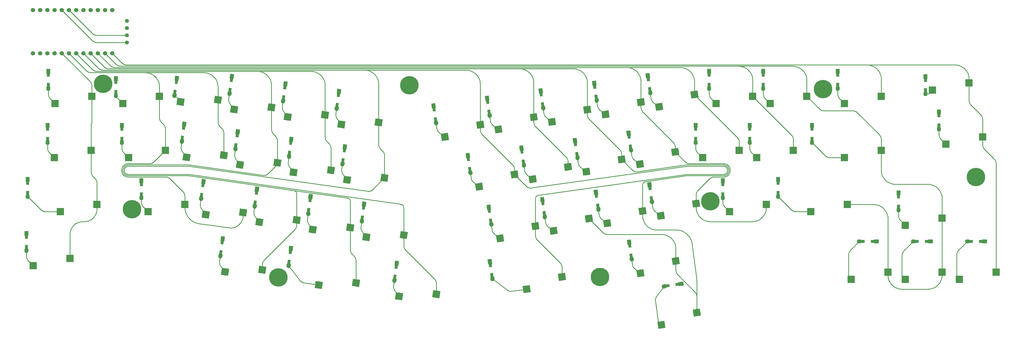
<source format=gbl>
G04 #@! TF.GenerationSoftware,KiCad,Pcbnew,(5.1.4)-1*
G04 #@! TF.CreationDate,2020-10-14T03:50:37-04:00*
G04 #@! TF.ProjectId,kurage,6b757261-6765-42e6-9b69-6361645f7063,rev?*
G04 #@! TF.SameCoordinates,Original*
G04 #@! TF.FileFunction,Copper,L2,Bot*
G04 #@! TF.FilePolarity,Positive*
%FSLAX46Y46*%
G04 Gerber Fmt 4.6, Leading zero omitted, Abs format (unit mm)*
G04 Created by KiCad (PCBNEW (5.1.4)-1) date 2020-10-14 03:50:37*
%MOMM*%
%LPD*%
G04 APERTURE LIST*
%ADD10C,6.500000*%
%ADD11C,1.524000*%
%ADD12R,2.550000X2.500000*%
%ADD13C,2.500000*%
%ADD14C,0.100000*%
%ADD15R,1.400000X1.000000*%
%ADD16O,1.778000X1.397000*%
%ADD17R,1.778000X1.397000*%
%ADD18C,1.397000*%
%ADD19C,1.000000*%
%ADD20C,1.397000*%
%ADD21R,1.000000X1.400000*%
%ADD22O,1.397000X1.778000*%
%ADD23R,1.397000X1.778000*%
%ADD24C,0.254000*%
G04 APERTURE END LIST*
D10*
X270577614Y-66893126D03*
X17022102Y-65024000D03*
X230886000Y-106426000D03*
X324438515Y-97843786D03*
X191997648Y-133089334D03*
X124907871Y-65532000D03*
X78681580Y-133230620D03*
X27178000Y-109220000D03*
D11*
X-7701063Y-39029304D03*
X-5161063Y-39029304D03*
X-2621063Y-39029304D03*
X-81063Y-39029304D03*
X2458937Y-39029304D03*
X4998937Y-39029304D03*
X7538937Y-39029304D03*
X10078937Y-39029304D03*
X12618937Y-39029304D03*
X15158937Y-39029304D03*
X17698937Y-39029304D03*
X20238937Y-39029304D03*
X20238937Y-54249304D03*
X17698937Y-54249304D03*
X15158937Y-54249304D03*
X12618937Y-54249304D03*
X10078937Y-54249304D03*
X7538937Y-54249304D03*
X4998937Y-54249304D03*
X2458937Y-54249304D03*
X-81063Y-54249304D03*
X-2621063Y-54249304D03*
X-5161063Y-54249304D03*
X-7701063Y-54249304D03*
D12*
X312473518Y-131346899D03*
X299546518Y-133886899D03*
D13*
X226088188Y-145632010D03*
D14*
G36*
X224999563Y-147047291D02*
G01*
X224651630Y-144571621D01*
X227176813Y-144216729D01*
X227524746Y-146692399D01*
X224999563Y-147047291D01*
X224999563Y-147047291D01*
G37*
D13*
X213640492Y-149946382D03*
D14*
G36*
X212551867Y-151361663D02*
G01*
X212203934Y-148885993D01*
X214729117Y-148531101D01*
X215077050Y-151006771D01*
X212551867Y-151361663D01*
X212551867Y-151361663D01*
G37*
D12*
X331523515Y-131346895D03*
X318596515Y-133886895D03*
X293423520Y-131346894D03*
X280496520Y-133886894D03*
D13*
X134372988Y-139158601D03*
D14*
G36*
X132936430Y-140218990D02*
G01*
X133284363Y-137743320D01*
X135809546Y-138098212D01*
X135461613Y-140573882D01*
X132936430Y-140218990D01*
X132936430Y-140218990D01*
G37*
D13*
X121218293Y-139874792D03*
D14*
G36*
X119781735Y-140935181D02*
G01*
X120129668Y-138459511D01*
X122654851Y-138814403D01*
X122306918Y-141290073D01*
X119781735Y-140935181D01*
X119781735Y-140935181D01*
G37*
D12*
X312473514Y-112296895D03*
X299546514Y-114836895D03*
X250574992Y-107533128D03*
X237647992Y-110073128D03*
D13*
X206994393Y-109836182D03*
D14*
G36*
X205905768Y-111251463D02*
G01*
X205557835Y-108775793D01*
X208083018Y-108420901D01*
X208430951Y-110896571D01*
X205905768Y-111251463D01*
X205905768Y-111251463D01*
G37*
D13*
X194546697Y-114150554D03*
D14*
G36*
X193458072Y-115565835D02*
G01*
X193110139Y-113090165D01*
X195635322Y-112735273D01*
X195983255Y-115210943D01*
X193458072Y-115565835D01*
X193458072Y-115565835D01*
G37*
D13*
X169265178Y-115138678D03*
D14*
G36*
X168176553Y-116553959D02*
G01*
X167828620Y-114078289D01*
X170353803Y-113723397D01*
X170701736Y-116199067D01*
X168176553Y-116553959D01*
X168176553Y-116553959D01*
G37*
D13*
X156817482Y-119453050D03*
D14*
G36*
X155728857Y-120868331D02*
G01*
X155380924Y-118392661D01*
X157906107Y-118037769D01*
X158254040Y-120513439D01*
X155728857Y-120868331D01*
X155728857Y-120868331D01*
G37*
D13*
X104014968Y-115650613D03*
D14*
G36*
X102578410Y-116711002D02*
G01*
X102926343Y-114235332D01*
X105451526Y-114590224D01*
X105103593Y-117065894D01*
X102578410Y-116711002D01*
X102578410Y-116711002D01*
G37*
D13*
X90860273Y-116366804D03*
D14*
G36*
X89423715Y-117427193D02*
G01*
X89771648Y-114951523D01*
X92296831Y-115306415D01*
X91948898Y-117782085D01*
X89423715Y-117427193D01*
X89423715Y-117427193D01*
G37*
D13*
X66285757Y-110348119D03*
D14*
G36*
X64849199Y-111408508D02*
G01*
X65197132Y-108932838D01*
X67722315Y-109287730D01*
X67374382Y-111763400D01*
X64849199Y-111408508D01*
X64849199Y-111408508D01*
G37*
D13*
X53131062Y-111064310D03*
D14*
G36*
X51694504Y-112124699D02*
G01*
X52042437Y-109649029D01*
X54567620Y-110003921D01*
X54219687Y-112479591D01*
X51694504Y-112124699D01*
X51694504Y-112124699D01*
G37*
D13*
X225859002Y-107184932D03*
D14*
G36*
X224770377Y-108600213D02*
G01*
X224422444Y-106124543D01*
X226947627Y-105769651D01*
X227295560Y-108245321D01*
X224770377Y-108600213D01*
X224770377Y-108600213D01*
G37*
D13*
X213411306Y-111499304D03*
D14*
G36*
X212322681Y-112914585D02*
G01*
X211974748Y-110438915D01*
X214499931Y-110084023D01*
X214847864Y-112559693D01*
X212322681Y-112914585D01*
X212322681Y-112914585D01*
G37*
D13*
X188129786Y-112487426D03*
D14*
G36*
X187041161Y-113902707D02*
G01*
X186693228Y-111427037D01*
X189218411Y-111072145D01*
X189566344Y-113547815D01*
X187041161Y-113902707D01*
X187041161Y-113902707D01*
G37*
D13*
X175682090Y-116801798D03*
D14*
G36*
X174593465Y-118217079D02*
G01*
X174245532Y-115741409D01*
X176770715Y-115386517D01*
X177118648Y-117862187D01*
X174593465Y-118217079D01*
X174593465Y-118217079D01*
G37*
D13*
X122879573Y-118301859D03*
D14*
G36*
X121443015Y-119362248D02*
G01*
X121790948Y-116886578D01*
X124316131Y-117241470D01*
X123968198Y-119717140D01*
X121443015Y-119362248D01*
X121443015Y-119362248D01*
G37*
D13*
X109724878Y-119018050D03*
D14*
G36*
X108288320Y-120078439D02*
G01*
X108636253Y-117602769D01*
X111161436Y-117957661D01*
X110813503Y-120433331D01*
X108288320Y-120078439D01*
X108288320Y-120078439D01*
G37*
D13*
X85150364Y-112999361D03*
D14*
G36*
X83713806Y-114059750D02*
G01*
X84061739Y-111584080D01*
X86586922Y-111938972D01*
X86238989Y-114414642D01*
X83713806Y-114059750D01*
X83713806Y-114059750D01*
G37*
D13*
X71995669Y-113715552D03*
D14*
G36*
X70559111Y-114775941D02*
G01*
X70907044Y-112300271D01*
X73432227Y-112655163D01*
X73084294Y-115130833D01*
X70559111Y-114775941D01*
X70559111Y-114775941D01*
G37*
D12*
X45787491Y-107533126D03*
X32860491Y-110073126D03*
X326762291Y-83720628D03*
X313835291Y-86260628D03*
X241049991Y-88483124D03*
X228122991Y-91023124D03*
D13*
X199626991Y-91634386D03*
D14*
G36*
X198538366Y-93049667D02*
G01*
X198190433Y-90573997D01*
X200715616Y-90219105D01*
X201063549Y-92694775D01*
X198538366Y-93049667D01*
X198538366Y-93049667D01*
G37*
D13*
X187179295Y-95948758D03*
D14*
G36*
X186090670Y-97364039D02*
G01*
X185742737Y-94888369D01*
X188267920Y-94533477D01*
X188615853Y-97009147D01*
X186090670Y-97364039D01*
X186090670Y-97364039D01*
G37*
D13*
X161897779Y-96936875D03*
D14*
G36*
X160809154Y-98352156D02*
G01*
X160461221Y-95876486D01*
X162986404Y-95521594D01*
X163334337Y-97997264D01*
X160809154Y-98352156D01*
X160809154Y-98352156D01*
G37*
D13*
X149450083Y-101251247D03*
D14*
G36*
X148361458Y-102666528D02*
G01*
X148013525Y-100190858D01*
X150538708Y-99835966D01*
X150886641Y-102311636D01*
X148361458Y-102666528D01*
X148361458Y-102666528D01*
G37*
D13*
X97233914Y-95460378D03*
D14*
G36*
X95797356Y-96520767D02*
G01*
X96145289Y-94045097D01*
X98670472Y-94399989D01*
X98322539Y-96875659D01*
X95797356Y-96520767D01*
X95797356Y-96520767D01*
G37*
D13*
X84079219Y-96176569D03*
D14*
G36*
X82642661Y-97236958D02*
G01*
X82990594Y-94761288D01*
X85515777Y-95116180D01*
X85167844Y-97591850D01*
X82642661Y-97236958D01*
X82642661Y-97236958D01*
G37*
D13*
X59504697Y-90157886D03*
D14*
G36*
X58068139Y-91218275D02*
G01*
X58416072Y-88742605D01*
X60941255Y-89097497D01*
X60593322Y-91573167D01*
X58068139Y-91218275D01*
X58068139Y-91218275D01*
G37*
D13*
X46350002Y-90874077D03*
D14*
G36*
X44913444Y-91934466D02*
G01*
X45261377Y-89458796D01*
X47786560Y-89813688D01*
X47438627Y-92289358D01*
X44913444Y-91934466D01*
X44913444Y-91934466D01*
G37*
D12*
X260099991Y-88483128D03*
X247172991Y-91023128D03*
D13*
X218491603Y-88983138D03*
D14*
G36*
X217402978Y-90398419D02*
G01*
X217055045Y-87922749D01*
X219580228Y-87567857D01*
X219928161Y-90043527D01*
X217402978Y-90398419D01*
X217402978Y-90398419D01*
G37*
D13*
X206043907Y-93297510D03*
D14*
G36*
X204955282Y-94712791D02*
G01*
X204607349Y-92237121D01*
X207132532Y-91882229D01*
X207480465Y-94357899D01*
X204955282Y-94712791D01*
X204955282Y-94712791D01*
G37*
D13*
X180762383Y-94285631D03*
D14*
G36*
X179673758Y-95700912D02*
G01*
X179325825Y-93225242D01*
X181851008Y-92870350D01*
X182198941Y-95346020D01*
X179673758Y-95700912D01*
X179673758Y-95700912D01*
G37*
D13*
X168314687Y-98600003D03*
D14*
G36*
X167226062Y-100015284D02*
G01*
X166878129Y-97539614D01*
X169403312Y-97184722D01*
X169751245Y-99660392D01*
X167226062Y-100015284D01*
X167226062Y-100015284D01*
G37*
D13*
X116098518Y-98111630D03*
D14*
G36*
X114661960Y-99172019D02*
G01*
X115009893Y-96696349D01*
X117535076Y-97051241D01*
X117187143Y-99526911D01*
X114661960Y-99172019D01*
X114661960Y-99172019D01*
G37*
D13*
X102943823Y-98827821D03*
D14*
G36*
X101507265Y-99888210D02*
G01*
X101855198Y-97412540D01*
X104380381Y-97767432D01*
X104032448Y-100243102D01*
X101507265Y-99888210D01*
X101507265Y-99888210D01*
G37*
D13*
X78369310Y-92809134D03*
D14*
G36*
X76932752Y-93869523D02*
G01*
X77280685Y-91393853D01*
X79805868Y-91748745D01*
X79457935Y-94224415D01*
X76932752Y-93869523D01*
X76932752Y-93869523D01*
G37*
D13*
X65214615Y-93525325D03*
D14*
G36*
X63778057Y-94585714D02*
G01*
X64125990Y-92110044D01*
X66651173Y-92464936D01*
X66303240Y-94940606D01*
X63778057Y-94585714D01*
X63778057Y-94585714D01*
G37*
D12*
X38942191Y-88489477D03*
X26015191Y-91029477D03*
X321999789Y-64670625D03*
X309072789Y-67210625D03*
X264862490Y-69433128D03*
X251935490Y-71973128D03*
D13*
X225272656Y-68792907D03*
D14*
G36*
X224184031Y-70208188D02*
G01*
X223836098Y-67732518D01*
X226361281Y-67377626D01*
X226709214Y-69853296D01*
X224184031Y-70208188D01*
X224184031Y-70208188D01*
G37*
D13*
X212824960Y-73107279D03*
D14*
G36*
X211736335Y-74522560D02*
G01*
X211388402Y-72046890D01*
X213913585Y-71691998D01*
X214261518Y-74167668D01*
X211736335Y-74522560D01*
X211736335Y-74522560D01*
G37*
D13*
X187543444Y-74095401D03*
D14*
G36*
X186454819Y-75510682D02*
G01*
X186106886Y-73035012D01*
X188632069Y-72680120D01*
X188980002Y-75155790D01*
X186454819Y-75510682D01*
X186454819Y-75510682D01*
G37*
D13*
X175095748Y-78409773D03*
D14*
G36*
X174007123Y-79825054D02*
G01*
X173659190Y-77349384D01*
X176184373Y-76994492D01*
X176532306Y-79470162D01*
X174007123Y-79825054D01*
X174007123Y-79825054D01*
G37*
D13*
X149814231Y-79397898D03*
D14*
G36*
X148725606Y-80813179D02*
G01*
X148377673Y-78337509D01*
X150902856Y-77982617D01*
X151250789Y-80458287D01*
X148725606Y-80813179D01*
X148725606Y-80813179D01*
G37*
D13*
X137366535Y-83712270D03*
D14*
G36*
X136277910Y-85127551D02*
G01*
X135929977Y-82651881D01*
X138455160Y-82296989D01*
X138803093Y-84772659D01*
X136277910Y-85127551D01*
X136277910Y-85127551D01*
G37*
D13*
X95169006Y-75932963D03*
D14*
G36*
X93732448Y-76993352D02*
G01*
X94080381Y-74517682D01*
X96605564Y-74872574D01*
X96257631Y-77348244D01*
X93732448Y-76993352D01*
X93732448Y-76993352D01*
G37*
D13*
X82014311Y-76649154D03*
D14*
G36*
X80577753Y-77709543D02*
G01*
X80925686Y-75233873D01*
X83450869Y-75588765D01*
X83102936Y-78064435D01*
X80577753Y-77709543D01*
X80577753Y-77709543D01*
G37*
D13*
X57439797Y-70630471D03*
D14*
G36*
X56003239Y-71690860D02*
G01*
X56351172Y-69215190D01*
X58876355Y-69570082D01*
X58528422Y-72045752D01*
X56003239Y-71690860D01*
X56003239Y-71690860D01*
G37*
D13*
X44285102Y-71346662D03*
D14*
G36*
X42848544Y-72407051D02*
G01*
X43196477Y-69931381D01*
X45721660Y-70286273D01*
X45373727Y-72761943D01*
X42848544Y-72407051D01*
X42848544Y-72407051D01*
G37*
D12*
X245812482Y-69433126D03*
X232885482Y-71973126D03*
D13*
X206408052Y-71444151D03*
D14*
G36*
X205319427Y-72859432D02*
G01*
X204971494Y-70383762D01*
X207496677Y-70028870D01*
X207844610Y-72504540D01*
X205319427Y-72859432D01*
X205319427Y-72859432D01*
G37*
D13*
X193960356Y-75758523D03*
D14*
G36*
X192871731Y-77173804D02*
G01*
X192523798Y-74698134D01*
X195048981Y-74343242D01*
X195396914Y-76818912D01*
X192871731Y-77173804D01*
X192871731Y-77173804D01*
G37*
D13*
X168678836Y-76746652D03*
D14*
G36*
X167590211Y-78161933D02*
G01*
X167242278Y-75686263D01*
X169767461Y-75331371D01*
X170115394Y-77807041D01*
X167590211Y-78161933D01*
X167590211Y-78161933D01*
G37*
D13*
X156231140Y-81061024D03*
D14*
G36*
X155142515Y-82476305D02*
G01*
X154794582Y-80000635D01*
X157319765Y-79645743D01*
X157667698Y-82121413D01*
X155142515Y-82476305D01*
X155142515Y-82476305D01*
G37*
D13*
X114033610Y-78584210D03*
D14*
G36*
X112597052Y-79644599D02*
G01*
X112944985Y-77168929D01*
X115470168Y-77523821D01*
X115122235Y-79999491D01*
X112597052Y-79644599D01*
X112597052Y-79644599D01*
G37*
D13*
X100878915Y-79300401D03*
D14*
G36*
X99442357Y-80360790D02*
G01*
X99790290Y-77885120D01*
X102315473Y-78240012D01*
X101967540Y-80715682D01*
X99442357Y-80360790D01*
X99442357Y-80360790D01*
G37*
D13*
X76304404Y-73281716D03*
D14*
G36*
X74867846Y-74342105D02*
G01*
X75215779Y-71866435D01*
X77740962Y-72221327D01*
X77393029Y-74696997D01*
X74867846Y-74342105D01*
X74867846Y-74342105D01*
G37*
D13*
X63149709Y-73997907D03*
D14*
G36*
X61713151Y-75058296D02*
G01*
X62061084Y-72582626D01*
X64586267Y-72937518D01*
X64238334Y-75413188D01*
X61713151Y-75058296D01*
X61713151Y-75058296D01*
G37*
D12*
X36840342Y-69433128D03*
X23913342Y-71973128D03*
D13*
X59915396Y-131254540D03*
D14*
G36*
X61351954Y-130194151D02*
G01*
X61004021Y-132669821D01*
X58478838Y-132314929D01*
X58826771Y-129839259D01*
X61351954Y-130194151D01*
X61351954Y-130194151D01*
G37*
D13*
X73070091Y-130538349D03*
D14*
G36*
X74506649Y-129477960D02*
G01*
X74158716Y-131953630D01*
X71633533Y-131598738D01*
X71981466Y-129123068D01*
X74506649Y-129477960D01*
X74506649Y-129477960D01*
G37*
D12*
X-7620762Y-129116775D03*
X5306238Y-126576775D03*
D13*
X166178050Y-137373387D03*
D14*
G36*
X167266675Y-135958106D02*
G01*
X167614608Y-138433776D01*
X165089425Y-138788668D01*
X164741492Y-136312998D01*
X167266675Y-135958106D01*
X167266675Y-135958106D01*
G37*
D13*
X178625746Y-133059015D03*
D14*
G36*
X179714371Y-131643734D02*
G01*
X180062304Y-134119404D01*
X177537121Y-134474296D01*
X177189188Y-131998626D01*
X179714371Y-131643734D01*
X179714371Y-131643734D01*
G37*
D13*
X92922692Y-135899692D03*
D14*
G36*
X94359250Y-134839303D02*
G01*
X94011317Y-137314973D01*
X91486134Y-136960081D01*
X91834067Y-134484411D01*
X94359250Y-134839303D01*
X94359250Y-134839303D01*
G37*
D13*
X106077387Y-135183501D03*
D14*
G36*
X107513945Y-134123112D02*
G01*
X107166012Y-136598782D01*
X104640829Y-136243890D01*
X104988762Y-133768220D01*
X107513945Y-134123112D01*
X107513945Y-134123112D01*
G37*
D13*
X206264331Y-131739668D03*
D14*
G36*
X207352956Y-130324387D02*
G01*
X207700889Y-132800057D01*
X205175706Y-133154949D01*
X204827773Y-130679279D01*
X207352956Y-130324387D01*
X207352956Y-130324387D01*
G37*
D13*
X218712027Y-127425296D03*
D14*
G36*
X219800652Y-126010015D02*
G01*
X220148585Y-128485685D01*
X217623402Y-128840577D01*
X217275469Y-126364907D01*
X219800652Y-126010015D01*
X219800652Y-126010015D01*
G37*
D12*
X266222993Y-110073127D03*
X279149993Y-107533127D03*
X1904241Y-110073126D03*
X14831241Y-107533126D03*
X278129238Y-91023126D03*
X291056238Y-88483126D03*
X-178560Y-91029477D03*
X12748440Y-88489477D03*
X278129236Y-71973126D03*
X291056236Y-69433126D03*
X100840Y-71973121D03*
X13027840Y-69433121D03*
D15*
X303613517Y-120551896D03*
X307163517Y-120551896D03*
D16*
X302388517Y-120551896D03*
D17*
X308388517Y-120551896D03*
D18*
X25363676Y-50450705D03*
X25363676Y-47910705D03*
X25363676Y-45370705D03*
X25363676Y-42830705D03*
D19*
X215812834Y-136176083D03*
D14*
G36*
X215189233Y-136768638D02*
G01*
X215050060Y-135778370D01*
X216436435Y-135583528D01*
X216575608Y-136573796D01*
X215189233Y-136768638D01*
X215189233Y-136768638D01*
G37*
D19*
X219328286Y-135682019D03*
D14*
G36*
X218704685Y-136274574D02*
G01*
X218565512Y-135284306D01*
X219951887Y-135089464D01*
X220091060Y-136079732D01*
X218704685Y-136274574D01*
X218704685Y-136274574D01*
G37*
D18*
X214599756Y-136346570D03*
D20*
X214788402Y-136320058D02*
X214411110Y-136373082D01*
D18*
X220541364Y-135511532D03*
D14*
G36*
X221324500Y-134696105D02*
G01*
X221518925Y-136079509D01*
X219758228Y-136326959D01*
X219563803Y-134943555D01*
X221324500Y-134696105D01*
X221324500Y-134696105D01*
G37*
D19*
X153891599Y-132426153D03*
D14*
G36*
X154484154Y-133049754D02*
G01*
X153493886Y-133188927D01*
X153299044Y-131802552D01*
X154289312Y-131663379D01*
X154484154Y-133049754D01*
X154484154Y-133049754D01*
G37*
D19*
X153397535Y-128910701D03*
D14*
G36*
X153990090Y-129534302D02*
G01*
X152999822Y-129673475D01*
X152804980Y-128287100D01*
X153795248Y-128147927D01*
X153990090Y-129534302D01*
X153990090Y-129534302D01*
G37*
D18*
X154062086Y-133639231D03*
D20*
X154035574Y-133450585D02*
X154088598Y-133827877D01*
D18*
X153227048Y-127697623D03*
D14*
G36*
X152411621Y-126914487D02*
G01*
X153795025Y-126720062D01*
X154042475Y-128480759D01*
X152659071Y-128675184D01*
X152411621Y-126914487D01*
X152411621Y-126914487D01*
G37*
D19*
X82475846Y-127757492D03*
D14*
G36*
X82873559Y-128520266D02*
G01*
X81883291Y-128381093D01*
X82078133Y-126994718D01*
X83068401Y-127133891D01*
X82873559Y-128520266D01*
X82873559Y-128520266D01*
G37*
D19*
X82969910Y-124242040D03*
D14*
G36*
X83367623Y-125004814D02*
G01*
X82377355Y-124865641D01*
X82572197Y-123479266D01*
X83562465Y-123618439D01*
X83367623Y-125004814D01*
X83367623Y-125004814D01*
G37*
D18*
X82305359Y-128970570D03*
D20*
X82331871Y-128781924D02*
X82278847Y-129159216D01*
D18*
X83140397Y-123028962D03*
D14*
G36*
X82572420Y-122051401D02*
G01*
X83955824Y-122245826D01*
X83708374Y-124006523D01*
X82324970Y-123812098D01*
X82572420Y-122051401D01*
X82572420Y-122051401D01*
G37*
D15*
X322663515Y-120551896D03*
X326213515Y-120551896D03*
D16*
X321438515Y-120551896D03*
D17*
X327438515Y-120551896D03*
D15*
X284563516Y-120551899D03*
X288113516Y-120551899D03*
D16*
X283338516Y-120551899D03*
D17*
X289338516Y-120551899D03*
D19*
X202958592Y-125533826D03*
D14*
G36*
X203551147Y-126157427D02*
G01*
X202560879Y-126296600D01*
X202366037Y-124910225D01*
X203356305Y-124771052D01*
X203551147Y-126157427D01*
X203551147Y-126157427D01*
G37*
D19*
X202464528Y-122018374D03*
D14*
G36*
X203057083Y-122641975D02*
G01*
X202066815Y-122781148D01*
X201871973Y-121394773D01*
X202862241Y-121255600D01*
X203057083Y-122641975D01*
X203057083Y-122641975D01*
G37*
D18*
X203129079Y-126746904D03*
D20*
X203102567Y-126558258D02*
X203155591Y-126935550D01*
D18*
X202294041Y-120805296D03*
D14*
G36*
X201478614Y-120022160D02*
G01*
X202862018Y-119827735D01*
X203109468Y-121588432D01*
X201726064Y-121782857D01*
X201478614Y-120022160D01*
X201478614Y-120022160D01*
G37*
D19*
X119751175Y-132998166D03*
D14*
G36*
X120148888Y-133760940D02*
G01*
X119158620Y-133621767D01*
X119353462Y-132235392D01*
X120343730Y-132374565D01*
X120148888Y-133760940D01*
X120148888Y-133760940D01*
G37*
D19*
X120245239Y-129482714D03*
D14*
G36*
X120642952Y-130245488D02*
G01*
X119652684Y-130106315D01*
X119847526Y-128719940D01*
X120837794Y-128859113D01*
X120642952Y-130245488D01*
X120642952Y-130245488D01*
G37*
D18*
X119580688Y-134211244D03*
D20*
X119607200Y-134022598D02*
X119554176Y-134399890D01*
D18*
X120415726Y-128269636D03*
D14*
G36*
X119847749Y-127292075D02*
G01*
X121231153Y-127486500D01*
X120983703Y-129247197D01*
X119600299Y-129052772D01*
X119847749Y-127292075D01*
X119847749Y-127292075D01*
G37*
D19*
X58448275Y-124377919D03*
D14*
G36*
X58845988Y-125140693D02*
G01*
X57855720Y-125001520D01*
X58050562Y-123615145D01*
X59040830Y-123754318D01*
X58845988Y-125140693D01*
X58845988Y-125140693D01*
G37*
D19*
X58942339Y-120862467D03*
D14*
G36*
X59340052Y-121625241D02*
G01*
X58349784Y-121486068D01*
X58544626Y-120099693D01*
X59534894Y-120238866D01*
X59340052Y-121625241D01*
X59340052Y-121625241D01*
G37*
D18*
X58277788Y-125590997D03*
D20*
X58304300Y-125402351D02*
X58251276Y-125779643D01*
D18*
X59112826Y-119649389D03*
D14*
G36*
X58544849Y-118671828D02*
G01*
X59928253Y-118866253D01*
X59680803Y-120626950D01*
X58297399Y-120432525D01*
X58544849Y-118671828D01*
X58544849Y-118671828D01*
G37*
D21*
X-10033761Y-122509779D03*
X-10033761Y-118959779D03*
D22*
X-10033761Y-123734779D03*
D23*
X-10033761Y-117734779D03*
D21*
X297133521Y-108229898D03*
X297133521Y-104679898D03*
D22*
X297133521Y-109454898D03*
D23*
X297133521Y-103454898D03*
D21*
X235234987Y-103923327D03*
X235234987Y-100373327D03*
D22*
X235234987Y-105148327D03*
D23*
X235234987Y-99148327D03*
D19*
X191240957Y-107944707D03*
D14*
G36*
X191833512Y-108568308D02*
G01*
X190843244Y-108707481D01*
X190648402Y-107321106D01*
X191638670Y-107181933D01*
X191833512Y-108568308D01*
X191833512Y-108568308D01*
G37*
D19*
X190746893Y-104429255D03*
D14*
G36*
X191339448Y-105052856D02*
G01*
X190349180Y-105192029D01*
X190154338Y-103805654D01*
X191144606Y-103666481D01*
X191339448Y-105052856D01*
X191339448Y-105052856D01*
G37*
D18*
X191411444Y-109157785D03*
D20*
X191384932Y-108969139D02*
X191437956Y-109346431D01*
D18*
X190576406Y-103216177D03*
D14*
G36*
X189760979Y-102433041D02*
G01*
X191144383Y-102238616D01*
X191391833Y-103999313D01*
X190008429Y-104193738D01*
X189760979Y-102433041D01*
X189760979Y-102433041D01*
G37*
D19*
X153511742Y-113247205D03*
D14*
G36*
X154104297Y-113870806D02*
G01*
X153114029Y-114009979D01*
X152919187Y-112623604D01*
X153909455Y-112484431D01*
X154104297Y-113870806D01*
X154104297Y-113870806D01*
G37*
D19*
X153017678Y-109731753D03*
D14*
G36*
X153610233Y-110355354D02*
G01*
X152619965Y-110494527D01*
X152425123Y-109108152D01*
X153415391Y-108968979D01*
X153610233Y-110355354D01*
X153610233Y-110355354D01*
G37*
D18*
X153682229Y-114460283D03*
D20*
X153655717Y-114271637D02*
X153708741Y-114648929D01*
D18*
X152847191Y-108518675D03*
D14*
G36*
X152031764Y-107735539D02*
G01*
X153415168Y-107541114D01*
X153662618Y-109301811D01*
X152279214Y-109496236D01*
X152031764Y-107735539D01*
X152031764Y-107735539D01*
G37*
D19*
X89393154Y-109490178D03*
D14*
G36*
X89790867Y-110252952D02*
G01*
X88800599Y-110113779D01*
X88995441Y-108727404D01*
X89985709Y-108866577D01*
X89790867Y-110252952D01*
X89790867Y-110252952D01*
G37*
D19*
X89887218Y-105974726D03*
D14*
G36*
X90284931Y-106737500D02*
G01*
X89294663Y-106598327D01*
X89489505Y-105211952D01*
X90479773Y-105351125D01*
X90284931Y-106737500D01*
X90284931Y-106737500D01*
G37*
D18*
X89222667Y-110703256D03*
D20*
X89249179Y-110514610D02*
X89196155Y-110891902D01*
D18*
X90057705Y-104761648D03*
D14*
G36*
X89489728Y-103784087D02*
G01*
X90873132Y-103978512D01*
X90625682Y-105739209D01*
X89242278Y-105544784D01*
X89489728Y-103784087D01*
X89489728Y-103784087D01*
G37*
D19*
X51663945Y-104187687D03*
D14*
G36*
X52061658Y-104950461D02*
G01*
X51071390Y-104811288D01*
X51266232Y-103424913D01*
X52256500Y-103564086D01*
X52061658Y-104950461D01*
X52061658Y-104950461D01*
G37*
D19*
X52158009Y-100672235D03*
D14*
G36*
X52555722Y-101435009D02*
G01*
X51565454Y-101295836D01*
X51760296Y-99909461D01*
X52750564Y-100048634D01*
X52555722Y-101435009D01*
X52555722Y-101435009D01*
G37*
D18*
X51493458Y-105400765D03*
D20*
X51519970Y-105212119D02*
X51466946Y-105589411D01*
D18*
X52328496Y-99459157D03*
D14*
G36*
X51760519Y-98481596D02*
G01*
X53143923Y-98676021D01*
X52896473Y-100436718D01*
X51513069Y-100242293D01*
X51760519Y-98481596D01*
X51760519Y-98481596D01*
G37*
D21*
X254744731Y-103466127D03*
X254744731Y-99916127D03*
D22*
X254744731Y-104691127D03*
D23*
X254744731Y-98691127D03*
D19*
X210105564Y-105293460D03*
D14*
G36*
X210698119Y-105917061D02*
G01*
X209707851Y-106056234D01*
X209513009Y-104669859D01*
X210503277Y-104530686D01*
X210698119Y-105917061D01*
X210698119Y-105917061D01*
G37*
D19*
X209611500Y-101778008D03*
D14*
G36*
X210204055Y-102401609D02*
G01*
X209213787Y-102540782D01*
X209018945Y-101154407D01*
X210009213Y-101015234D01*
X210204055Y-102401609D01*
X210204055Y-102401609D01*
G37*
D18*
X210276051Y-106506538D03*
D20*
X210249539Y-106317892D02*
X210302563Y-106695184D01*
D18*
X209441013Y-100564930D03*
D14*
G36*
X208625586Y-99781794D02*
G01*
X210008990Y-99587369D01*
X210256440Y-101348066D01*
X208873036Y-101542491D01*
X208625586Y-99781794D01*
X208625586Y-99781794D01*
G37*
D19*
X172376349Y-110595959D03*
D14*
G36*
X172968904Y-111219560D02*
G01*
X171978636Y-111358733D01*
X171783794Y-109972358D01*
X172774062Y-109833185D01*
X172968904Y-111219560D01*
X172968904Y-111219560D01*
G37*
D19*
X171882285Y-107080507D03*
D14*
G36*
X172474840Y-107704108D02*
G01*
X171484572Y-107843281D01*
X171289730Y-106456906D01*
X172279998Y-106317733D01*
X172474840Y-107704108D01*
X172474840Y-107704108D01*
G37*
D18*
X172546836Y-111809037D03*
D20*
X172520324Y-111620391D02*
X172573348Y-111997683D01*
D18*
X171711798Y-105867429D03*
D14*
G36*
X170896371Y-105084293D02*
G01*
X172279775Y-104889868D01*
X172527225Y-106650565D01*
X171143821Y-106844990D01*
X170896371Y-105084293D01*
X170896371Y-105084293D01*
G37*
D19*
X108257765Y-112141425D03*
D14*
G36*
X108655478Y-112904199D02*
G01*
X107665210Y-112765026D01*
X107860052Y-111378651D01*
X108850320Y-111517824D01*
X108655478Y-112904199D01*
X108655478Y-112904199D01*
G37*
D19*
X108751829Y-108625973D03*
D14*
G36*
X109149542Y-109388747D02*
G01*
X108159274Y-109249574D01*
X108354116Y-107863199D01*
X109344384Y-108002372D01*
X109149542Y-109388747D01*
X109149542Y-109388747D01*
G37*
D18*
X108087278Y-113354503D03*
D20*
X108113790Y-113165857D02*
X108060766Y-113543149D01*
D18*
X108922316Y-107412895D03*
D14*
G36*
X108354339Y-106435334D02*
G01*
X109737743Y-106629759D01*
X109490293Y-108390456D01*
X108106889Y-108196031D01*
X108354339Y-106435334D01*
X108354339Y-106435334D01*
G37*
D19*
X70528548Y-106838934D03*
D14*
G36*
X70926261Y-107601708D02*
G01*
X69935993Y-107462535D01*
X70130835Y-106076160D01*
X71121103Y-106215333D01*
X70926261Y-107601708D01*
X70926261Y-107601708D01*
G37*
D19*
X71022612Y-103323482D03*
D14*
G36*
X71420325Y-104086256D02*
G01*
X70430057Y-103947083D01*
X70624899Y-102560708D01*
X71615167Y-102699881D01*
X71420325Y-104086256D01*
X71420325Y-104086256D01*
G37*
D18*
X70358061Y-108052012D03*
D20*
X70384573Y-107863366D02*
X70331549Y-108240658D01*
D18*
X71193099Y-102110404D03*
D14*
G36*
X70625122Y-101132843D02*
G01*
X72008526Y-101327268D01*
X71761076Y-103087965D01*
X70377672Y-102893540D01*
X70625122Y-101132843D01*
X70625122Y-101132843D01*
G37*
D21*
X30447487Y-103910627D03*
X30447487Y-100360627D03*
D22*
X30447487Y-105135627D03*
D23*
X30447487Y-99135627D03*
D21*
X-9574022Y-103466129D03*
X-9574022Y-99916129D03*
D22*
X-9574022Y-104691129D03*
D23*
X-9574022Y-98691129D03*
D21*
X311422284Y-79653625D03*
X311422284Y-76103625D03*
D22*
X311422284Y-80878625D03*
D23*
X311422284Y-74878625D03*
D21*
X266650980Y-84416128D03*
X266650980Y-80866128D03*
D22*
X266650980Y-85641128D03*
D23*
X266650980Y-79641128D03*
D21*
X225709987Y-84416125D03*
X225709987Y-80866125D03*
D22*
X225709987Y-85641125D03*
D23*
X225709987Y-79641125D03*
D19*
X183873561Y-89742917D03*
D14*
G36*
X184466116Y-90366518D02*
G01*
X183475848Y-90505691D01*
X183281006Y-89119316D01*
X184271274Y-88980143D01*
X184466116Y-90366518D01*
X184466116Y-90366518D01*
G37*
D19*
X183379497Y-86227465D03*
D14*
G36*
X183972052Y-86851066D02*
G01*
X182981784Y-86990239D01*
X182786942Y-85603864D01*
X183777210Y-85464691D01*
X183972052Y-86851066D01*
X183972052Y-86851066D01*
G37*
D18*
X184044048Y-90955995D03*
D20*
X184017536Y-90767349D02*
X184070560Y-91144641D01*
D18*
X183209010Y-85014387D03*
D14*
G36*
X182393583Y-84231251D02*
G01*
X183776987Y-84036826D01*
X184024437Y-85797523D01*
X182641033Y-85991948D01*
X182393583Y-84231251D01*
X182393583Y-84231251D01*
G37*
D19*
X146144344Y-95045407D03*
D14*
G36*
X146736899Y-95669008D02*
G01*
X145746631Y-95808181D01*
X145551789Y-94421806D01*
X146542057Y-94282633D01*
X146736899Y-95669008D01*
X146736899Y-95669008D01*
G37*
D19*
X145650280Y-91529955D03*
D14*
G36*
X146242835Y-92153556D02*
G01*
X145252567Y-92292729D01*
X145057725Y-90906354D01*
X146047993Y-90767181D01*
X146242835Y-92153556D01*
X146242835Y-92153556D01*
G37*
D18*
X146314831Y-96258485D03*
D20*
X146288319Y-96069839D02*
X146341343Y-96447131D01*
D18*
X145479793Y-90316877D03*
D14*
G36*
X144664366Y-89533741D02*
G01*
X146047770Y-89339316D01*
X146295220Y-91100013D01*
X144911816Y-91294438D01*
X144664366Y-89533741D01*
X144664366Y-89533741D01*
G37*
D19*
X82612094Y-89299950D03*
D14*
G36*
X83009807Y-90062724D02*
G01*
X82019539Y-89923551D01*
X82214381Y-88537176D01*
X83204649Y-88676349D01*
X83009807Y-90062724D01*
X83009807Y-90062724D01*
G37*
D19*
X83106158Y-85784498D03*
D14*
G36*
X83503871Y-86547272D02*
G01*
X82513603Y-86408099D01*
X82708445Y-85021724D01*
X83698713Y-85160897D01*
X83503871Y-86547272D01*
X83503871Y-86547272D01*
G37*
D18*
X82441607Y-90513028D03*
D20*
X82468119Y-90324382D02*
X82415095Y-90701674D01*
D18*
X83276645Y-84571420D03*
D14*
G36*
X82708668Y-83593859D02*
G01*
X84092072Y-83788284D01*
X83844622Y-85548981D01*
X82461218Y-85354556D01*
X82708668Y-83593859D01*
X82708668Y-83593859D01*
G37*
D19*
X44882888Y-83997457D03*
D14*
G36*
X45280601Y-84760231D02*
G01*
X44290333Y-84621058D01*
X44485175Y-83234683D01*
X45475443Y-83373856D01*
X45280601Y-84760231D01*
X45280601Y-84760231D01*
G37*
D19*
X45376952Y-80482005D03*
D14*
G36*
X45774665Y-81244779D02*
G01*
X44784397Y-81105606D01*
X44979239Y-79719231D01*
X45969507Y-79858404D01*
X45774665Y-81244779D01*
X45774665Y-81244779D01*
G37*
D18*
X44712401Y-85210535D03*
D20*
X44738913Y-85021889D02*
X44685889Y-85399181D01*
D18*
X45547439Y-79268927D03*
D14*
G36*
X44979462Y-78291366D02*
G01*
X46362866Y-78485791D01*
X46115416Y-80246488D01*
X44732012Y-80052063D01*
X44979462Y-78291366D01*
X44979462Y-78291366D01*
G37*
D21*
X244759983Y-84416125D03*
X244759983Y-80866125D03*
D22*
X244759983Y-85641125D03*
D23*
X244759983Y-79641125D03*
D19*
X202738164Y-87091667D03*
D14*
G36*
X203330719Y-87715268D02*
G01*
X202340451Y-87854441D01*
X202145609Y-86468066D01*
X203135877Y-86328893D01*
X203330719Y-87715268D01*
X203330719Y-87715268D01*
G37*
D19*
X202244100Y-83576215D03*
D14*
G36*
X202836655Y-84199816D02*
G01*
X201846387Y-84338989D01*
X201651545Y-82952614D01*
X202641813Y-82813441D01*
X202836655Y-84199816D01*
X202836655Y-84199816D01*
G37*
D18*
X202908651Y-88304745D03*
D20*
X202882139Y-88116099D02*
X202935163Y-88493391D01*
D18*
X202073613Y-82363137D03*
D14*
G36*
X201258186Y-81580001D02*
G01*
X202641590Y-81385576D01*
X202889040Y-83146273D01*
X201505636Y-83340698D01*
X201258186Y-81580001D01*
X201258186Y-81580001D01*
G37*
D19*
X165008954Y-92394163D03*
D14*
G36*
X165601509Y-93017764D02*
G01*
X164611241Y-93156937D01*
X164416399Y-91770562D01*
X165406667Y-91631389D01*
X165601509Y-93017764D01*
X165601509Y-93017764D01*
G37*
D19*
X164514890Y-88878711D03*
D14*
G36*
X165107445Y-89502312D02*
G01*
X164117177Y-89641485D01*
X163922335Y-88255110D01*
X164912603Y-88115937D01*
X165107445Y-89502312D01*
X165107445Y-89502312D01*
G37*
D18*
X165179441Y-93607241D03*
D20*
X165152929Y-93418595D02*
X165205953Y-93795887D01*
D18*
X164344403Y-87665633D03*
D14*
G36*
X163528976Y-86882497D02*
G01*
X164912380Y-86688072D01*
X165159830Y-88448769D01*
X163776426Y-88643194D01*
X163528976Y-86882497D01*
X163528976Y-86882497D01*
G37*
D19*
X101476707Y-91951198D03*
D14*
G36*
X101874420Y-92713972D02*
G01*
X100884152Y-92574799D01*
X101078994Y-91188424D01*
X102069262Y-91327597D01*
X101874420Y-92713972D01*
X101874420Y-92713972D01*
G37*
D19*
X101970771Y-88435746D03*
D14*
G36*
X102368484Y-89198520D02*
G01*
X101378216Y-89059347D01*
X101573058Y-87672972D01*
X102563326Y-87812145D01*
X102368484Y-89198520D01*
X102368484Y-89198520D01*
G37*
D18*
X101306220Y-93164276D03*
D20*
X101332732Y-92975630D02*
X101279708Y-93352922D01*
D18*
X102141258Y-87222668D03*
D14*
G36*
X101573281Y-86245107D02*
G01*
X102956685Y-86439532D01*
X102709235Y-88200229D01*
X101325831Y-88005804D01*
X101573281Y-86245107D01*
X101573281Y-86245107D01*
G37*
D19*
X63747492Y-86648704D03*
D14*
G36*
X64145205Y-87411478D02*
G01*
X63154937Y-87272305D01*
X63349779Y-85885930D01*
X64340047Y-86025103D01*
X64145205Y-87411478D01*
X64145205Y-87411478D01*
G37*
D19*
X64241556Y-83133252D03*
D14*
G36*
X64639269Y-83896026D02*
G01*
X63649001Y-83756853D01*
X63843843Y-82370478D01*
X64834111Y-82509651D01*
X64639269Y-83896026D01*
X64639269Y-83896026D01*
G37*
D18*
X63577005Y-87861782D03*
D20*
X63603517Y-87673136D02*
X63550493Y-88050428D01*
D18*
X64412043Y-81920174D03*
D14*
G36*
X63844066Y-80942613D02*
G01*
X65227470Y-81137038D01*
X64980020Y-82897735D01*
X63596616Y-82703310D01*
X63844066Y-80942613D01*
X63844066Y-80942613D01*
G37*
D21*
X23602188Y-84422475D03*
X23602188Y-80872475D03*
D22*
X23602188Y-85647475D03*
D23*
X23602188Y-79647475D03*
D21*
X-2591562Y-84422477D03*
X-2591562Y-80872477D03*
D22*
X-2591562Y-85647477D03*
D23*
X-2591562Y-79647477D03*
D21*
X306659790Y-67207620D03*
X306659790Y-63657620D03*
D22*
X306659790Y-68432620D03*
D23*
X306659790Y-62432620D03*
D21*
X249522485Y-65366127D03*
X249522485Y-61816127D03*
D22*
X249522485Y-66591127D03*
D23*
X249522485Y-60591127D03*
D19*
X209519220Y-66901434D03*
D14*
G36*
X210111775Y-67525035D02*
G01*
X209121507Y-67664208D01*
X208926665Y-66277833D01*
X209916933Y-66138660D01*
X210111775Y-67525035D01*
X210111775Y-67525035D01*
G37*
D19*
X209025156Y-63385982D03*
D14*
G36*
X209617711Y-64009583D02*
G01*
X208627443Y-64148756D01*
X208432601Y-62762381D01*
X209422869Y-62623208D01*
X209617711Y-64009583D01*
X209617711Y-64009583D01*
G37*
D18*
X209689707Y-68114512D03*
D20*
X209663195Y-67925866D02*
X209716219Y-68303158D01*
D18*
X208854669Y-62172904D03*
D14*
G36*
X208039242Y-61389768D02*
G01*
X209422646Y-61195343D01*
X209670096Y-62956040D01*
X208286692Y-63150465D01*
X208039242Y-61389768D01*
X208039242Y-61389768D01*
G37*
D19*
X171790003Y-72203932D03*
D14*
G36*
X172382558Y-72827533D02*
G01*
X171392290Y-72966706D01*
X171197448Y-71580331D01*
X172187716Y-71441158D01*
X172382558Y-72827533D01*
X172382558Y-72827533D01*
G37*
D19*
X171295939Y-68688480D03*
D14*
G36*
X171888494Y-69312081D02*
G01*
X170898226Y-69451254D01*
X170703384Y-68064879D01*
X171693652Y-67925706D01*
X171888494Y-69312081D01*
X171888494Y-69312081D01*
G37*
D18*
X171960490Y-73417010D03*
D20*
X171933978Y-73228364D02*
X171987002Y-73605656D01*
D18*
X171125452Y-67475402D03*
D14*
G36*
X170310025Y-66692266D02*
G01*
X171693429Y-66497841D01*
X171940879Y-68258538D01*
X170557475Y-68452963D01*
X170310025Y-66692266D01*
X170310025Y-66692266D01*
G37*
D19*
X134060797Y-77506423D03*
D14*
G36*
X134653352Y-78130024D02*
G01*
X133663084Y-78269197D01*
X133468242Y-76882822D01*
X134458510Y-76743649D01*
X134653352Y-78130024D01*
X134653352Y-78130024D01*
G37*
D19*
X133566733Y-73990971D03*
D14*
G36*
X134159288Y-74614572D02*
G01*
X133169020Y-74753745D01*
X132974178Y-73367370D01*
X133964446Y-73228197D01*
X134159288Y-74614572D01*
X134159288Y-74614572D01*
G37*
D18*
X134231284Y-78719501D03*
D20*
X134204772Y-78530855D02*
X134257796Y-78908147D01*
D18*
X133396246Y-72777893D03*
D14*
G36*
X132580819Y-71994757D02*
G01*
X133964223Y-71800332D01*
X134211673Y-73561029D01*
X132828269Y-73755454D01*
X132580819Y-71994757D01*
X132580819Y-71994757D01*
G37*
D19*
X80547194Y-69772534D03*
D14*
G36*
X80944907Y-70535308D02*
G01*
X79954639Y-70396135D01*
X80149481Y-69009760D01*
X81139749Y-69148933D01*
X80944907Y-70535308D01*
X80944907Y-70535308D01*
G37*
D19*
X81041258Y-66257082D03*
D14*
G36*
X81438971Y-67019856D02*
G01*
X80448703Y-66880683D01*
X80643545Y-65494308D01*
X81633813Y-65633481D01*
X81438971Y-67019856D01*
X81438971Y-67019856D01*
G37*
D18*
X80376707Y-70985612D03*
D20*
X80403219Y-70796966D02*
X80350195Y-71174258D01*
D18*
X81211745Y-65044004D03*
D14*
G36*
X80643768Y-64066443D02*
G01*
X82027172Y-64260868D01*
X81779722Y-66021565D01*
X80396318Y-65827140D01*
X80643768Y-64066443D01*
X80643768Y-64066443D01*
G37*
D19*
X42295428Y-67800266D03*
D14*
G36*
X42693141Y-68563040D02*
G01*
X41702873Y-68423867D01*
X41897715Y-67037492D01*
X42887983Y-67176665D01*
X42693141Y-68563040D01*
X42693141Y-68563040D01*
G37*
D19*
X42789492Y-64284814D03*
D14*
G36*
X43187205Y-65047588D02*
G01*
X42196937Y-64908415D01*
X42391779Y-63522040D01*
X43382047Y-63661213D01*
X43187205Y-65047588D01*
X43187205Y-65047588D01*
G37*
D18*
X42124941Y-69013344D03*
D20*
X42151453Y-68824698D02*
X42098429Y-69201990D01*
D18*
X42959979Y-63071736D03*
D14*
G36*
X42392002Y-62094175D02*
G01*
X43775406Y-62288600D01*
X43527956Y-64049297D01*
X42144552Y-63854872D01*
X42392002Y-62094175D01*
X42392002Y-62094175D01*
G37*
D21*
X275716239Y-65366125D03*
X275716239Y-61816125D03*
D22*
X275716239Y-66591125D03*
D23*
X275716239Y-60591125D03*
D21*
X230472485Y-65366125D03*
X230472485Y-61816125D03*
D22*
X230472485Y-66591125D03*
D23*
X230472485Y-60591125D03*
D19*
X190654617Y-69552685D03*
D14*
G36*
X191247172Y-70176286D02*
G01*
X190256904Y-70315459D01*
X190062062Y-68929084D01*
X191052330Y-68789911D01*
X191247172Y-70176286D01*
X191247172Y-70176286D01*
G37*
D19*
X190160553Y-66037233D03*
D14*
G36*
X190753108Y-66660834D02*
G01*
X189762840Y-66800007D01*
X189567998Y-65413632D01*
X190558266Y-65274459D01*
X190753108Y-66660834D01*
X190753108Y-66660834D01*
G37*
D18*
X190825104Y-70765763D03*
D20*
X190798592Y-70577117D02*
X190851616Y-70954409D01*
D18*
X189990066Y-64824155D03*
D14*
G36*
X189174639Y-64041019D02*
G01*
X190558043Y-63846594D01*
X190805493Y-65607291D01*
X189422089Y-65801716D01*
X189174639Y-64041019D01*
X189174639Y-64041019D01*
G37*
D19*
X152925399Y-74855177D03*
D14*
G36*
X153517954Y-75478778D02*
G01*
X152527686Y-75617951D01*
X152332844Y-74231576D01*
X153323112Y-74092403D01*
X153517954Y-75478778D01*
X153517954Y-75478778D01*
G37*
D19*
X152431335Y-71339725D03*
D14*
G36*
X153023890Y-71963326D02*
G01*
X152033622Y-72102499D01*
X151838780Y-70716124D01*
X152829048Y-70576951D01*
X153023890Y-71963326D01*
X153023890Y-71963326D01*
G37*
D18*
X153095886Y-76068255D03*
D20*
X153069374Y-75879609D02*
X153122398Y-76256901D01*
D18*
X152260848Y-70126647D03*
D14*
G36*
X151445421Y-69343511D02*
G01*
X152828825Y-69149086D01*
X153076275Y-70909783D01*
X151692871Y-71104208D01*
X151445421Y-69343511D01*
X151445421Y-69343511D01*
G37*
D19*
X99411805Y-72423782D03*
D14*
G36*
X99809518Y-73186556D02*
G01*
X98819250Y-73047383D01*
X99014092Y-71661008D01*
X100004360Y-71800181D01*
X99809518Y-73186556D01*
X99809518Y-73186556D01*
G37*
D19*
X99905869Y-68908330D03*
D14*
G36*
X100303582Y-69671104D02*
G01*
X99313314Y-69531931D01*
X99508156Y-68145556D01*
X100498424Y-68284729D01*
X100303582Y-69671104D01*
X100303582Y-69671104D01*
G37*
D18*
X99241318Y-73636860D03*
D20*
X99267830Y-73448214D02*
X99214806Y-73825506D01*
D18*
X100076356Y-67695252D03*
D14*
G36*
X99508379Y-66717691D02*
G01*
X100891783Y-66912116D01*
X100644333Y-68672813D01*
X99260929Y-68478388D01*
X99508379Y-66717691D01*
X99508379Y-66717691D01*
G37*
D19*
X61682592Y-67121282D03*
D14*
G36*
X62080305Y-67884056D02*
G01*
X61090037Y-67744883D01*
X61284879Y-66358508D01*
X62275147Y-66497681D01*
X62080305Y-67884056D01*
X62080305Y-67884056D01*
G37*
D19*
X62176656Y-63605830D03*
D14*
G36*
X62574369Y-64368604D02*
G01*
X61584101Y-64229431D01*
X61778943Y-62843056D01*
X62769211Y-62982229D01*
X62574369Y-64368604D01*
X62574369Y-64368604D01*
G37*
D18*
X61512105Y-68334360D03*
D20*
X61538617Y-68145714D02*
X61485593Y-68523006D01*
D18*
X62347143Y-62392752D03*
D14*
G36*
X61779166Y-61415191D02*
G01*
X63162570Y-61609616D01*
X62915120Y-63370313D01*
X61531716Y-63175888D01*
X61779166Y-61415191D01*
X61779166Y-61415191D01*
G37*
D21*
X21500337Y-67906129D03*
X21500337Y-64356129D03*
D22*
X21500337Y-69131129D03*
D23*
X21500337Y-63131129D03*
D21*
X-2312158Y-65366128D03*
X-2312158Y-61816128D03*
D22*
X-2312158Y-66591128D03*
D23*
X-2312158Y-60591128D03*
D24*
X-2312158Y-65366127D02*
X-2312159Y-66591129D01*
X-1605054Y-70267230D02*
X100833Y-71973124D01*
X-1605054Y-70267230D02*
X-1686761Y-70181409D01*
X-1686761Y-70181409D02*
X-1764159Y-70091683D01*
X-1764159Y-70091683D02*
X-1837061Y-69998268D01*
X-1837061Y-69998268D02*
X-1905291Y-69901388D01*
X-1905291Y-69901388D02*
X-1968686Y-69801276D01*
X-1968686Y-69801276D02*
X-2027092Y-69698175D01*
X-2027092Y-69698175D02*
X-2080369Y-69592332D01*
X-2080369Y-69592332D02*
X-2128388Y-69484002D01*
X-2128388Y-69484002D02*
X-2171034Y-69373446D01*
X-2171034Y-69373446D02*
X-2208204Y-69260932D01*
X-2208204Y-69260932D02*
X-2239808Y-69146728D01*
X-2239808Y-69146728D02*
X-2265771Y-69031112D01*
X-2265771Y-69031112D02*
X-2286029Y-68914361D01*
X-2286029Y-68914361D02*
X-2300534Y-68796757D01*
X-2300534Y-68796757D02*
X-2309251Y-68678582D01*
X-2309251Y-68678582D02*
X-2312159Y-68560123D01*
X-2312159Y-68560123D02*
X-2312159Y-66591124D01*
X-2312158Y-60591128D02*
X-2312158Y-61816129D01*
X230472484Y-60591125D02*
X230472484Y-61816124D01*
X275716239Y-60591124D02*
X275716239Y-61816125D01*
X152260848Y-70126647D02*
X152431335Y-71339726D01*
X189990065Y-64824154D02*
X190160552Y-66037233D01*
X100076356Y-67695252D02*
X99905869Y-68908330D01*
X62347143Y-62392752D02*
X62176656Y-63605830D01*
X21500337Y-63131129D02*
X21500337Y-64356129D01*
X21500337Y-67906129D02*
X21500337Y-69131129D01*
X21500337Y-69560123D02*
X23913342Y-71973128D01*
X21500337Y-69131129D02*
X21500337Y-69560123D01*
X61682592Y-67121282D02*
X61512105Y-68334360D01*
X61237843Y-70285818D02*
X61512101Y-68334362D01*
X61237843Y-70285818D02*
X61224235Y-70403529D01*
X61224235Y-70403529D02*
X61216421Y-70521767D01*
X61216421Y-70521767D02*
X61214418Y-70640246D01*
X61214418Y-70640246D02*
X61218230Y-70758680D01*
X61218230Y-70758680D02*
X61227850Y-70876784D01*
X61227850Y-70876784D02*
X61243253Y-70994275D01*
X61243253Y-70994275D02*
X61264402Y-71110868D01*
X61264402Y-71110868D02*
X61291247Y-71226283D01*
X61291247Y-71226283D02*
X61323722Y-71340241D01*
X61323722Y-71340241D02*
X61361750Y-71452469D01*
X61361750Y-71452469D02*
X61405239Y-71562696D01*
X61405239Y-71562696D02*
X61454084Y-71670656D01*
X61454084Y-71670656D02*
X61508168Y-71776089D01*
X61508168Y-71776089D02*
X61567360Y-71878741D01*
X61567360Y-71878741D02*
X61631517Y-71978366D01*
X61631517Y-71978366D02*
X61700486Y-72074723D01*
X61700486Y-72074723D02*
X63149707Y-73997908D01*
X99411804Y-72423782D02*
X99241317Y-73636860D01*
X98967055Y-75588313D02*
X99241316Y-73636858D01*
X98967055Y-75588313D02*
X98953447Y-75706024D01*
X98953447Y-75706024D02*
X98945632Y-75824262D01*
X98945632Y-75824262D02*
X98943629Y-75942740D01*
X98943629Y-75942740D02*
X98947441Y-76061174D01*
X98947441Y-76061174D02*
X98957060Y-76179279D01*
X98957060Y-76179279D02*
X98972463Y-76296769D01*
X98972463Y-76296769D02*
X98993612Y-76413362D01*
X98993612Y-76413362D02*
X99020457Y-76528777D01*
X99020457Y-76528777D02*
X99052932Y-76642735D01*
X99052932Y-76642735D02*
X99090960Y-76754963D01*
X99090960Y-76754963D02*
X99134449Y-76865190D01*
X99134449Y-76865190D02*
X99183294Y-76973149D01*
X99183294Y-76973149D02*
X99237377Y-77078583D01*
X99237377Y-77078583D02*
X99296569Y-77181235D01*
X99296569Y-77181235D02*
X99360727Y-77280859D01*
X99360727Y-77280859D02*
X99429696Y-77377216D01*
X99429696Y-77377216D02*
X100878921Y-79300403D01*
X152925400Y-74855177D02*
X153095887Y-76068255D01*
X154307955Y-79611800D02*
X156231139Y-81061020D01*
X154307955Y-79611800D02*
X154215098Y-79538186D01*
X154215098Y-79538186D02*
X154125966Y-79460105D01*
X154125966Y-79460105D02*
X154040772Y-79377745D01*
X154040772Y-79377745D02*
X153959722Y-79291304D01*
X153959722Y-79291304D02*
X153883011Y-79200990D01*
X153883011Y-79200990D02*
X153810824Y-79107020D01*
X153810824Y-79107020D02*
X153743335Y-79009622D01*
X153743335Y-79009622D02*
X153680707Y-78909029D01*
X153680707Y-78909029D02*
X153623089Y-78805485D01*
X153623089Y-78805485D02*
X153570622Y-78699238D01*
X153570622Y-78699238D02*
X153523431Y-78590545D01*
X153523431Y-78590545D02*
X153481631Y-78479667D01*
X153481631Y-78479667D02*
X153445321Y-78366871D01*
X153445321Y-78366871D02*
X153414590Y-78252430D01*
X153414590Y-78252430D02*
X153389511Y-78136619D01*
X153389511Y-78136619D02*
X153370146Y-78019717D01*
X153370146Y-78019717D02*
X153095889Y-76068255D01*
X190654617Y-69552685D02*
X190825104Y-70765763D01*
X192037166Y-74309303D02*
X193960355Y-75758528D01*
X192037166Y-74309303D02*
X191944309Y-74235689D01*
X191944309Y-74235689D02*
X191855177Y-74157608D01*
X191855177Y-74157608D02*
X191769983Y-74075248D01*
X191769983Y-74075248D02*
X191688933Y-73988807D01*
X191688933Y-73988807D02*
X191612223Y-73898492D01*
X191612223Y-73898492D02*
X191540036Y-73804523D01*
X191540036Y-73804523D02*
X191472547Y-73707125D01*
X191472547Y-73707125D02*
X191409919Y-73606532D01*
X191409919Y-73606532D02*
X191352301Y-73502988D01*
X191352301Y-73502988D02*
X191299834Y-73396741D01*
X191299834Y-73396741D02*
X191252643Y-73288048D01*
X191252643Y-73288048D02*
X191210843Y-73177170D01*
X191210843Y-73177170D02*
X191174533Y-73064374D01*
X191174533Y-73064374D02*
X191143802Y-72949933D01*
X191143802Y-72949933D02*
X191118723Y-72834122D01*
X191118723Y-72834122D02*
X191099359Y-72717220D01*
X191099359Y-72717220D02*
X190825103Y-70765762D01*
X230472485Y-65366125D02*
X230472485Y-66591124D01*
X230472488Y-68560125D02*
X230472486Y-66591130D01*
X230472488Y-68560125D02*
X230475396Y-68678584D01*
X230475396Y-68678584D02*
X230484113Y-68796759D01*
X230484113Y-68796759D02*
X230498618Y-68914363D01*
X230498618Y-68914363D02*
X230518877Y-69031114D01*
X230518877Y-69031114D02*
X230544839Y-69146731D01*
X230544839Y-69146731D02*
X230576444Y-69260934D01*
X230576444Y-69260934D02*
X230613614Y-69373449D01*
X230613614Y-69373449D02*
X230656260Y-69484004D01*
X230656260Y-69484004D02*
X230704279Y-69592334D01*
X230704279Y-69592334D02*
X230757556Y-69698177D01*
X230757556Y-69698177D02*
X230815962Y-69801278D01*
X230815962Y-69801278D02*
X230879357Y-69901390D01*
X230879357Y-69901390D02*
X230947588Y-69998270D01*
X230947588Y-69998270D02*
X231020490Y-70091685D01*
X231020490Y-70091685D02*
X231097888Y-70181411D01*
X231097888Y-70181411D02*
X231179596Y-70267232D01*
X231179596Y-70267232D02*
X232885488Y-71973128D01*
X275716239Y-65366124D02*
X275716239Y-66591125D01*
X276423347Y-70267233D02*
X278129237Y-71973127D01*
X276423347Y-70267233D02*
X276341639Y-70181413D01*
X276341639Y-70181413D02*
X276264241Y-70091687D01*
X276264241Y-70091687D02*
X276191339Y-69998271D01*
X276191339Y-69998271D02*
X276123108Y-69901391D01*
X276123108Y-69901391D02*
X276059713Y-69801280D01*
X276059713Y-69801280D02*
X276001307Y-69698178D01*
X276001307Y-69698178D02*
X275948030Y-69592335D01*
X275948030Y-69592335D02*
X275900011Y-69484005D01*
X275900011Y-69484005D02*
X275857365Y-69373450D01*
X275857365Y-69373450D02*
X275820195Y-69260935D01*
X275820195Y-69260935D02*
X275788591Y-69146732D01*
X275788591Y-69146732D02*
X275762628Y-69031115D01*
X275762628Y-69031115D02*
X275742370Y-68914364D01*
X275742370Y-68914364D02*
X275727865Y-68796760D01*
X275727865Y-68796760D02*
X275719148Y-68678585D01*
X275719148Y-68678585D02*
X275716241Y-68560126D01*
X275716241Y-68560126D02*
X275716241Y-66591128D01*
X43435800Y-72195964D02*
X44285102Y-71346662D01*
X42295428Y-68842857D02*
X42124941Y-69013344D01*
X42295428Y-67800266D02*
X42295428Y-68842857D01*
X44285102Y-71346662D02*
X44285102Y-71173505D01*
X44285102Y-71173505D02*
X42124941Y-69013344D01*
X249522486Y-61816127D02*
X249522486Y-60591128D01*
X306659789Y-62432620D02*
X306659789Y-63657620D01*
X133396246Y-72777893D02*
X133566732Y-73990971D01*
X171125452Y-67475401D02*
X171295939Y-68688480D01*
X208854668Y-62172903D02*
X209025156Y-63385982D01*
X81211745Y-65044004D02*
X81041258Y-66257082D01*
X42959979Y-64114327D02*
X42789492Y-64284814D01*
X42959979Y-63071736D02*
X42959979Y-64114327D01*
X80376707Y-70985612D02*
X80547194Y-69772534D01*
X80102448Y-72937066D02*
X80376709Y-70985613D01*
X80102448Y-72937066D02*
X80088841Y-73054777D01*
X80088841Y-73054777D02*
X80081026Y-73173015D01*
X80081026Y-73173015D02*
X80079023Y-73291493D01*
X80079023Y-73291493D02*
X80082835Y-73409927D01*
X80082835Y-73409927D02*
X80092454Y-73528032D01*
X80092454Y-73528032D02*
X80107857Y-73645522D01*
X80107857Y-73645522D02*
X80129006Y-73762115D01*
X80129006Y-73762115D02*
X80155851Y-73877530D01*
X80155851Y-73877530D02*
X80188326Y-73991488D01*
X80188326Y-73991488D02*
X80226354Y-74103716D01*
X80226354Y-74103716D02*
X80269843Y-74213942D01*
X80269843Y-74213942D02*
X80318688Y-74321902D01*
X80318688Y-74321902D02*
X80372772Y-74427335D01*
X80372772Y-74427335D02*
X80431964Y-74529988D01*
X80431964Y-74529988D02*
X80496121Y-74629612D01*
X80496121Y-74629612D02*
X80565090Y-74725969D01*
X80565090Y-74725969D02*
X82014312Y-76649152D01*
X134060797Y-77506423D02*
X134231284Y-78719501D01*
X135443352Y-82263048D02*
X137366533Y-83712268D01*
X135443352Y-82263048D02*
X135350495Y-82189434D01*
X135350495Y-82189434D02*
X135261363Y-82111353D01*
X135261363Y-82111353D02*
X135176169Y-82028993D01*
X135176169Y-82028993D02*
X135095119Y-81942552D01*
X135095119Y-81942552D02*
X135018408Y-81852237D01*
X135018408Y-81852237D02*
X134946221Y-81758268D01*
X134946221Y-81758268D02*
X134878732Y-81660870D01*
X134878732Y-81660870D02*
X134816104Y-81560277D01*
X134816104Y-81560277D02*
X134758486Y-81456733D01*
X134758486Y-81456733D02*
X134706019Y-81350486D01*
X134706019Y-81350486D02*
X134658828Y-81241793D01*
X134658828Y-81241793D02*
X134617028Y-81130915D01*
X134617028Y-81130915D02*
X134580718Y-81018119D01*
X134580718Y-81018119D02*
X134549986Y-80903678D01*
X134549986Y-80903678D02*
X134524907Y-80787867D01*
X134524907Y-80787867D02*
X134505543Y-80670965D01*
X134505543Y-80670965D02*
X134231283Y-78719499D01*
X171790004Y-72203932D02*
X171960490Y-73417011D01*
X173172563Y-76960551D02*
X175095746Y-78409771D01*
X173172563Y-76960551D02*
X173079706Y-76886937D01*
X173079706Y-76886937D02*
X172990574Y-76808856D01*
X172990574Y-76808856D02*
X172905380Y-76726496D01*
X172905380Y-76726496D02*
X172824330Y-76640055D01*
X172824330Y-76640055D02*
X172747620Y-76549740D01*
X172747620Y-76549740D02*
X172675433Y-76455771D01*
X172675433Y-76455771D02*
X172607944Y-76358373D01*
X172607944Y-76358373D02*
X172545315Y-76257780D01*
X172545315Y-76257780D02*
X172487698Y-76154236D01*
X172487698Y-76154236D02*
X172435231Y-76047989D01*
X172435231Y-76047989D02*
X172388040Y-75939296D01*
X172388040Y-75939296D02*
X172346239Y-75828418D01*
X172346239Y-75828418D02*
X172309930Y-75715622D01*
X172309930Y-75715622D02*
X172279198Y-75601181D01*
X172279198Y-75601181D02*
X172254119Y-75485370D01*
X172254119Y-75485370D02*
X172234755Y-75368468D01*
X172234755Y-75368468D02*
X171960497Y-73417012D01*
X209519220Y-66901433D02*
X209689707Y-68114512D01*
X209963970Y-70065972D02*
X209689710Y-68114514D01*
X209963970Y-70065972D02*
X209983335Y-70182874D01*
X209983335Y-70182874D02*
X210008414Y-70298685D01*
X210008414Y-70298685D02*
X210039146Y-70413126D01*
X210039146Y-70413126D02*
X210075456Y-70525922D01*
X210075456Y-70525922D02*
X210117256Y-70636800D01*
X210117256Y-70636800D02*
X210164447Y-70745493D01*
X210164447Y-70745493D02*
X210216914Y-70851740D01*
X210216914Y-70851740D02*
X210274532Y-70955284D01*
X210274532Y-70955284D02*
X210337160Y-71055877D01*
X210337160Y-71055877D02*
X210404649Y-71153275D01*
X210404649Y-71153275D02*
X210476836Y-71247245D01*
X210476836Y-71247245D02*
X210553547Y-71337559D01*
X210553547Y-71337559D02*
X210634597Y-71424000D01*
X210634597Y-71424000D02*
X210719790Y-71506361D01*
X210719790Y-71506361D02*
X210808923Y-71584442D01*
X210808923Y-71584442D02*
X210901779Y-71658056D01*
X210901779Y-71658056D02*
X212824963Y-73107281D01*
X249522486Y-66591127D02*
X249522486Y-65366127D01*
X249522487Y-68560128D02*
X249522486Y-66591124D01*
X249522487Y-68560128D02*
X249525394Y-68678587D01*
X249525394Y-68678587D02*
X249534112Y-68796762D01*
X249534112Y-68796762D02*
X249548617Y-68914366D01*
X249548617Y-68914366D02*
X249568875Y-69031117D01*
X249568875Y-69031117D02*
X249594838Y-69146733D01*
X249594838Y-69146733D02*
X249626443Y-69260937D01*
X249626443Y-69260937D02*
X249663613Y-69373451D01*
X249663613Y-69373451D02*
X249706259Y-69484007D01*
X249706259Y-69484007D02*
X249754278Y-69592337D01*
X249754278Y-69592337D02*
X249807555Y-69698180D01*
X249807555Y-69698180D02*
X249865962Y-69801281D01*
X249865962Y-69801281D02*
X249929357Y-69901392D01*
X249929357Y-69901392D02*
X249997587Y-69998272D01*
X249997587Y-69998272D02*
X250070490Y-70091688D01*
X250070490Y-70091688D02*
X250147888Y-70181414D01*
X250147888Y-70181414D02*
X250229596Y-70267234D01*
X250229596Y-70267234D02*
X251935488Y-71973125D01*
X306659789Y-68432620D02*
X306659789Y-67207620D01*
X306659790Y-68432624D02*
X307850788Y-68432621D01*
X307850788Y-68432621D02*
X309072789Y-67210621D01*
X-2591563Y-84422477D02*
X-2591563Y-85647477D01*
X-1884458Y-89323581D02*
X-178562Y-91029479D01*
X-1884458Y-89323581D02*
X-1966165Y-89237760D01*
X-1966165Y-89237760D02*
X-2043563Y-89148034D01*
X-2043563Y-89148034D02*
X-2116465Y-89054619D01*
X-2116465Y-89054619D02*
X-2184695Y-88957739D01*
X-2184695Y-88957739D02*
X-2248090Y-88857627D01*
X-2248090Y-88857627D02*
X-2306496Y-88754526D01*
X-2306496Y-88754526D02*
X-2359773Y-88648683D01*
X-2359773Y-88648683D02*
X-2407793Y-88540353D01*
X-2407793Y-88540353D02*
X-2450438Y-88429797D01*
X-2450438Y-88429797D02*
X-2487608Y-88317283D01*
X-2487608Y-88317283D02*
X-2519212Y-88203079D01*
X-2519212Y-88203079D02*
X-2545175Y-88087463D01*
X-2545175Y-88087463D02*
X-2565433Y-87970712D01*
X-2565433Y-87970712D02*
X-2579938Y-87853108D01*
X-2579938Y-87853108D02*
X-2588655Y-87734933D01*
X-2588655Y-87734933D02*
X-2591564Y-87616474D01*
X-2591564Y-87616474D02*
X-2591564Y-85647474D01*
X-2591563Y-79647478D02*
X-2591563Y-80872477D01*
X23602190Y-79647474D02*
X23602188Y-80872476D01*
X244759984Y-80866125D02*
X244759984Y-79641126D01*
X202073613Y-82363136D02*
X202244100Y-83576215D01*
X164344402Y-87665633D02*
X164514890Y-88878710D01*
X64412044Y-81920174D02*
X64241557Y-83133252D01*
X102141258Y-87222668D02*
X101970771Y-88435747D01*
X23602189Y-84422475D02*
X23602189Y-85647475D01*
X24309297Y-89323584D02*
X26015188Y-91029478D01*
X24309297Y-89323584D02*
X24227589Y-89237764D01*
X24227589Y-89237764D02*
X24150191Y-89148038D01*
X24150191Y-89148038D02*
X24077289Y-89054622D01*
X24077289Y-89054622D02*
X24009058Y-88957742D01*
X24009058Y-88957742D02*
X23945663Y-88857631D01*
X23945663Y-88857631D02*
X23887257Y-88754529D01*
X23887257Y-88754529D02*
X23833980Y-88648686D01*
X23833980Y-88648686D02*
X23785961Y-88540356D01*
X23785961Y-88540356D02*
X23743315Y-88429801D01*
X23743315Y-88429801D02*
X23706145Y-88317286D01*
X23706145Y-88317286D02*
X23674541Y-88203083D01*
X23674541Y-88203083D02*
X23648578Y-88087466D01*
X23648578Y-88087466D02*
X23628320Y-87970715D01*
X23628320Y-87970715D02*
X23613815Y-87853111D01*
X23613815Y-87853111D02*
X23605098Y-87734936D01*
X23605098Y-87734936D02*
X23602191Y-87616477D01*
X23602191Y-87616477D02*
X23602191Y-85647477D01*
X63747492Y-86648704D02*
X63577005Y-87861782D01*
X63765389Y-91602142D02*
X65214610Y-93525325D01*
X63765389Y-91602142D02*
X63696420Y-91505785D01*
X63696420Y-91505785D02*
X63632262Y-91406161D01*
X63632262Y-91406161D02*
X63573070Y-91303508D01*
X63573070Y-91303508D02*
X63518987Y-91198075D01*
X63518987Y-91198075D02*
X63470142Y-91090115D01*
X63470142Y-91090115D02*
X63426653Y-90979888D01*
X63426653Y-90979888D02*
X63388625Y-90867661D01*
X63388625Y-90867661D02*
X63356149Y-90753702D01*
X63356149Y-90753702D02*
X63329304Y-90638287D01*
X63329304Y-90638287D02*
X63308155Y-90521694D01*
X63308155Y-90521694D02*
X63292752Y-90404204D01*
X63292752Y-90404204D02*
X63283133Y-90286100D01*
X63283133Y-90286100D02*
X63279320Y-90167665D01*
X63279320Y-90167665D02*
X63281323Y-90049187D01*
X63281323Y-90049187D02*
X63289138Y-89930949D01*
X63289138Y-89930949D02*
X63302746Y-89813238D01*
X63302746Y-89813238D02*
X63577002Y-87861780D01*
X101476707Y-91951198D02*
X101306220Y-93164277D01*
X101031959Y-95115734D02*
X101306221Y-93164277D01*
X101031959Y-95115734D02*
X101018351Y-95233445D01*
X101018351Y-95233445D02*
X101010536Y-95351683D01*
X101010536Y-95351683D02*
X101008533Y-95470161D01*
X101008533Y-95470161D02*
X101012345Y-95588595D01*
X101012345Y-95588595D02*
X101021964Y-95706700D01*
X101021964Y-95706700D02*
X101037367Y-95824190D01*
X101037367Y-95824190D02*
X101058516Y-95940783D01*
X101058516Y-95940783D02*
X101085361Y-96056198D01*
X101085361Y-96056198D02*
X101117836Y-96170156D01*
X101117836Y-96170156D02*
X101155864Y-96282384D01*
X101155864Y-96282384D02*
X101199353Y-96392611D01*
X101199353Y-96392611D02*
X101248198Y-96500570D01*
X101248198Y-96500570D02*
X101302281Y-96606004D01*
X101302281Y-96606004D02*
X101361473Y-96708656D01*
X101361473Y-96708656D02*
X101425631Y-96808280D01*
X101425631Y-96808280D02*
X101494600Y-96904637D01*
X101494600Y-96904637D02*
X102943825Y-98827820D01*
X165008955Y-92394162D02*
X165179441Y-93607241D01*
X166391508Y-97150782D02*
X168314686Y-98600004D01*
X166391508Y-97150782D02*
X166298652Y-97077168D01*
X166298652Y-97077168D02*
X166209520Y-96999087D01*
X166209520Y-96999087D02*
X166124326Y-96916726D01*
X166124326Y-96916726D02*
X166043276Y-96830285D01*
X166043276Y-96830285D02*
X165966566Y-96739970D01*
X165966566Y-96739970D02*
X165894379Y-96646001D01*
X165894379Y-96646001D02*
X165826890Y-96548603D01*
X165826890Y-96548603D02*
X165764261Y-96448010D01*
X165764261Y-96448010D02*
X165706644Y-96344466D01*
X165706644Y-96344466D02*
X165654177Y-96238219D01*
X165654177Y-96238219D02*
X165606986Y-96129526D01*
X165606986Y-96129526D02*
X165565186Y-96018648D01*
X165565186Y-96018648D02*
X165528876Y-95905852D01*
X165528876Y-95905852D02*
X165498145Y-95791411D01*
X165498145Y-95791411D02*
X165473066Y-95675600D01*
X165473066Y-95675600D02*
X165453701Y-95558698D01*
X165453701Y-95558698D02*
X165179442Y-93607243D01*
X202738164Y-87091667D02*
X202908652Y-88304746D01*
X204120719Y-91848284D02*
X206043903Y-93297510D01*
X204120719Y-91848284D02*
X204027862Y-91774670D01*
X204027862Y-91774670D02*
X203938730Y-91696589D01*
X203938730Y-91696589D02*
X203853536Y-91614229D01*
X203853536Y-91614229D02*
X203772486Y-91527787D01*
X203772486Y-91527787D02*
X203695776Y-91437473D01*
X203695776Y-91437473D02*
X203623589Y-91343503D01*
X203623589Y-91343503D02*
X203556100Y-91246105D01*
X203556100Y-91246105D02*
X203493471Y-91145513D01*
X203493471Y-91145513D02*
X203435854Y-91041968D01*
X203435854Y-91041968D02*
X203383386Y-90935721D01*
X203383386Y-90935721D02*
X203336196Y-90827028D01*
X203336196Y-90827028D02*
X203294395Y-90716150D01*
X203294395Y-90716150D02*
X203258085Y-90603354D01*
X203258085Y-90603354D02*
X203227354Y-90488913D01*
X203227354Y-90488913D02*
X203202275Y-90373102D01*
X203202275Y-90373102D02*
X203182910Y-90256200D01*
X203182910Y-90256200D02*
X202908651Y-88304749D01*
X244759983Y-85641125D02*
X244759983Y-84416125D01*
X245467095Y-89317234D02*
X247172986Y-91023126D01*
X245467095Y-89317234D02*
X245385387Y-89231414D01*
X245385387Y-89231414D02*
X245307989Y-89141688D01*
X245307989Y-89141688D02*
X245235087Y-89048272D01*
X245235087Y-89048272D02*
X245166856Y-88951392D01*
X245166856Y-88951392D02*
X245103461Y-88851280D01*
X245103461Y-88851280D02*
X245045055Y-88748179D01*
X245045055Y-88748179D02*
X244991778Y-88642336D01*
X244991778Y-88642336D02*
X244943758Y-88534006D01*
X244943758Y-88534006D02*
X244901112Y-88423451D01*
X244901112Y-88423451D02*
X244863942Y-88310936D01*
X244863942Y-88310936D02*
X244832338Y-88196733D01*
X244832338Y-88196733D02*
X244806375Y-88081116D01*
X244806375Y-88081116D02*
X244786117Y-87964365D01*
X244786117Y-87964365D02*
X244771612Y-87846761D01*
X244771612Y-87846761D02*
X244762895Y-87728586D01*
X244762895Y-87728586D02*
X244759988Y-87610127D01*
X244759988Y-87610127D02*
X244759988Y-85641127D01*
X44882887Y-83997457D02*
X44712400Y-85210535D01*
X44900779Y-88950893D02*
X46350002Y-90874078D01*
X44900779Y-88950893D02*
X44831810Y-88854536D01*
X44831810Y-88854536D02*
X44767653Y-88754912D01*
X44767653Y-88754912D02*
X44708461Y-88652260D01*
X44708461Y-88652260D02*
X44654377Y-88546826D01*
X44654377Y-88546826D02*
X44605532Y-88438866D01*
X44605532Y-88438866D02*
X44562043Y-88328640D01*
X44562043Y-88328640D02*
X44524016Y-88216412D01*
X44524016Y-88216412D02*
X44491540Y-88102454D01*
X44491540Y-88102454D02*
X44464696Y-87987039D01*
X44464696Y-87987039D02*
X44443547Y-87870446D01*
X44443547Y-87870446D02*
X44428144Y-87752956D01*
X44428144Y-87752956D02*
X44418525Y-87634851D01*
X44418525Y-87634851D02*
X44414713Y-87516417D01*
X44414713Y-87516417D02*
X44416716Y-87397939D01*
X44416716Y-87397939D02*
X44424531Y-87279701D01*
X44424531Y-87279701D02*
X44438139Y-87161990D01*
X44438139Y-87161990D02*
X44712401Y-85210533D01*
X225709987Y-79641125D02*
X225709987Y-80866125D01*
X266650980Y-79641128D02*
X266650980Y-80866128D01*
X311422285Y-76103625D02*
X311422285Y-74878625D01*
X183209009Y-85014387D02*
X183379497Y-86227466D01*
X145479792Y-90316876D02*
X145650280Y-91529955D01*
X45547439Y-79268927D02*
X45376952Y-80482005D01*
X83276646Y-84571420D02*
X83106159Y-85784498D01*
X82612094Y-89299950D02*
X82441607Y-90513028D01*
X82167353Y-92464481D02*
X82441613Y-90513025D01*
X82167353Y-92464481D02*
X82153745Y-92582192D01*
X82153745Y-92582192D02*
X82145931Y-92700430D01*
X82145931Y-92700430D02*
X82143927Y-92818909D01*
X82143927Y-92818909D02*
X82147740Y-92937343D01*
X82147740Y-92937343D02*
X82157359Y-93055447D01*
X82157359Y-93055447D02*
X82172762Y-93172938D01*
X82172762Y-93172938D02*
X82193911Y-93289531D01*
X82193911Y-93289531D02*
X82220755Y-93404945D01*
X82220755Y-93404945D02*
X82253231Y-93518904D01*
X82253231Y-93518904D02*
X82291259Y-93631132D01*
X82291259Y-93631132D02*
X82334747Y-93741359D01*
X82334747Y-93741359D02*
X82383593Y-93849319D01*
X82383593Y-93849319D02*
X82437676Y-93954752D01*
X82437676Y-93954752D02*
X82496868Y-94057404D01*
X82496868Y-94057404D02*
X82561025Y-94157029D01*
X82561025Y-94157029D02*
X82629994Y-94253386D01*
X82629994Y-94253386D02*
X84079218Y-96176575D01*
X146144344Y-95045406D02*
X146314831Y-96258485D01*
X147526901Y-99802028D02*
X149450082Y-101251249D01*
X147526901Y-99802028D02*
X147434044Y-99728414D01*
X147434044Y-99728414D02*
X147344912Y-99650333D01*
X147344912Y-99650333D02*
X147259718Y-99567973D01*
X147259718Y-99567973D02*
X147178668Y-99481531D01*
X147178668Y-99481531D02*
X147101958Y-99391217D01*
X147101958Y-99391217D02*
X147029771Y-99297248D01*
X147029771Y-99297248D02*
X146962282Y-99199849D01*
X146962282Y-99199849D02*
X146899653Y-99099257D01*
X146899653Y-99099257D02*
X146842036Y-98995713D01*
X146842036Y-98995713D02*
X146789568Y-98889466D01*
X146789568Y-98889466D02*
X146742377Y-98780772D01*
X146742377Y-98780772D02*
X146700577Y-98669895D01*
X146700577Y-98669895D02*
X146664267Y-98557099D01*
X146664267Y-98557099D02*
X146633535Y-98442658D01*
X146633535Y-98442658D02*
X146608456Y-98326847D01*
X146608456Y-98326847D02*
X146589091Y-98209945D01*
X146589091Y-98209945D02*
X146314828Y-96258488D01*
X183873562Y-89742917D02*
X184044048Y-90955995D01*
X185256114Y-94499534D02*
X187179300Y-95948759D01*
X185256114Y-94499534D02*
X185163258Y-94425920D01*
X185163258Y-94425920D02*
X185074125Y-94347839D01*
X185074125Y-94347839D02*
X184988932Y-94265478D01*
X184988932Y-94265478D02*
X184907882Y-94179037D01*
X184907882Y-94179037D02*
X184831171Y-94088723D01*
X184831171Y-94088723D02*
X184758984Y-93994753D01*
X184758984Y-93994753D02*
X184691495Y-93897355D01*
X184691495Y-93897355D02*
X184628867Y-93796762D01*
X184628867Y-93796762D02*
X184571250Y-93693218D01*
X184571250Y-93693218D02*
X184518782Y-93586971D01*
X184518782Y-93586971D02*
X184471592Y-93478278D01*
X184471592Y-93478278D02*
X184429791Y-93367400D01*
X184429791Y-93367400D02*
X184393481Y-93254604D01*
X184393481Y-93254604D02*
X184362750Y-93140163D01*
X184362750Y-93140163D02*
X184337671Y-93024352D01*
X184337671Y-93024352D02*
X184318306Y-92907450D01*
X184318306Y-92907450D02*
X184044048Y-90955993D01*
X225709987Y-84416124D02*
X225709986Y-85641125D01*
X226417098Y-89317232D02*
X228122991Y-91023121D01*
X226417098Y-89317232D02*
X226335390Y-89231411D01*
X226335390Y-89231411D02*
X226257992Y-89141686D01*
X226257992Y-89141686D02*
X226185090Y-89048270D01*
X226185090Y-89048270D02*
X226116859Y-88951390D01*
X226116859Y-88951390D02*
X226053464Y-88851279D01*
X226053464Y-88851279D02*
X225995058Y-88748178D01*
X225995058Y-88748178D02*
X225941781Y-88642335D01*
X225941781Y-88642335D02*
X225893761Y-88534005D01*
X225893761Y-88534005D02*
X225851115Y-88423450D01*
X225851115Y-88423450D02*
X225813945Y-88310935D01*
X225813945Y-88310935D02*
X225782341Y-88196732D01*
X225782341Y-88196732D02*
X225756379Y-88081116D01*
X225756379Y-88081116D02*
X225736120Y-87964365D01*
X225736120Y-87964365D02*
X225721615Y-87846761D01*
X225721615Y-87846761D02*
X225712898Y-87728586D01*
X225712898Y-87728586D02*
X225709991Y-87610127D01*
X225709991Y-87610127D02*
X225709991Y-85641128D01*
X266650979Y-85641128D02*
X266650979Y-84416128D01*
X271325868Y-90316016D02*
X266650976Y-85641128D01*
X271325868Y-90316016D02*
X271411687Y-90397723D01*
X271411687Y-90397723D02*
X271501413Y-90475121D01*
X271501413Y-90475121D02*
X271594829Y-90548023D01*
X271594829Y-90548023D02*
X271691709Y-90616254D01*
X271691709Y-90616254D02*
X271791821Y-90679648D01*
X271791821Y-90679648D02*
X271894922Y-90738055D01*
X271894922Y-90738055D02*
X272000765Y-90791331D01*
X272000765Y-90791331D02*
X272109095Y-90839351D01*
X272109095Y-90839351D02*
X272219650Y-90881996D01*
X272219650Y-90881996D02*
X272332165Y-90919166D01*
X272332165Y-90919166D02*
X272446368Y-90950770D01*
X272446368Y-90950770D02*
X272561985Y-90976733D01*
X272561985Y-90976733D02*
X272678736Y-90996991D01*
X272678736Y-90996991D02*
X272796340Y-91011496D01*
X272796340Y-91011496D02*
X272914515Y-91020213D01*
X272914515Y-91020213D02*
X273032975Y-91023123D01*
X273032975Y-91023123D02*
X278129239Y-91023127D01*
X311422285Y-80878625D02*
X311422285Y-79653625D01*
X312129395Y-84554734D02*
X313835285Y-86260627D01*
X312129395Y-84554734D02*
X312047687Y-84468913D01*
X312047687Y-84468913D02*
X311970289Y-84379187D01*
X311970289Y-84379187D02*
X311897387Y-84285772D01*
X311897387Y-84285772D02*
X311829157Y-84188892D01*
X311829157Y-84188892D02*
X311765762Y-84088780D01*
X311765762Y-84088780D02*
X311707356Y-83985679D01*
X311707356Y-83985679D02*
X311654079Y-83879836D01*
X311654079Y-83879836D02*
X311606060Y-83771506D01*
X311606060Y-83771506D02*
X311563414Y-83660950D01*
X311563414Y-83660950D02*
X311526244Y-83548436D01*
X311526244Y-83548436D02*
X311494640Y-83434232D01*
X311494640Y-83434232D02*
X311468677Y-83318616D01*
X311468677Y-83318616D02*
X311448419Y-83201865D01*
X311448419Y-83201865D02*
X311433914Y-83084261D01*
X311433914Y-83084261D02*
X311425197Y-82966086D01*
X311425197Y-82966086D02*
X311422290Y-82847627D01*
X311422290Y-82847627D02*
X311422292Y-80878628D01*
X-9574021Y-103466130D02*
X-9574021Y-104691129D01*
X-3192022Y-110073126D02*
X1904236Y-110073127D01*
X-3192022Y-110073126D02*
X-3310481Y-110070217D01*
X-3310481Y-110070217D02*
X-3428656Y-110061500D01*
X-3428656Y-110061500D02*
X-3546260Y-110046994D01*
X-3546260Y-110046994D02*
X-3663011Y-110026736D01*
X-3663011Y-110026736D02*
X-3778627Y-110000774D01*
X-3778627Y-110000774D02*
X-3892830Y-109969169D01*
X-3892830Y-109969169D02*
X-4005345Y-109931999D01*
X-4005345Y-109931999D02*
X-4115901Y-109889353D01*
X-4115901Y-109889353D02*
X-4224230Y-109841334D01*
X-4224230Y-109841334D02*
X-4330073Y-109788057D01*
X-4330073Y-109788057D02*
X-4433175Y-109729651D01*
X-4433175Y-109729651D02*
X-4533286Y-109666256D01*
X-4533286Y-109666256D02*
X-4630166Y-109598025D01*
X-4630166Y-109598025D02*
X-4723581Y-109525123D01*
X-4723581Y-109525123D02*
X-4813307Y-109447725D01*
X-4813307Y-109447725D02*
X-4899128Y-109366018D01*
X-4899128Y-109366018D02*
X-9574020Y-104691121D01*
X-9574021Y-98691129D02*
X-9574021Y-99916128D01*
X30447487Y-99135627D02*
X30447487Y-100360628D01*
X254744731Y-98691127D02*
X254744731Y-99916127D01*
X171711798Y-105867429D02*
X171882285Y-107080507D01*
X209441013Y-100564930D02*
X209611500Y-101778008D01*
X108922317Y-107412895D02*
X108751830Y-108625973D01*
X71193100Y-102110403D02*
X71022613Y-103323482D01*
X30447486Y-103910627D02*
X30447486Y-105135627D01*
X30447486Y-106660122D02*
X30447486Y-105135626D01*
X30447486Y-106660122D02*
X30450393Y-106778581D01*
X30450393Y-106778581D02*
X30459110Y-106896756D01*
X30459110Y-106896756D02*
X30473615Y-107014360D01*
X30473615Y-107014360D02*
X30493874Y-107131111D01*
X30493874Y-107131111D02*
X30519836Y-107246728D01*
X30519836Y-107246728D02*
X30551441Y-107360931D01*
X30551441Y-107360931D02*
X30588611Y-107473445D01*
X30588611Y-107473445D02*
X30631257Y-107584001D01*
X30631257Y-107584001D02*
X30679276Y-107692331D01*
X30679276Y-107692331D02*
X30732553Y-107798174D01*
X30732553Y-107798174D02*
X30790960Y-107901275D01*
X30790960Y-107901275D02*
X30854355Y-108001386D01*
X30854355Y-108001386D02*
X30922585Y-108098266D01*
X30922585Y-108098266D02*
X30995488Y-108191682D01*
X30995488Y-108191682D02*
X31072886Y-108281408D01*
X31072886Y-108281408D02*
X31154594Y-108367228D01*
X31154594Y-108367228D02*
X32860490Y-110073123D01*
X70528548Y-106838934D02*
X70358061Y-108052012D01*
X70083802Y-110003467D02*
X70358060Y-108052012D01*
X70083802Y-110003467D02*
X70070194Y-110121178D01*
X70070194Y-110121178D02*
X70062380Y-110239416D01*
X70062380Y-110239416D02*
X70060377Y-110357895D01*
X70060377Y-110357895D02*
X70064189Y-110476329D01*
X70064189Y-110476329D02*
X70073809Y-110594433D01*
X70073809Y-110594433D02*
X70089212Y-110711924D01*
X70089212Y-110711924D02*
X70110361Y-110828517D01*
X70110361Y-110828517D02*
X70137206Y-110943932D01*
X70137206Y-110943932D02*
X70169681Y-111057890D01*
X70169681Y-111057890D02*
X70207709Y-111170118D01*
X70207709Y-111170118D02*
X70251198Y-111280345D01*
X70251198Y-111280345D02*
X70300043Y-111388305D01*
X70300043Y-111388305D02*
X70354127Y-111493738D01*
X70354127Y-111493738D02*
X70413319Y-111596390D01*
X70413319Y-111596390D02*
X70477476Y-111696015D01*
X70477476Y-111696015D02*
X70546445Y-111792372D01*
X70546445Y-111792372D02*
X71995666Y-113715557D01*
X108257765Y-112141425D02*
X108087278Y-113354504D01*
X107813017Y-115305961D02*
X108087278Y-113354505D01*
X107813017Y-115305961D02*
X107799410Y-115423672D01*
X107799410Y-115423672D02*
X107791595Y-115541910D01*
X107791595Y-115541910D02*
X107789592Y-115660388D01*
X107789592Y-115660388D02*
X107793404Y-115778822D01*
X107793404Y-115778822D02*
X107803023Y-115896927D01*
X107803023Y-115896927D02*
X107818426Y-116014417D01*
X107818426Y-116014417D02*
X107839575Y-116131010D01*
X107839575Y-116131010D02*
X107866420Y-116246424D01*
X107866420Y-116246424D02*
X107898895Y-116360383D01*
X107898895Y-116360383D02*
X107936923Y-116472610D01*
X107936923Y-116472610D02*
X107980412Y-116582837D01*
X107980412Y-116582837D02*
X108029257Y-116690797D01*
X108029257Y-116690797D02*
X108083340Y-116796230D01*
X108083340Y-116796230D02*
X108142532Y-116898883D01*
X108142532Y-116898883D02*
X108206690Y-116998507D01*
X108206690Y-116998507D02*
X108275658Y-117094864D01*
X108275658Y-117094864D02*
X109724882Y-119018051D01*
X172376350Y-110595959D02*
X172546836Y-111809037D01*
X173758909Y-115352579D02*
X175682089Y-116801799D01*
X173758909Y-115352579D02*
X173666052Y-115278965D01*
X173666052Y-115278965D02*
X173576920Y-115200884D01*
X173576920Y-115200884D02*
X173491726Y-115118524D01*
X173491726Y-115118524D02*
X173410676Y-115032082D01*
X173410676Y-115032082D02*
X173333966Y-114941768D01*
X173333966Y-114941768D02*
X173261779Y-114847798D01*
X173261779Y-114847798D02*
X173194290Y-114750400D01*
X173194290Y-114750400D02*
X173131661Y-114649808D01*
X173131661Y-114649808D02*
X173074044Y-114546263D01*
X173074044Y-114546263D02*
X173021576Y-114440016D01*
X173021576Y-114440016D02*
X172974386Y-114331323D01*
X172974386Y-114331323D02*
X172932585Y-114220445D01*
X172932585Y-114220445D02*
X172896275Y-114107649D01*
X172896275Y-114107649D02*
X172865544Y-113993208D01*
X172865544Y-113993208D02*
X172840465Y-113877397D01*
X172840465Y-113877397D02*
X172821100Y-113760495D01*
X172821100Y-113760495D02*
X172546840Y-111809033D01*
X210105564Y-105293459D02*
X210276052Y-106506538D01*
X211488118Y-110050081D02*
X213411306Y-111499303D01*
X211488118Y-110050081D02*
X211395262Y-109976467D01*
X211395262Y-109976467D02*
X211306129Y-109898386D01*
X211306129Y-109898386D02*
X211220936Y-109816026D01*
X211220936Y-109816026D02*
X211139886Y-109729585D01*
X211139886Y-109729585D02*
X211063175Y-109639271D01*
X211063175Y-109639271D02*
X210990988Y-109545301D01*
X210990988Y-109545301D02*
X210923499Y-109447903D01*
X210923499Y-109447903D02*
X210860870Y-109347311D01*
X210860870Y-109347311D02*
X210803253Y-109243766D01*
X210803253Y-109243766D02*
X210750786Y-109137519D01*
X210750786Y-109137519D02*
X210703595Y-109028826D01*
X210703595Y-109028826D02*
X210661795Y-108917948D01*
X210661795Y-108917948D02*
X210625485Y-108805153D01*
X210625485Y-108805153D02*
X210594754Y-108690712D01*
X210594754Y-108690712D02*
X210569675Y-108574901D01*
X210569675Y-108574901D02*
X210550310Y-108457999D01*
X210550310Y-108457999D02*
X210276054Y-106506541D01*
X254744731Y-103466127D02*
X254744730Y-104691127D01*
X259419625Y-109366022D02*
X254744726Y-104691125D01*
X259419625Y-109366022D02*
X259505444Y-109447729D01*
X259505444Y-109447729D02*
X259595170Y-109525127D01*
X259595170Y-109525127D02*
X259688585Y-109598030D01*
X259688585Y-109598030D02*
X259785466Y-109666260D01*
X259785466Y-109666260D02*
X259885577Y-109729655D01*
X259885577Y-109729655D02*
X259988678Y-109788061D01*
X259988678Y-109788061D02*
X260094521Y-109841338D01*
X260094521Y-109841338D02*
X260202851Y-109889357D01*
X260202851Y-109889357D02*
X260313407Y-109932003D01*
X260313407Y-109932003D02*
X260425921Y-109969173D01*
X260425921Y-109969173D02*
X260540125Y-110000777D01*
X260540125Y-110000777D02*
X260655741Y-110026740D01*
X260655741Y-110026740D02*
X260772492Y-110046998D01*
X260772492Y-110046998D02*
X260890096Y-110061503D01*
X260890096Y-110061503D02*
X261008271Y-110070220D01*
X261008271Y-110070220D02*
X261126731Y-110073129D01*
X261126731Y-110073129D02*
X266222988Y-110073131D01*
X51663944Y-104187686D02*
X51493457Y-105400765D01*
X51219198Y-107352223D02*
X51493455Y-105400763D01*
X51219198Y-107352223D02*
X51205590Y-107469934D01*
X51205590Y-107469934D02*
X51197776Y-107588172D01*
X51197776Y-107588172D02*
X51195773Y-107706651D01*
X51195773Y-107706651D02*
X51199585Y-107825085D01*
X51199585Y-107825085D02*
X51209205Y-107943189D01*
X51209205Y-107943189D02*
X51224608Y-108060680D01*
X51224608Y-108060680D02*
X51245757Y-108177272D01*
X51245757Y-108177272D02*
X51272602Y-108292687D01*
X51272602Y-108292687D02*
X51305077Y-108406646D01*
X51305077Y-108406646D02*
X51343105Y-108518874D01*
X51343105Y-108518874D02*
X51386594Y-108629100D01*
X51386594Y-108629100D02*
X51435440Y-108737060D01*
X51435440Y-108737060D02*
X51489523Y-108842493D01*
X51489523Y-108842493D02*
X51548715Y-108945146D01*
X51548715Y-108945146D02*
X51612873Y-109044770D01*
X51612873Y-109044770D02*
X51681842Y-109141127D01*
X51681842Y-109141127D02*
X53131060Y-111064303D01*
X235234988Y-99148327D02*
X235234988Y-100373327D01*
X297133520Y-104679898D02*
X297133521Y-103454898D01*
X152847191Y-108518674D02*
X153017678Y-109731753D01*
X190576406Y-103216177D02*
X190746893Y-104429256D01*
X90057705Y-104761648D02*
X89887218Y-105974726D01*
X52328496Y-99459156D02*
X52158009Y-100672235D01*
X10078937Y-39251975D02*
X10078937Y-39032104D01*
X89393153Y-109490178D02*
X89222666Y-110703256D01*
X88948403Y-112654716D02*
X89222669Y-110703259D01*
X88948403Y-112654716D02*
X88934795Y-112772427D01*
X88934795Y-112772427D02*
X88926981Y-112890665D01*
X88926981Y-112890665D02*
X88924977Y-113009143D01*
X88924977Y-113009143D02*
X88928790Y-113127577D01*
X88928790Y-113127577D02*
X88938409Y-113245682D01*
X88938409Y-113245682D02*
X88953811Y-113363172D01*
X88953811Y-113363172D02*
X88974960Y-113479765D01*
X88974960Y-113479765D02*
X89001805Y-113595179D01*
X89001805Y-113595179D02*
X89034280Y-113709138D01*
X89034280Y-113709138D02*
X89072308Y-113821365D01*
X89072308Y-113821365D02*
X89115797Y-113931592D01*
X89115797Y-113931592D02*
X89164642Y-114039552D01*
X89164642Y-114039552D02*
X89218726Y-114144985D01*
X89218726Y-114144985D02*
X89277918Y-114247637D01*
X89277918Y-114247637D02*
X89342075Y-114347261D01*
X89342075Y-114347261D02*
X89411044Y-114443618D01*
X89411044Y-114443618D02*
X90860274Y-116366807D01*
X153511743Y-113247205D02*
X153682229Y-114460283D01*
X154894299Y-118003822D02*
X156817486Y-119453045D01*
X154894299Y-118003822D02*
X154801442Y-117930208D01*
X154801442Y-117930208D02*
X154712310Y-117852127D01*
X154712310Y-117852127D02*
X154627116Y-117769767D01*
X154627116Y-117769767D02*
X154546067Y-117683326D01*
X154546067Y-117683326D02*
X154469356Y-117593011D01*
X154469356Y-117593011D02*
X154397169Y-117499042D01*
X154397169Y-117499042D02*
X154329680Y-117401644D01*
X154329680Y-117401644D02*
X154267051Y-117301051D01*
X154267051Y-117301051D02*
X154209434Y-117197507D01*
X154209434Y-117197507D02*
X154156967Y-117091260D01*
X154156967Y-117091260D02*
X154109776Y-116982567D01*
X154109776Y-116982567D02*
X154067975Y-116871689D01*
X154067975Y-116871689D02*
X154031666Y-116758894D01*
X154031666Y-116758894D02*
X154000934Y-116644453D01*
X154000934Y-116644453D02*
X153975855Y-116528642D01*
X153975855Y-116528642D02*
X153956490Y-116411740D01*
X153956490Y-116411740D02*
X153682229Y-114460283D01*
X191240958Y-107944707D02*
X191411444Y-109157785D01*
X192623517Y-112701332D02*
X194546697Y-114150552D01*
X192623517Y-112701332D02*
X192530660Y-112627718D01*
X192530660Y-112627718D02*
X192441528Y-112549637D01*
X192441528Y-112549637D02*
X192356334Y-112467277D01*
X192356334Y-112467277D02*
X192275284Y-112380836D01*
X192275284Y-112380836D02*
X192198573Y-112290521D01*
X192198573Y-112290521D02*
X192126387Y-112196552D01*
X192126387Y-112196552D02*
X192058897Y-112099154D01*
X192058897Y-112099154D02*
X191996269Y-111998561D01*
X191996269Y-111998561D02*
X191938651Y-111895017D01*
X191938651Y-111895017D02*
X191886184Y-111788770D01*
X191886184Y-111788770D02*
X191838993Y-111680077D01*
X191838993Y-111680077D02*
X191797192Y-111569199D01*
X191797192Y-111569199D02*
X191760882Y-111456404D01*
X191760882Y-111456404D02*
X191730150Y-111341963D01*
X191730150Y-111341963D02*
X191705071Y-111226152D01*
X191705071Y-111226152D02*
X191685706Y-111109250D01*
X191685706Y-111109250D02*
X191411442Y-109157785D01*
X235234988Y-103923327D02*
X235234988Y-105148328D01*
X235942093Y-108367230D02*
X237647990Y-110073123D01*
X235942093Y-108367230D02*
X235860385Y-108281410D01*
X235860385Y-108281410D02*
X235782987Y-108191684D01*
X235782987Y-108191684D02*
X235710084Y-108098269D01*
X235710084Y-108098269D02*
X235641854Y-108001389D01*
X235641854Y-108001389D02*
X235578459Y-107901277D01*
X235578459Y-107901277D02*
X235520052Y-107798176D01*
X235520052Y-107798176D02*
X235466775Y-107692333D01*
X235466775Y-107692333D02*
X235418756Y-107584003D01*
X235418756Y-107584003D02*
X235376110Y-107473448D01*
X235376110Y-107473448D02*
X235338940Y-107360933D01*
X235338940Y-107360933D02*
X235307336Y-107246730D01*
X235307336Y-107246730D02*
X235281373Y-107131114D01*
X235281373Y-107131114D02*
X235261115Y-107014363D01*
X235261115Y-107014363D02*
X235246610Y-106896759D01*
X235246610Y-106896759D02*
X235237893Y-106778584D01*
X235237893Y-106778584D02*
X235234987Y-106660125D01*
X235234987Y-106660125D02*
X235234991Y-104691127D01*
X297133521Y-109454898D02*
X297133521Y-108229898D01*
X297840625Y-113131001D02*
X299546516Y-114836895D01*
X297840625Y-113131001D02*
X297758917Y-113045181D01*
X297758917Y-113045181D02*
X297681519Y-112955455D01*
X297681519Y-112955455D02*
X297608617Y-112862039D01*
X297608617Y-112862039D02*
X297540386Y-112765159D01*
X297540386Y-112765159D02*
X297476991Y-112665048D01*
X297476991Y-112665048D02*
X297418585Y-112561946D01*
X297418585Y-112561946D02*
X297365308Y-112456103D01*
X297365308Y-112456103D02*
X297317289Y-112347773D01*
X297317289Y-112347773D02*
X297274643Y-112237218D01*
X297274643Y-112237218D02*
X297237473Y-112124703D01*
X297237473Y-112124703D02*
X297205869Y-112010500D01*
X297205869Y-112010500D02*
X297179906Y-111894883D01*
X297179906Y-111894883D02*
X297159648Y-111778132D01*
X297159648Y-111778132D02*
X297145143Y-111660528D01*
X297145143Y-111660528D02*
X297136426Y-111542353D01*
X297136426Y-111542353D02*
X297133519Y-111423894D01*
X297133519Y-111423894D02*
X297133519Y-109454895D01*
X-10033761Y-122509779D02*
X-10033762Y-123734779D01*
X-10033761Y-125703774D02*
X-10033761Y-123734774D01*
X-10033761Y-125703774D02*
X-10030852Y-125822233D01*
X-10030852Y-125822233D02*
X-10022135Y-125940408D01*
X-10022135Y-125940408D02*
X-10007630Y-126058012D01*
X-10007630Y-126058012D02*
X-9987372Y-126174763D01*
X-9987372Y-126174763D02*
X-9961410Y-126290380D01*
X-9961410Y-126290380D02*
X-9929805Y-126404583D01*
X-9929805Y-126404583D02*
X-9892635Y-126517098D01*
X-9892635Y-126517098D02*
X-9849989Y-126627653D01*
X-9849989Y-126627653D02*
X-9801970Y-126735983D01*
X-9801970Y-126735983D02*
X-9748693Y-126841826D01*
X-9748693Y-126841826D02*
X-9690287Y-126944928D01*
X-9690287Y-126944928D02*
X-9626892Y-127045039D01*
X-9626892Y-127045039D02*
X-9558661Y-127141919D01*
X-9558661Y-127141919D02*
X-9485759Y-127235335D01*
X-9485759Y-127235335D02*
X-9408361Y-127325061D01*
X-9408361Y-127325061D02*
X-9326654Y-127410881D01*
X-9326654Y-127410881D02*
X-7620764Y-129116774D01*
X-10033761Y-117734779D02*
X-10033761Y-118959778D01*
X288113516Y-120551899D02*
X289338516Y-120551899D01*
X326213515Y-120551895D02*
X327438515Y-120551895D01*
X202294041Y-120805295D02*
X202464527Y-122018374D01*
X58942339Y-120862467D02*
X59112826Y-119649389D01*
X120415726Y-128269636D02*
X120245239Y-129482714D01*
X58448275Y-124377919D02*
X58277788Y-125590997D01*
X58003528Y-127542448D02*
X58277785Y-125590994D01*
X58003528Y-127542448D02*
X57989920Y-127660159D01*
X57989920Y-127660159D02*
X57982106Y-127778397D01*
X57982106Y-127778397D02*
X57980103Y-127896876D01*
X57980103Y-127896876D02*
X57983915Y-128015310D01*
X57983915Y-128015310D02*
X57993535Y-128133414D01*
X57993535Y-128133414D02*
X58008938Y-128250905D01*
X58008938Y-128250905D02*
X58030087Y-128367498D01*
X58030087Y-128367498D02*
X58056932Y-128482913D01*
X58056932Y-128482913D02*
X58089407Y-128596871D01*
X58089407Y-128596871D02*
X58127435Y-128709099D01*
X58127435Y-128709099D02*
X58170924Y-128819326D01*
X58170924Y-128819326D02*
X58219769Y-128927286D01*
X58219769Y-128927286D02*
X58273853Y-129032719D01*
X58273853Y-129032719D02*
X58333045Y-129135371D01*
X58333045Y-129135371D02*
X58397202Y-129234996D01*
X58397202Y-129234996D02*
X58466171Y-129331353D01*
X58466171Y-129331353D02*
X59915394Y-131254540D01*
X119751175Y-132998166D02*
X119580688Y-134211244D01*
X119769067Y-137951603D02*
X121218294Y-139874784D01*
X119769067Y-137951603D02*
X119700098Y-137855247D01*
X119700098Y-137855247D02*
X119635940Y-137755622D01*
X119635940Y-137755622D02*
X119576748Y-137652970D01*
X119576748Y-137652970D02*
X119522664Y-137547537D01*
X119522664Y-137547537D02*
X119473819Y-137439577D01*
X119473819Y-137439577D02*
X119430330Y-137329351D01*
X119430330Y-137329351D02*
X119392302Y-137217123D01*
X119392302Y-137217123D02*
X119359827Y-137103164D01*
X119359827Y-137103164D02*
X119332982Y-136987750D01*
X119332982Y-136987750D02*
X119311833Y-136871157D01*
X119311833Y-136871157D02*
X119296430Y-136753667D01*
X119296430Y-136753667D02*
X119286811Y-136635562D01*
X119286811Y-136635562D02*
X119282999Y-136517128D01*
X119282999Y-136517128D02*
X119285002Y-136398650D01*
X119285002Y-136398650D02*
X119292817Y-136280412D01*
X119292817Y-136280412D02*
X119306425Y-136162701D01*
X119306425Y-136162701D02*
X119580689Y-134211245D01*
X202958592Y-125533826D02*
X203129079Y-126746904D01*
X204341151Y-130290447D02*
X206264331Y-131739670D01*
X204341151Y-130290447D02*
X204248295Y-130216833D01*
X204248295Y-130216833D02*
X204159162Y-130138752D01*
X204159162Y-130138752D02*
X204073969Y-130056391D01*
X204073969Y-130056391D02*
X203992919Y-129969950D01*
X203992919Y-129969950D02*
X203916208Y-129879636D01*
X203916208Y-129879636D02*
X203844021Y-129785666D01*
X203844021Y-129785666D02*
X203776532Y-129688268D01*
X203776532Y-129688268D02*
X203713904Y-129587675D01*
X203713904Y-129587675D02*
X203656287Y-129484131D01*
X203656287Y-129484131D02*
X203603819Y-129377884D01*
X203603819Y-129377884D02*
X203556629Y-129269191D01*
X203556629Y-129269191D02*
X203514828Y-129158313D01*
X203514828Y-129158313D02*
X203478518Y-129045517D01*
X203478518Y-129045517D02*
X203447787Y-128931076D01*
X203447787Y-128931076D02*
X203422708Y-128815265D01*
X203422708Y-128815265D02*
X203403343Y-128698363D01*
X203403343Y-128698363D02*
X203129083Y-126746900D01*
X280496517Y-133886896D02*
X279561798Y-132952174D01*
X283338516Y-120551898D02*
X284563516Y-120551898D01*
X280268904Y-123621509D02*
X283338517Y-120551896D01*
X280268904Y-123621509D02*
X280187195Y-123707328D01*
X280187195Y-123707328D02*
X280109797Y-123797054D01*
X280109797Y-123797054D02*
X280036895Y-123890469D01*
X280036895Y-123890469D02*
X279968665Y-123987350D01*
X279968665Y-123987350D02*
X279905270Y-124087461D01*
X279905270Y-124087461D02*
X279846864Y-124190563D01*
X279846864Y-124190563D02*
X279793587Y-124296406D01*
X279793587Y-124296406D02*
X279745568Y-124404736D01*
X279745568Y-124404736D02*
X279702922Y-124515291D01*
X279702922Y-124515291D02*
X279665752Y-124627806D01*
X279665752Y-124627806D02*
X279634148Y-124742009D01*
X279634148Y-124742009D02*
X279608185Y-124857626D01*
X279608185Y-124857626D02*
X279587927Y-124974377D01*
X279587927Y-124974377D02*
X279573422Y-125091981D01*
X279573422Y-125091981D02*
X279564705Y-125210156D01*
X279564705Y-125210156D02*
X279561798Y-125328616D01*
X279561798Y-125328616D02*
X279561798Y-132952174D01*
X321438514Y-120551894D02*
X322663514Y-120551894D01*
X318596515Y-133886895D02*
X317652400Y-132942780D01*
X318359506Y-123630904D02*
X321438515Y-120551896D01*
X318359506Y-123630904D02*
X318277797Y-123716723D01*
X318277797Y-123716723D02*
X318200399Y-123806449D01*
X318200399Y-123806449D02*
X318127497Y-123899864D01*
X318127497Y-123899864D02*
X318059267Y-123996745D01*
X318059267Y-123996745D02*
X317995872Y-124096856D01*
X317995872Y-124096856D02*
X317937466Y-124199958D01*
X317937466Y-124199958D02*
X317884189Y-124305801D01*
X317884189Y-124305801D02*
X317836170Y-124414131D01*
X317836170Y-124414131D02*
X317793524Y-124524686D01*
X317793524Y-124524686D02*
X317756354Y-124637201D01*
X317756354Y-124637201D02*
X317724750Y-124751404D01*
X317724750Y-124751404D02*
X317698787Y-124867021D01*
X317698787Y-124867021D02*
X317678529Y-124983772D01*
X317678529Y-124983772D02*
X317664024Y-125101376D01*
X317664024Y-125101376D02*
X317655307Y-125219551D01*
X317655307Y-125219551D02*
X317652400Y-125338011D01*
X317652400Y-125338011D02*
X317652400Y-132942780D01*
X82475846Y-127757492D02*
X82305359Y-128970570D01*
X87877947Y-135190697D02*
X92922695Y-135899690D01*
X87877947Y-135190697D02*
X87761044Y-135171330D01*
X87761044Y-135171330D02*
X87645233Y-135146251D01*
X87645233Y-135146251D02*
X87530792Y-135115520D01*
X87530792Y-135115520D02*
X87417996Y-135079210D01*
X87417996Y-135079210D02*
X87307119Y-135037410D01*
X87307119Y-135037410D02*
X87198425Y-134990219D01*
X87198425Y-134990219D02*
X87092178Y-134937752D01*
X87092178Y-134937752D02*
X86988634Y-134880135D01*
X86988634Y-134880135D02*
X86888041Y-134817506D01*
X86888041Y-134817506D02*
X86790643Y-134750017D01*
X86790643Y-134750017D02*
X86696674Y-134677830D01*
X86696674Y-134677830D02*
X86606359Y-134601120D01*
X86606359Y-134601120D02*
X86519918Y-134520070D01*
X86519918Y-134520070D02*
X86437558Y-134434876D01*
X86437558Y-134434876D02*
X86359477Y-134345744D01*
X86359477Y-134345744D02*
X86285864Y-134252888D01*
X86285864Y-134252888D02*
X82305357Y-128970568D01*
X307163517Y-120551897D02*
X308388516Y-120551898D01*
X219328285Y-135682019D02*
X220541364Y-135511532D01*
X153227048Y-127697622D02*
X153397535Y-128910701D01*
X83140397Y-123028962D02*
X82969910Y-124242040D01*
X153891599Y-132426153D02*
X154062086Y-133639232D01*
X159344401Y-137619737D02*
X154062087Y-133639226D01*
X159344401Y-137619737D02*
X159440757Y-137688705D01*
X159440757Y-137688705D02*
X159540381Y-137752862D01*
X159540381Y-137752862D02*
X159643034Y-137812054D01*
X159643034Y-137812054D02*
X159748467Y-137866138D01*
X159748467Y-137866138D02*
X159856427Y-137914983D01*
X159856427Y-137914983D02*
X159966653Y-137958472D01*
X159966653Y-137958472D02*
X160078881Y-137996500D01*
X160078881Y-137996500D02*
X160192840Y-138028975D01*
X160192840Y-138028975D02*
X160308255Y-138055820D01*
X160308255Y-138055820D02*
X160424847Y-138076969D01*
X160424847Y-138076969D02*
X160542338Y-138092372D01*
X160542338Y-138092372D02*
X160660442Y-138101991D01*
X160660442Y-138101991D02*
X160778876Y-138105803D01*
X160778876Y-138105803D02*
X160897355Y-138103800D01*
X160897355Y-138103800D02*
X161015593Y-138095985D01*
X161015593Y-138095985D02*
X161133305Y-138082380D01*
X161133305Y-138082380D02*
X166178055Y-137373389D01*
X213640492Y-149946385D02*
X212586999Y-149152525D01*
X214599756Y-136346571D02*
X215812834Y-136176083D01*
X211988334Y-139812047D02*
X214599754Y-136346575D01*
X211988334Y-139812047D02*
X211919365Y-139908403D01*
X211919365Y-139908403D02*
X211855208Y-140008027D01*
X211855208Y-140008027D02*
X211796016Y-140110680D01*
X211796016Y-140110680D02*
X211741932Y-140216113D01*
X211741932Y-140216113D02*
X211693087Y-140324073D01*
X211693087Y-140324073D02*
X211649599Y-140434300D01*
X211649599Y-140434300D02*
X211611571Y-140546527D01*
X211611571Y-140546527D02*
X211579095Y-140660486D01*
X211579095Y-140660486D02*
X211552251Y-140775901D01*
X211552251Y-140775901D02*
X211531102Y-140892494D01*
X211531102Y-140892494D02*
X211515699Y-141009984D01*
X211515699Y-141009984D02*
X211506080Y-141128088D01*
X211506080Y-141128088D02*
X211502268Y-141246523D01*
X211502268Y-141246523D02*
X211504271Y-141365001D01*
X211504271Y-141365001D02*
X211512085Y-141483239D01*
X211512085Y-141483239D02*
X211525693Y-141600951D01*
X211525693Y-141600951D02*
X212586999Y-149152525D01*
X299546517Y-133886897D02*
X298357800Y-132698173D01*
X302388517Y-120551897D02*
X303613516Y-120551897D01*
X299064907Y-123875507D02*
X302388521Y-120551897D01*
X299064907Y-123875507D02*
X298983199Y-123961327D01*
X298983199Y-123961327D02*
X298905801Y-124051052D01*
X298905801Y-124051052D02*
X298832899Y-124144468D01*
X298832899Y-124144468D02*
X298764668Y-124241348D01*
X298764668Y-124241348D02*
X298701273Y-124341460D01*
X298701273Y-124341460D02*
X298642867Y-124444561D01*
X298642867Y-124444561D02*
X298589590Y-124550404D01*
X298589590Y-124550404D02*
X298541571Y-124658734D01*
X298541571Y-124658734D02*
X298498925Y-124769289D01*
X298498925Y-124769289D02*
X298461755Y-124881804D01*
X298461755Y-124881804D02*
X298430151Y-124996007D01*
X298430151Y-124996007D02*
X298404188Y-125111624D01*
X298404188Y-125111624D02*
X298383930Y-125228375D01*
X298383930Y-125228375D02*
X298369425Y-125345979D01*
X298369425Y-125345979D02*
X298360708Y-125464154D01*
X298360708Y-125464154D02*
X298357800Y-125582614D01*
X298357800Y-125582614D02*
X298357800Y-132698173D01*
X13173231Y-47203598D02*
X4998937Y-39029304D01*
X13173231Y-47203598D02*
X13259051Y-47285305D01*
X13259051Y-47285305D02*
X13348776Y-47362703D01*
X13348776Y-47362703D02*
X13442192Y-47435605D01*
X13442192Y-47435605D02*
X13539072Y-47503836D01*
X13539072Y-47503836D02*
X13639184Y-47567231D01*
X13639184Y-47567231D02*
X13742285Y-47625637D01*
X13742285Y-47625637D02*
X13848128Y-47678914D01*
X13848128Y-47678914D02*
X13956458Y-47726933D01*
X13956458Y-47726933D02*
X14067013Y-47769579D01*
X14067013Y-47769579D02*
X14179528Y-47806749D01*
X14179528Y-47806749D02*
X14293731Y-47838353D01*
X14293731Y-47838353D02*
X14409348Y-47864316D01*
X14409348Y-47864316D02*
X14526099Y-47884574D01*
X14526099Y-47884574D02*
X14643703Y-47899079D01*
X14643703Y-47899079D02*
X14761878Y-47907796D01*
X14761878Y-47907796D02*
X14880338Y-47910705D01*
X14880338Y-47910705D02*
X25363676Y-47910705D01*
X13173231Y-49743598D02*
X2458937Y-39029304D01*
X13173231Y-49743598D02*
X13259051Y-49825305D01*
X13259051Y-49825305D02*
X13348776Y-49902703D01*
X13348776Y-49902703D02*
X13442192Y-49975605D01*
X13442192Y-49975605D02*
X13539072Y-50043836D01*
X13539072Y-50043836D02*
X13639184Y-50107231D01*
X13639184Y-50107231D02*
X13742285Y-50165637D01*
X13742285Y-50165637D02*
X13848128Y-50218914D01*
X13848128Y-50218914D02*
X13956458Y-50266933D01*
X13956458Y-50266933D02*
X14067013Y-50309579D01*
X14067013Y-50309579D02*
X14179528Y-50346749D01*
X14179528Y-50346749D02*
X14293731Y-50378353D01*
X14293731Y-50378353D02*
X14409348Y-50404316D01*
X14409348Y-50404316D02*
X14526099Y-50424574D01*
X14526099Y-50424574D02*
X14643703Y-50439079D01*
X14643703Y-50439079D02*
X14761878Y-50447796D01*
X14761878Y-50447796D02*
X14880338Y-50450705D01*
X14880338Y-50450705D02*
X25363676Y-50450705D01*
X13027838Y-88210078D02*
X12748440Y-88489476D01*
X12320733Y-64111100D02*
X2458937Y-54249304D01*
X12320733Y-64111100D02*
X12402440Y-64196920D01*
X12402440Y-64196920D02*
X12479838Y-64286645D01*
X12479838Y-64286645D02*
X12552740Y-64380061D01*
X12552740Y-64380061D02*
X12620971Y-64476941D01*
X12620971Y-64476941D02*
X12684366Y-64577053D01*
X12684366Y-64577053D02*
X12742772Y-64680154D01*
X12742772Y-64680154D02*
X12796049Y-64785997D01*
X12796049Y-64785997D02*
X12844068Y-64894327D01*
X12844068Y-64894327D02*
X12886714Y-65004882D01*
X12886714Y-65004882D02*
X12923884Y-65117397D01*
X12923884Y-65117397D02*
X12955488Y-65231600D01*
X12955488Y-65231600D02*
X12981451Y-65347217D01*
X12981451Y-65347217D02*
X13001709Y-65463968D01*
X13001709Y-65463968D02*
X13016214Y-65581572D01*
X13016214Y-65581572D02*
X13024931Y-65699747D01*
X13024931Y-65699747D02*
X13027840Y-65818207D01*
X13027840Y-65818207D02*
X13027840Y-69433121D01*
X12748440Y-69712521D02*
X13027840Y-69433121D01*
X13455546Y-97677006D02*
X13373838Y-97591185D01*
X13373838Y-97591185D02*
X13296440Y-97501460D01*
X13296440Y-97501460D02*
X13223538Y-97408044D01*
X13223538Y-97408044D02*
X13155307Y-97311164D01*
X13155307Y-97311164D02*
X13091912Y-97211053D01*
X13091912Y-97211053D02*
X13033506Y-97107951D01*
X13033506Y-97107951D02*
X12980229Y-97002108D01*
X12980229Y-97002108D02*
X12932210Y-96893779D01*
X12932210Y-96893779D02*
X12889564Y-96783223D01*
X12889564Y-96783223D02*
X12852394Y-96670708D01*
X12852394Y-96670708D02*
X12820790Y-96556505D01*
X12820790Y-96556505D02*
X12794827Y-96440889D01*
X12794827Y-96440889D02*
X12774569Y-96324138D01*
X12774569Y-96324138D02*
X12760064Y-96206534D01*
X12760064Y-96206534D02*
X12751347Y-96088359D01*
X12751347Y-96088359D02*
X12748440Y-95969900D01*
X12748440Y-95969900D02*
X12748440Y-88489477D01*
X14831241Y-100052701D02*
X14831241Y-107533126D01*
X14831241Y-100052701D02*
X14828332Y-99934241D01*
X14828332Y-99934241D02*
X14819615Y-99816066D01*
X14819615Y-99816066D02*
X14805110Y-99698462D01*
X14805110Y-99698462D02*
X14784852Y-99581711D01*
X14784852Y-99581711D02*
X14758890Y-99466094D01*
X14758890Y-99466094D02*
X14727285Y-99351891D01*
X14727285Y-99351891D02*
X14690115Y-99239376D01*
X14690115Y-99239376D02*
X14647469Y-99128821D01*
X14647469Y-99128821D02*
X14599450Y-99020491D01*
X14599450Y-99020491D02*
X14546173Y-98914648D01*
X14546173Y-98914648D02*
X14487767Y-98811546D01*
X14487767Y-98811546D02*
X14424372Y-98711435D01*
X14424372Y-98711435D02*
X14356141Y-98614555D01*
X14356141Y-98614555D02*
X14283239Y-98521139D01*
X14283239Y-98521139D02*
X14205841Y-98431413D01*
X14205841Y-98431413D02*
X14124134Y-98345594D01*
X14124134Y-98345594D02*
X13455546Y-97677006D01*
X14831241Y-109059878D02*
X14831241Y-107533126D01*
X14831241Y-109059878D02*
X14809572Y-109500955D01*
X14809572Y-109500955D02*
X14744774Y-109937784D01*
X14744774Y-109937784D02*
X14637472Y-110366159D01*
X14637472Y-110366159D02*
X14488698Y-110781953D01*
X14488698Y-110781953D02*
X14299886Y-111181163D01*
X14299886Y-111181163D02*
X14072854Y-111559944D01*
X14072854Y-111559944D02*
X13809788Y-111914647D01*
X13809788Y-111914647D02*
X13513221Y-112241858D01*
X13513221Y-112241858D02*
X13186010Y-112538425D01*
X13186010Y-112538425D02*
X12831307Y-112801491D01*
X12831307Y-112801491D02*
X12452526Y-113028523D01*
X12452526Y-113028523D02*
X12053316Y-113217335D01*
X12053316Y-113217335D02*
X11637522Y-113366109D01*
X11637522Y-113366109D02*
X11209147Y-113473411D01*
X11209147Y-113473411D02*
X10772318Y-113538209D01*
X10772318Y-113538209D02*
X10331241Y-113559878D01*
X5306235Y-118059877D02*
X5306237Y-126576778D01*
X5306235Y-118059877D02*
X5327903Y-117618799D01*
X5327903Y-117618799D02*
X5392701Y-117181970D01*
X5392701Y-117181970D02*
X5500003Y-116753595D01*
X5500003Y-116753595D02*
X5648777Y-116337801D01*
X5648777Y-116337801D02*
X5837589Y-115938591D01*
X5837589Y-115938591D02*
X6064621Y-115559810D01*
X6064621Y-115559810D02*
X6327687Y-115205107D01*
X6327687Y-115205107D02*
X6624254Y-114877896D01*
X6624254Y-114877896D02*
X6951465Y-114581329D01*
X6951465Y-114581329D02*
X7306168Y-114318263D01*
X7306168Y-114318263D02*
X7684949Y-114091231D01*
X7684949Y-114091231D02*
X8084159Y-113902419D01*
X8084159Y-113902419D02*
X8499953Y-113753645D01*
X8499953Y-113753645D02*
X8928328Y-113646343D01*
X8928328Y-113646343D02*
X9365157Y-113581545D01*
X9365157Y-113581545D02*
X9806235Y-113559878D01*
X9806235Y-113559878D02*
X10331241Y-113559878D01*
X12928845Y-78920592D02*
X12940283Y-78908577D01*
X12940283Y-78908577D02*
X12951119Y-78896015D01*
X12951119Y-78896015D02*
X12961325Y-78882937D01*
X12961325Y-78882937D02*
X12970878Y-78869374D01*
X12970878Y-78869374D02*
X12979753Y-78855358D01*
X12979753Y-78855358D02*
X12987930Y-78840924D01*
X12987930Y-78840924D02*
X12995389Y-78826106D01*
X12995389Y-78826106D02*
X13002111Y-78810940D01*
X13002111Y-78810940D02*
X13008082Y-78795462D01*
X13008082Y-78795462D02*
X13013286Y-78779710D01*
X13013286Y-78779710D02*
X13017710Y-78763722D01*
X13017710Y-78763722D02*
X13021345Y-78747536D01*
X13021345Y-78747536D02*
X13024181Y-78731191D01*
X13024181Y-78731191D02*
X13026212Y-78714726D01*
X13026212Y-78714726D02*
X13027432Y-78698182D01*
X13027432Y-78698182D02*
X13027840Y-78681598D01*
X13027840Y-78681598D02*
X13027840Y-69433121D01*
X12748440Y-79240998D02*
X12748440Y-88489477D01*
X12748440Y-79240998D02*
X12748846Y-79224413D01*
X12748846Y-79224413D02*
X12750066Y-79207869D01*
X12750066Y-79207869D02*
X12752097Y-79191404D01*
X12752097Y-79191404D02*
X12754933Y-79175059D01*
X12754933Y-79175059D02*
X12758568Y-79158872D01*
X12758568Y-79158872D02*
X12762992Y-79142884D01*
X12762992Y-79142884D02*
X12768196Y-79127132D01*
X12768196Y-79127132D02*
X12774166Y-79111654D01*
X12774166Y-79111654D02*
X12780889Y-79096488D01*
X12780889Y-79096488D02*
X12788348Y-79081669D01*
X12788348Y-79081669D02*
X12796525Y-79067235D01*
X12796525Y-79067235D02*
X12805400Y-79053219D01*
X12805400Y-79053219D02*
X12814952Y-79039656D01*
X12814952Y-79039656D02*
X12825158Y-79026578D01*
X12825158Y-79026578D02*
X12835994Y-79014016D01*
X12835994Y-79014016D02*
X12847434Y-79002002D01*
X12847434Y-79002002D02*
X12928845Y-78920592D01*
X38897563Y-97822263D02*
X38390593Y-97822263D01*
X38897563Y-97822263D02*
X39016022Y-97825171D01*
X39016022Y-97825171D02*
X39134197Y-97833888D01*
X39134197Y-97833888D02*
X39251801Y-97848393D01*
X39251801Y-97848393D02*
X39368552Y-97868651D01*
X39368552Y-97868651D02*
X39484168Y-97894613D01*
X39484168Y-97894613D02*
X39598371Y-97926218D01*
X39598371Y-97926218D02*
X39710886Y-97963388D01*
X39710886Y-97963388D02*
X39821441Y-98006033D01*
X39821441Y-98006033D02*
X39929771Y-98054053D01*
X39929771Y-98054053D02*
X40035614Y-98107330D01*
X40035614Y-98107330D02*
X40138716Y-98165736D01*
X40138716Y-98165736D02*
X40238827Y-98229131D01*
X40238827Y-98229131D02*
X40335707Y-98297361D01*
X40335707Y-98297361D02*
X40429122Y-98370263D01*
X40429122Y-98370263D02*
X40518848Y-98447661D01*
X40518848Y-98447661D02*
X40604669Y-98529369D01*
X45787491Y-104712191D02*
X45787491Y-107533126D01*
X45787491Y-104712191D02*
X45784582Y-104593731D01*
X45784582Y-104593731D02*
X45775865Y-104475556D01*
X45775865Y-104475556D02*
X45761360Y-104357952D01*
X45761360Y-104357952D02*
X45741102Y-104241201D01*
X45741102Y-104241201D02*
X45715140Y-104125584D01*
X45715140Y-104125584D02*
X45683535Y-104011381D01*
X45683535Y-104011381D02*
X45646365Y-103898866D01*
X45646365Y-103898866D02*
X45603719Y-103788311D01*
X45603719Y-103788311D02*
X45555700Y-103679981D01*
X45555700Y-103679981D02*
X45502423Y-103574138D01*
X45502423Y-103574138D02*
X45444017Y-103471036D01*
X45444017Y-103471036D02*
X45380622Y-103370925D01*
X45380622Y-103370925D02*
X45312391Y-103274045D01*
X45312391Y-103274045D02*
X45239489Y-103180629D01*
X45239489Y-103180629D02*
X45162091Y-103090903D01*
X45162091Y-103090903D02*
X45080384Y-103005084D01*
X45080384Y-103005084D02*
X40604669Y-98529369D01*
X35044996Y-92386671D02*
X38942191Y-88489477D01*
X35044996Y-92386671D02*
X34959175Y-92468377D01*
X34959175Y-92468377D02*
X34869449Y-92545775D01*
X34869449Y-92545775D02*
X34776034Y-92618678D01*
X34776034Y-92618678D02*
X34679154Y-92686908D01*
X34679154Y-92686908D02*
X34579042Y-92750303D01*
X34579042Y-92750303D02*
X34475941Y-92808709D01*
X34475941Y-92808709D02*
X34370098Y-92861986D01*
X34370098Y-92861986D02*
X34261768Y-92910006D01*
X34261768Y-92910006D02*
X34151213Y-92952652D01*
X34151213Y-92952652D02*
X34038698Y-92989822D01*
X34038698Y-92989822D02*
X33924495Y-93021426D01*
X33924495Y-93021426D02*
X33808879Y-93047389D01*
X33808879Y-93047389D02*
X33692128Y-93067647D01*
X33692128Y-93067647D02*
X33574524Y-93082152D01*
X33574524Y-93082152D02*
X33456349Y-93090869D01*
X33456349Y-93090869D02*
X33337890Y-93093778D01*
X37547448Y-78617483D02*
X37465740Y-78531662D01*
X37465740Y-78531662D02*
X37388342Y-78441937D01*
X37388342Y-78441937D02*
X37315440Y-78348521D01*
X37315440Y-78348521D02*
X37247209Y-78251641D01*
X37247209Y-78251641D02*
X37183814Y-78151530D01*
X37183814Y-78151530D02*
X37125408Y-78048428D01*
X37125408Y-78048428D02*
X37072131Y-77942585D01*
X37072131Y-77942585D02*
X37024112Y-77834256D01*
X37024112Y-77834256D02*
X36981466Y-77723700D01*
X36981466Y-77723700D02*
X36944296Y-77611185D01*
X36944296Y-77611185D02*
X36912692Y-77496982D01*
X36912692Y-77496982D02*
X36886729Y-77381366D01*
X36886729Y-77381366D02*
X36866471Y-77264615D01*
X36866471Y-77264615D02*
X36851966Y-77147011D01*
X36851966Y-77147011D02*
X36843249Y-77028836D01*
X36843249Y-77028836D02*
X36840342Y-76910377D01*
X36840342Y-76910377D02*
X36840342Y-69433128D01*
X38942191Y-81012226D02*
X38942191Y-88489477D01*
X38942191Y-81012226D02*
X38939282Y-80893766D01*
X38939282Y-80893766D02*
X38930565Y-80775591D01*
X38930565Y-80775591D02*
X38916060Y-80657987D01*
X38916060Y-80657987D02*
X38895802Y-80541236D01*
X38895802Y-80541236D02*
X38869840Y-80425619D01*
X38869840Y-80425619D02*
X38838235Y-80311416D01*
X38838235Y-80311416D02*
X38801065Y-80198901D01*
X38801065Y-80198901D02*
X38758419Y-80088346D01*
X38758419Y-80088346D02*
X38710400Y-79980016D01*
X38710400Y-79980016D02*
X38657123Y-79874173D01*
X38657123Y-79874173D02*
X38598717Y-79771071D01*
X38598717Y-79771071D02*
X38535322Y-79670960D01*
X38535322Y-79670960D02*
X38467091Y-79574080D01*
X38467091Y-79574080D02*
X38394189Y-79480664D01*
X38394189Y-79480664D02*
X38316791Y-79390938D01*
X38316791Y-79390938D02*
X38235084Y-79305119D01*
X38235084Y-79305119D02*
X37547448Y-78617483D01*
X58146903Y-80068834D02*
X58065195Y-79983013D01*
X58065195Y-79983013D02*
X57987797Y-79893288D01*
X57987797Y-79893288D02*
X57914895Y-79799872D01*
X57914895Y-79799872D02*
X57846664Y-79702992D01*
X57846664Y-79702992D02*
X57783269Y-79602881D01*
X57783269Y-79602881D02*
X57724863Y-79499779D01*
X57724863Y-79499779D02*
X57671586Y-79393936D01*
X57671586Y-79393936D02*
X57623567Y-79285607D01*
X57623567Y-79285607D02*
X57580921Y-79175051D01*
X57580921Y-79175051D02*
X57543751Y-79062536D01*
X57543751Y-79062536D02*
X57512147Y-78948333D01*
X57512147Y-78948333D02*
X57486184Y-78832717D01*
X57486184Y-78832717D02*
X57465926Y-78715966D01*
X57465926Y-78715966D02*
X57451421Y-78598362D01*
X57451421Y-78598362D02*
X57442704Y-78480187D01*
X57442704Y-78480187D02*
X57439797Y-78361728D01*
X57439797Y-78361728D02*
X57439797Y-70630471D01*
X59504697Y-82426628D02*
X59504697Y-90157886D01*
X59504697Y-82426628D02*
X59501787Y-82308168D01*
X59501787Y-82308168D02*
X59493070Y-82189993D01*
X59493070Y-82189993D02*
X59478565Y-82072389D01*
X59478565Y-82072389D02*
X59458307Y-81955638D01*
X59458307Y-81955638D02*
X59432345Y-81840022D01*
X59432345Y-81840022D02*
X59400740Y-81725818D01*
X59400740Y-81725818D02*
X59363570Y-81613304D01*
X59363570Y-81613304D02*
X59320925Y-81502748D01*
X59320925Y-81502748D02*
X59272905Y-81394418D01*
X59272905Y-81394418D02*
X59219628Y-81288575D01*
X59219628Y-81288575D02*
X59161222Y-81185474D01*
X59161222Y-81185474D02*
X59097827Y-81085363D01*
X59097827Y-81085363D02*
X59029597Y-80988482D01*
X59029597Y-80988482D02*
X58956695Y-80895067D01*
X58956695Y-80895067D02*
X58879297Y-80805341D01*
X58879297Y-80805341D02*
X58797590Y-80719521D01*
X58797590Y-80719521D02*
X58146903Y-80068834D01*
X11174645Y-60420899D02*
X11088825Y-60339192D01*
X12441693Y-61020168D02*
X12324942Y-60999910D01*
X12559297Y-61034673D02*
X12441693Y-61020168D01*
X11657879Y-60761231D02*
X11554778Y-60702825D01*
X12677472Y-61043390D02*
X12559297Y-61034673D01*
X11982607Y-60905173D02*
X11872052Y-60862527D01*
X11554778Y-60702825D02*
X11454666Y-60639430D01*
X12795932Y-61046299D02*
X12677472Y-61043390D01*
X12324942Y-60999910D02*
X12209325Y-60973947D01*
X11763722Y-60814508D02*
X11657879Y-60761231D01*
X12095122Y-60942343D02*
X11982607Y-60905173D01*
X11264370Y-60498297D02*
X11174645Y-60420899D01*
X11872052Y-60862527D02*
X11763722Y-60814508D01*
X11088825Y-60339192D02*
X4998937Y-54249304D01*
X12209325Y-60973947D02*
X12095122Y-60942343D01*
X11454666Y-60639430D02*
X11357786Y-60571199D01*
X11357786Y-60571199D02*
X11264370Y-60498297D01*
X36840342Y-66046299D02*
X36840342Y-69433128D01*
X36840342Y-66046299D02*
X36816265Y-65556213D01*
X36816265Y-65556213D02*
X36744268Y-65070847D01*
X36744268Y-65070847D02*
X36625043Y-64594875D01*
X36625043Y-64594875D02*
X36459739Y-64132881D01*
X36459739Y-64132881D02*
X36249948Y-63689315D01*
X36249948Y-63689315D02*
X35997690Y-63268447D01*
X35997690Y-63268447D02*
X35705394Y-62874332D01*
X35705394Y-62874332D02*
X35375875Y-62510765D01*
X35375875Y-62510765D02*
X35012308Y-62181246D01*
X35012308Y-62181246D02*
X34618193Y-61888950D01*
X34618193Y-61888950D02*
X34197325Y-61636692D01*
X34197325Y-61636692D02*
X33753759Y-61426901D01*
X33753759Y-61426901D02*
X33291765Y-61261597D01*
X33291765Y-61261597D02*
X32815793Y-61142372D01*
X32815793Y-61142372D02*
X32330427Y-61070375D01*
X32330427Y-61070375D02*
X31840342Y-61046299D01*
X28514101Y-61046299D02*
X12795932Y-61046299D01*
X31840342Y-61046299D02*
X28514101Y-61046299D01*
X57439797Y-66046299D02*
X57439797Y-70630471D01*
X57439797Y-66046299D02*
X57415720Y-65556213D01*
X57415720Y-65556213D02*
X57343723Y-65070847D01*
X57343723Y-65070847D02*
X57224498Y-64594875D01*
X57224498Y-64594875D02*
X57059194Y-64132881D01*
X57059194Y-64132881D02*
X56849403Y-63689315D01*
X56849403Y-63689315D02*
X56597145Y-63268447D01*
X56597145Y-63268447D02*
X56304849Y-62874332D01*
X56304849Y-62874332D02*
X55975330Y-62510765D01*
X55975330Y-62510765D02*
X55611763Y-62181246D01*
X55611763Y-62181246D02*
X55217648Y-61888950D01*
X55217648Y-61888950D02*
X54796780Y-61636692D01*
X54796780Y-61636692D02*
X54353214Y-61426901D01*
X54353214Y-61426901D02*
X53891220Y-61261597D01*
X53891220Y-61261597D02*
X53415248Y-61142372D01*
X53415248Y-61142372D02*
X52929882Y-61070375D01*
X52929882Y-61070375D02*
X52439797Y-61046299D01*
X52439797Y-61046299D02*
X28514101Y-61046299D01*
X25792618Y-93093778D02*
X33337890Y-93093778D01*
X25792618Y-93093778D02*
X25568646Y-93104781D01*
X25568646Y-93104781D02*
X25346831Y-93137684D01*
X25346831Y-93137684D02*
X25129309Y-93192170D01*
X25129309Y-93192170D02*
X24918175Y-93267715D01*
X24918175Y-93267715D02*
X24715463Y-93363591D01*
X24715463Y-93363591D02*
X24523124Y-93478874D01*
X24523124Y-93478874D02*
X24343012Y-93612455D01*
X24343012Y-93612455D02*
X24176859Y-93763047D01*
X24176859Y-93763047D02*
X24026268Y-93929199D01*
X24026268Y-93929199D02*
X23892687Y-94109312D01*
X23892687Y-94109312D02*
X23777404Y-94301651D01*
X23777404Y-94301651D02*
X23681528Y-94504363D01*
X23681528Y-94504363D02*
X23605983Y-94715497D01*
X23605983Y-94715497D02*
X23551497Y-94933019D01*
X23551497Y-94933019D02*
X23518594Y-95154834D01*
X23518594Y-95154834D02*
X23507591Y-95378806D01*
X25792622Y-97822265D02*
X38390593Y-97822263D01*
X25792622Y-97822265D02*
X25568649Y-97811261D01*
X25568649Y-97811261D02*
X25346834Y-97778358D01*
X25346834Y-97778358D02*
X25129312Y-97723872D01*
X25129312Y-97723872D02*
X24918178Y-97648327D01*
X24918178Y-97648327D02*
X24715466Y-97552451D01*
X24715466Y-97552451D02*
X24523127Y-97437168D01*
X24523127Y-97437168D02*
X24343013Y-97303587D01*
X24343013Y-97303587D02*
X24176861Y-97152996D01*
X24176861Y-97152996D02*
X24026269Y-96986843D01*
X24026269Y-96986843D02*
X23892687Y-96806730D01*
X23892687Y-96806730D02*
X23777404Y-96614392D01*
X23777404Y-96614392D02*
X23681527Y-96411679D01*
X23681527Y-96411679D02*
X23605982Y-96200545D01*
X23605982Y-96200545D02*
X23551495Y-95983024D01*
X23551495Y-95983024D02*
X23518592Y-95761209D01*
X23518592Y-95761209D02*
X23507591Y-95537237D01*
X23507591Y-95537237D02*
X23507591Y-95378806D01*
X61334491Y-115747202D02*
X61797160Y-115787220D01*
X61797160Y-115787220D02*
X62261459Y-115777641D01*
X62261459Y-115777641D02*
X62722085Y-115718574D01*
X62722085Y-115718574D02*
X63173778Y-115610693D01*
X63173778Y-115610693D02*
X63611381Y-115455231D01*
X63611381Y-115455231D02*
X64029896Y-115253962D01*
X64029896Y-115253962D02*
X64424547Y-115009184D01*
X64424547Y-115009184D02*
X64790825Y-114723693D01*
X64790825Y-114723693D02*
X65124549Y-114400748D01*
X65124549Y-114400748D02*
X65421907Y-114044037D01*
X65421907Y-114044037D02*
X65679506Y-113657633D01*
X65679506Y-113657633D02*
X65894402Y-113245948D01*
X65894402Y-113245948D02*
X66064143Y-112813684D01*
X66064143Y-112813684D02*
X66186790Y-112365774D01*
X66186790Y-112365774D02*
X66260943Y-111907336D01*
X66260943Y-111907336D02*
X66285757Y-111443602D01*
X66285757Y-111443602D02*
X66285757Y-110348119D01*
X45787491Y-108560506D02*
X45787491Y-107533126D01*
X45787491Y-108560506D02*
X45810484Y-109074328D01*
X45810484Y-109074328D02*
X45879282Y-109584044D01*
X45879282Y-109584044D02*
X45993333Y-110085576D01*
X45993333Y-110085576D02*
X46151727Y-110574917D01*
X46151727Y-110574917D02*
X46353197Y-111048153D01*
X46353197Y-111048153D02*
X46596131Y-111501502D01*
X46596131Y-111501502D02*
X46878589Y-111931340D01*
X46878589Y-111931340D02*
X47198312Y-112334230D01*
X47198312Y-112334230D02*
X47552744Y-112706950D01*
X47552744Y-112706950D02*
X47939051Y-113046523D01*
X47939051Y-113046523D02*
X48354146Y-113350232D01*
X48354146Y-113350232D02*
X48794709Y-113615650D01*
X48794709Y-113615650D02*
X49257219Y-113840655D01*
X49257219Y-113840655D02*
X49737978Y-114023448D01*
X49737978Y-114023448D02*
X50233143Y-114162568D01*
X50233143Y-114162568D02*
X50738756Y-114256904D01*
X50738756Y-114256904D02*
X61334491Y-115747202D01*
X50254489Y-60592289D02*
X14881922Y-60592289D01*
X52439797Y-60592289D02*
X50254489Y-60592289D01*
X71304404Y-60592289D02*
X71794489Y-60616365D01*
X71794489Y-60616365D02*
X72279855Y-60688362D01*
X72279855Y-60688362D02*
X72755827Y-60807587D01*
X72755827Y-60807587D02*
X73217821Y-60972891D01*
X73217821Y-60972891D02*
X73661387Y-61182682D01*
X73661387Y-61182682D02*
X74082255Y-61434940D01*
X74082255Y-61434940D02*
X74476370Y-61727236D01*
X74476370Y-61727236D02*
X74839937Y-62056755D01*
X74839937Y-62056755D02*
X75169456Y-62420322D01*
X75169456Y-62420322D02*
X75461752Y-62814437D01*
X75461752Y-62814437D02*
X75714010Y-63235305D01*
X75714010Y-63235305D02*
X75923801Y-63678871D01*
X75923801Y-63678871D02*
X76089105Y-64140865D01*
X76089105Y-64140865D02*
X76208330Y-64616837D01*
X76208330Y-64616837D02*
X76280327Y-65102203D01*
X76280327Y-65102203D02*
X76304404Y-65592289D01*
X76304404Y-65592289D02*
X76304404Y-73281716D01*
X47701494Y-93632663D02*
X47698716Y-93634762D01*
X78369310Y-92809134D02*
X78369309Y-93373923D01*
X46925012Y-97373335D02*
X46987082Y-97380588D01*
X46873093Y-97369707D02*
X46925012Y-97373335D01*
X46810796Y-97368255D02*
X46873093Y-97369707D01*
X47080550Y-93545398D02*
X47077374Y-93547791D01*
X47701494Y-93632663D02*
X47080550Y-93545398D01*
X13174815Y-59885182D02*
X7538937Y-54249304D01*
X13174815Y-59885182D02*
X13260635Y-59966889D01*
X13260635Y-59966889D02*
X13350360Y-60044287D01*
X13350360Y-60044287D02*
X13443776Y-60117189D01*
X13443776Y-60117189D02*
X13540656Y-60185420D01*
X13540656Y-60185420D02*
X13640768Y-60248815D01*
X13640768Y-60248815D02*
X13743869Y-60307221D01*
X13743869Y-60307221D02*
X13849712Y-60360498D01*
X13849712Y-60360498D02*
X13958042Y-60408517D01*
X13958042Y-60408517D02*
X14068597Y-60451163D01*
X14068597Y-60451163D02*
X14181112Y-60488333D01*
X14181112Y-60488333D02*
X14295315Y-60519937D01*
X14295315Y-60519937D02*
X14410932Y-60545900D01*
X14410932Y-60545900D02*
X14527683Y-60566158D01*
X14527683Y-60566158D02*
X14645287Y-60580663D01*
X14645287Y-60580663D02*
X14763462Y-60589380D01*
X14763462Y-60589380D02*
X14881922Y-60592289D01*
X77011510Y-82720077D02*
X76929802Y-82634256D01*
X76929802Y-82634256D02*
X76852404Y-82544531D01*
X76852404Y-82544531D02*
X76779502Y-82451115D01*
X76779502Y-82451115D02*
X76711271Y-82354235D01*
X76711271Y-82354235D02*
X76647876Y-82254124D01*
X76647876Y-82254124D02*
X76589470Y-82151022D01*
X76589470Y-82151022D02*
X76536193Y-82045179D01*
X76536193Y-82045179D02*
X76488174Y-81936850D01*
X76488174Y-81936850D02*
X76445528Y-81826294D01*
X76445528Y-81826294D02*
X76408358Y-81713779D01*
X76408358Y-81713779D02*
X76376754Y-81599576D01*
X76376754Y-81599576D02*
X76350791Y-81483960D01*
X76350791Y-81483960D02*
X76330533Y-81367209D01*
X76330533Y-81367209D02*
X76316028Y-81249605D01*
X76316028Y-81249605D02*
X76307311Y-81131430D01*
X76307311Y-81131430D02*
X76304404Y-81012971D01*
X76304404Y-81012971D02*
X76304404Y-73281716D01*
X78369310Y-85077877D02*
X78369310Y-92809134D01*
X78369310Y-85077877D02*
X78366401Y-84959417D01*
X78366401Y-84959417D02*
X78357684Y-84841242D01*
X78357684Y-84841242D02*
X78343179Y-84723638D01*
X78343179Y-84723638D02*
X78322921Y-84606887D01*
X78322921Y-84606887D02*
X78296959Y-84491270D01*
X78296959Y-84491270D02*
X78265354Y-84377067D01*
X78265354Y-84377067D02*
X78228184Y-84264552D01*
X78228184Y-84264552D02*
X78185538Y-84153997D01*
X78185538Y-84153997D02*
X78137519Y-84045667D01*
X78137519Y-84045667D02*
X78084242Y-83939824D01*
X78084242Y-83939824D02*
X78025836Y-83836722D01*
X78025836Y-83836722D02*
X77962441Y-83736611D01*
X77962441Y-83736611D02*
X77894210Y-83639731D01*
X77894210Y-83639731D02*
X77821308Y-83546315D01*
X77821308Y-83546315D02*
X77743910Y-83456589D01*
X77743910Y-83456589D02*
X77662203Y-83370770D01*
X77662203Y-83370770D02*
X77011510Y-82720077D01*
X95876112Y-85371322D02*
X95794404Y-85285501D01*
X95794404Y-85285501D02*
X95717006Y-85195776D01*
X95717006Y-85195776D02*
X95644104Y-85102360D01*
X95644104Y-85102360D02*
X95575873Y-85005480D01*
X95575873Y-85005480D02*
X95512478Y-84905369D01*
X95512478Y-84905369D02*
X95454072Y-84802267D01*
X95454072Y-84802267D02*
X95400795Y-84696424D01*
X95400795Y-84696424D02*
X95352776Y-84588095D01*
X95352776Y-84588095D02*
X95310130Y-84477539D01*
X95310130Y-84477539D02*
X95272960Y-84365024D01*
X95272960Y-84365024D02*
X95241356Y-84250821D01*
X95241356Y-84250821D02*
X95215393Y-84135205D01*
X95215393Y-84135205D02*
X95195135Y-84018454D01*
X95195135Y-84018454D02*
X95180630Y-83900850D01*
X95180630Y-83900850D02*
X95171913Y-83782675D01*
X95171913Y-83782675D02*
X95169006Y-83664216D01*
X95169006Y-83664216D02*
X95169006Y-75932963D01*
X97233914Y-87729124D02*
X97233914Y-95460378D01*
X97233914Y-87729124D02*
X97231005Y-87610664D01*
X97231005Y-87610664D02*
X97222288Y-87492489D01*
X97222288Y-87492489D02*
X97207783Y-87374885D01*
X97207783Y-87374885D02*
X97187525Y-87258134D01*
X97187525Y-87258134D02*
X97161563Y-87142517D01*
X97161563Y-87142517D02*
X97129958Y-87028314D01*
X97129958Y-87028314D02*
X97092788Y-86915799D01*
X97092788Y-86915799D02*
X97050142Y-86805244D01*
X97050142Y-86805244D02*
X97002123Y-86696914D01*
X97002123Y-86696914D02*
X96948846Y-86591071D01*
X96948846Y-86591071D02*
X96890440Y-86487969D01*
X96890440Y-86487969D02*
X96827045Y-86387858D01*
X96827045Y-86387858D02*
X96758814Y-86290978D01*
X96758814Y-86290978D02*
X96685912Y-86197562D01*
X96685912Y-86197562D02*
X96608514Y-86107836D01*
X96608514Y-86107836D02*
X96526807Y-86022017D01*
X96526807Y-86022017D02*
X95876112Y-85371322D01*
X68161489Y-60592289D02*
X50254489Y-60592289D01*
X71304404Y-60592289D02*
X68161489Y-60592289D01*
X95169006Y-65592289D02*
X95169006Y-75932963D01*
X95169006Y-65592289D02*
X95144929Y-65102203D01*
X95144929Y-65102203D02*
X95072932Y-64616837D01*
X95072932Y-64616837D02*
X94953707Y-64140865D01*
X94953707Y-64140865D02*
X94788403Y-63678871D01*
X94788403Y-63678871D02*
X94578612Y-63235305D01*
X94578612Y-63235305D02*
X94326354Y-62814437D01*
X94326354Y-62814437D02*
X94034058Y-62420322D01*
X94034058Y-62420322D02*
X93704539Y-62056755D01*
X93704539Y-62056755D02*
X93340972Y-61727236D01*
X93340972Y-61727236D02*
X92946857Y-61434940D01*
X92946857Y-61434940D02*
X92525989Y-61182682D01*
X92525989Y-61182682D02*
X92082423Y-60972891D01*
X92082423Y-60972891D02*
X91620429Y-60807587D01*
X91620429Y-60807587D02*
X91144457Y-60688362D01*
X91144457Y-60688362D02*
X90659091Y-60616365D01*
X90659091Y-60616365D02*
X90169006Y-60592289D01*
X90169006Y-60592289D02*
X68161489Y-60592289D01*
X73373202Y-97240590D02*
X47701494Y-93632663D01*
X73373202Y-97240590D02*
X73488433Y-97253399D01*
X73488433Y-97253399D02*
X73604211Y-97259530D01*
X73604211Y-97259530D02*
X73720151Y-97258961D01*
X73720151Y-97258961D02*
X73835863Y-97251694D01*
X73835863Y-97251694D02*
X73950963Y-97237753D01*
X73950963Y-97237753D02*
X74065065Y-97217184D01*
X74065065Y-97217184D02*
X74177787Y-97190056D01*
X74177787Y-97190056D02*
X74288754Y-97156461D01*
X74288754Y-97156461D02*
X74397594Y-97116510D01*
X74397594Y-97116510D02*
X74503944Y-97070337D01*
X74503944Y-97070337D02*
X74607448Y-97018095D01*
X74607448Y-97018095D02*
X74707761Y-96959961D01*
X74707761Y-96959961D02*
X74804547Y-96896127D01*
X74804547Y-96896127D02*
X74897482Y-96826807D01*
X74897482Y-96826807D02*
X74986258Y-96752233D01*
X74986258Y-96752233D02*
X75070577Y-96672656D01*
X75070577Y-96672656D02*
X78369309Y-93373923D01*
X23961602Y-95398800D02*
X23970515Y-95217368D01*
X23970515Y-95217368D02*
X23997168Y-95037685D01*
X23997168Y-95037685D02*
X24041305Y-94861479D01*
X24041305Y-94861479D02*
X24102501Y-94690447D01*
X24102501Y-94690447D02*
X24180167Y-94526238D01*
X24180167Y-94526238D02*
X24273553Y-94370432D01*
X24273553Y-94370432D02*
X24381762Y-94224529D01*
X24381762Y-94224529D02*
X24503751Y-94089936D01*
X24503751Y-94089936D02*
X24638344Y-93967947D01*
X24638344Y-93967947D02*
X24784247Y-93859738D01*
X24784247Y-93859738D02*
X24940053Y-93766352D01*
X24940053Y-93766352D02*
X25104262Y-93688686D01*
X25104262Y-93688686D02*
X25275294Y-93627490D01*
X25275294Y-93627490D02*
X25451500Y-93583353D01*
X25451500Y-93583353D02*
X25631183Y-93556700D01*
X25631183Y-93556700D02*
X25812615Y-93547787D01*
X25812615Y-93547787D02*
X47077374Y-93547791D01*
X25812617Y-97368256D02*
X46810796Y-97368255D01*
X25812617Y-97368256D02*
X25631185Y-97359343D01*
X25631185Y-97359343D02*
X25451501Y-97332689D01*
X25451501Y-97332689D02*
X25275295Y-97288552D01*
X25275295Y-97288552D02*
X25104264Y-97227356D01*
X25104264Y-97227356D02*
X24940054Y-97149691D01*
X24940054Y-97149691D02*
X24784247Y-97056304D01*
X24784247Y-97056304D02*
X24638345Y-96948096D01*
X24638345Y-96948096D02*
X24503751Y-96826107D01*
X24503751Y-96826107D02*
X24381762Y-96691514D01*
X24381762Y-96691514D02*
X24273553Y-96545611D01*
X24273553Y-96545611D02*
X24180166Y-96389805D01*
X24180166Y-96389805D02*
X24102500Y-96225595D01*
X24102500Y-96225595D02*
X24041304Y-96054564D01*
X24041304Y-96054564D02*
X23997167Y-95878358D01*
X23997167Y-95878358D02*
X23970513Y-95698674D01*
X23970513Y-95698674D02*
X23961602Y-95517243D01*
X23961602Y-95517243D02*
X23961602Y-95398800D01*
X103024694Y-105254142D02*
X103125814Y-105272994D01*
X103125814Y-105272994D02*
X103224846Y-105300804D01*
X103224846Y-105300804D02*
X103320998Y-105337349D01*
X103320998Y-105337349D02*
X103413501Y-105382338D01*
X103413501Y-105382338D02*
X103501615Y-105435410D01*
X103501615Y-105435410D02*
X103584636Y-105496142D01*
X103584636Y-105496142D02*
X103661900Y-105564046D01*
X103661900Y-105564046D02*
X103732788Y-105638582D01*
X103732788Y-105638582D02*
X103796735Y-105719152D01*
X103796735Y-105719152D02*
X103853229Y-105805112D01*
X103853229Y-105805112D02*
X103901819Y-105895776D01*
X103901819Y-105895776D02*
X103942115Y-105990417D01*
X103942115Y-105990417D02*
X103973795Y-106088280D01*
X103973795Y-106088280D02*
X103996606Y-106188581D01*
X103996606Y-106188581D02*
X104010367Y-106290520D01*
X104010367Y-106290520D02*
X104014968Y-106393280D01*
X104014968Y-106393280D02*
X104014968Y-115650613D01*
X103024694Y-105254142D02*
X85150364Y-102742715D01*
X84160091Y-102603650D02*
X84261211Y-102622501D01*
X84261211Y-102622501D02*
X84360243Y-102650311D01*
X84360243Y-102650311D02*
X84456395Y-102686857D01*
X84456395Y-102686857D02*
X84548898Y-102731846D01*
X84548898Y-102731846D02*
X84637012Y-102784919D01*
X84637012Y-102784919D02*
X84720033Y-102845650D01*
X84720033Y-102845650D02*
X84797297Y-102913556D01*
X84797297Y-102913556D02*
X84868186Y-102988091D01*
X84868186Y-102988091D02*
X84932133Y-103068662D01*
X84932133Y-103068662D02*
X84988626Y-103154622D01*
X84988626Y-103154622D02*
X85037216Y-103245286D01*
X85037216Y-103245286D02*
X85077511Y-103339927D01*
X85077511Y-103339927D02*
X85109192Y-103437790D01*
X85109192Y-103437790D02*
X85132003Y-103538092D01*
X85132003Y-103538092D02*
X85145763Y-103640030D01*
X85145763Y-103640030D02*
X85150364Y-103742791D01*
X85150364Y-103742791D02*
X85150364Y-112999361D01*
X81735213Y-102262870D02*
X85150364Y-102742716D01*
X81734730Y-102262870D02*
X81735213Y-102262870D01*
X81734730Y-102262870D02*
X46987082Y-97380588D01*
X84160091Y-102603650D02*
X81734730Y-102262870D01*
X84443257Y-116435824D02*
X84524964Y-116350003D01*
X84524964Y-116350003D02*
X84602362Y-116260278D01*
X84602362Y-116260278D02*
X84675264Y-116166862D01*
X84675264Y-116166862D02*
X84743495Y-116069982D01*
X84743495Y-116069982D02*
X84806890Y-115969871D01*
X84806890Y-115969871D02*
X84865296Y-115866769D01*
X84865296Y-115866769D02*
X84918573Y-115760926D01*
X84918573Y-115760926D02*
X84966592Y-115652597D01*
X84966592Y-115652597D02*
X85009238Y-115542041D01*
X85009238Y-115542041D02*
X85046408Y-115429526D01*
X85046408Y-115429526D02*
X85078012Y-115315323D01*
X85078012Y-115315323D02*
X85103975Y-115199707D01*
X85103975Y-115199707D02*
X85124233Y-115082956D01*
X85124233Y-115082956D02*
X85138738Y-114965352D01*
X85138738Y-114965352D02*
X85147455Y-114847177D01*
X85147455Y-114847177D02*
X85150364Y-114728718D01*
X85150364Y-114728718D02*
X85150364Y-112999361D01*
X73070091Y-128808991D02*
X73070091Y-130538349D01*
X73070091Y-128808991D02*
X73072998Y-128690531D01*
X73072998Y-128690531D02*
X73081715Y-128572356D01*
X73081715Y-128572356D02*
X73096220Y-128454752D01*
X73096220Y-128454752D02*
X73116478Y-128338001D01*
X73116478Y-128338001D02*
X73142441Y-128222384D01*
X73142441Y-128222384D02*
X73174045Y-128108181D01*
X73174045Y-128108181D02*
X73211215Y-127995666D01*
X73211215Y-127995666D02*
X73253861Y-127885111D01*
X73253861Y-127885111D02*
X73301880Y-127776781D01*
X73301880Y-127776781D02*
X73355157Y-127670938D01*
X73355157Y-127670938D02*
X73413563Y-127567837D01*
X73413563Y-127567837D02*
X73476958Y-127467725D01*
X73476958Y-127467725D02*
X73545189Y-127370845D01*
X73545189Y-127370845D02*
X73618091Y-127277429D01*
X73618091Y-127277429D02*
X73695489Y-127187704D01*
X73695489Y-127187704D02*
X73777197Y-127101884D01*
X73777197Y-127101884D02*
X84443257Y-116435824D01*
X104722074Y-125092953D02*
X104640366Y-125007132D01*
X104640366Y-125007132D02*
X104562968Y-124917407D01*
X104562968Y-124917407D02*
X104490066Y-124823991D01*
X104490066Y-124823991D02*
X104421835Y-124727111D01*
X104421835Y-124727111D02*
X104358440Y-124627000D01*
X104358440Y-124627000D02*
X104300034Y-124523898D01*
X104300034Y-124523898D02*
X104246757Y-124418055D01*
X104246757Y-124418055D02*
X104198738Y-124309726D01*
X104198738Y-124309726D02*
X104156092Y-124199170D01*
X104156092Y-124199170D02*
X104118922Y-124086655D01*
X104118922Y-124086655D02*
X104087318Y-123972452D01*
X104087318Y-123972452D02*
X104061355Y-123856836D01*
X104061355Y-123856836D02*
X104041097Y-123740085D01*
X104041097Y-123740085D02*
X104026592Y-123622481D01*
X104026592Y-123622481D02*
X104017875Y-123504306D01*
X104017875Y-123504306D02*
X104014968Y-123385847D01*
X104014968Y-123385847D02*
X104014968Y-115650613D01*
X106077387Y-127448266D02*
X106077387Y-135183501D01*
X106077387Y-127448266D02*
X106074477Y-127329806D01*
X106074477Y-127329806D02*
X106065760Y-127211631D01*
X106065760Y-127211631D02*
X106051255Y-127094027D01*
X106051255Y-127094027D02*
X106030997Y-126977276D01*
X106030997Y-126977276D02*
X106005035Y-126861660D01*
X106005035Y-126861660D02*
X105973430Y-126747456D01*
X105973430Y-126747456D02*
X105936260Y-126634942D01*
X105936260Y-126634942D02*
X105893615Y-126524386D01*
X105893615Y-126524386D02*
X105845595Y-126416056D01*
X105845595Y-126416056D02*
X105792318Y-126310213D01*
X105792318Y-126310213D02*
X105733912Y-126207112D01*
X105733912Y-126207112D02*
X105670517Y-126107001D01*
X105670517Y-126107001D02*
X105602287Y-126010120D01*
X105602287Y-126010120D02*
X105529385Y-125916705D01*
X105529385Y-125916705D02*
X105451987Y-125826979D01*
X105451987Y-125826979D02*
X105370280Y-125741159D01*
X105370280Y-125741159D02*
X104722074Y-125092953D01*
X87765921Y-60138279D02*
X16967912Y-60138279D01*
X90169006Y-60138279D02*
X87765921Y-60138279D01*
X109033610Y-60138279D02*
X109523695Y-60162355D01*
X109523695Y-60162355D02*
X110009061Y-60234352D01*
X110009061Y-60234352D02*
X110485033Y-60353577D01*
X110485033Y-60353577D02*
X110947027Y-60518881D01*
X110947027Y-60518881D02*
X111390593Y-60728672D01*
X111390593Y-60728672D02*
X111811461Y-60980930D01*
X111811461Y-60980930D02*
X112205576Y-61273226D01*
X112205576Y-61273226D02*
X112569143Y-61602745D01*
X112569143Y-61602745D02*
X112898662Y-61966312D01*
X112898662Y-61966312D02*
X113190958Y-62360427D01*
X113190958Y-62360427D02*
X113443216Y-62781295D01*
X113443216Y-62781295D02*
X113653007Y-63224861D01*
X113653007Y-63224861D02*
X113818311Y-63686855D01*
X113818311Y-63686855D02*
X113937536Y-64162827D01*
X113937536Y-64162827D02*
X114009533Y-64648193D01*
X114009533Y-64648193D02*
X114033610Y-65138279D01*
X102734079Y-60138279D02*
X87765921Y-60138279D01*
X109033610Y-60138279D02*
X102734079Y-60138279D01*
X144814231Y-60138279D02*
X102734079Y-60138279D01*
X144814231Y-60138279D02*
X145304316Y-60162355D01*
X145304316Y-60162355D02*
X145789682Y-60234352D01*
X145789682Y-60234352D02*
X146265654Y-60353577D01*
X146265654Y-60353577D02*
X146727648Y-60518881D01*
X146727648Y-60518881D02*
X147171214Y-60728672D01*
X147171214Y-60728672D02*
X147592082Y-60980930D01*
X147592082Y-60980930D02*
X147986197Y-61273226D01*
X147986197Y-61273226D02*
X148349764Y-61602745D01*
X148349764Y-61602745D02*
X148679283Y-61966312D01*
X148679283Y-61966312D02*
X148971579Y-62360427D01*
X148971579Y-62360427D02*
X149223837Y-62781295D01*
X149223837Y-62781295D02*
X149433628Y-63224861D01*
X149433628Y-63224861D02*
X149598932Y-63686855D01*
X149598932Y-63686855D02*
X149718157Y-64162827D01*
X149718157Y-64162827D02*
X149790154Y-64648193D01*
X149790154Y-64648193D02*
X149814231Y-65138279D01*
X149814231Y-65138279D02*
X149814231Y-79397898D01*
X116098521Y-98111629D02*
X115929334Y-98087854D01*
X47044812Y-96930235D02*
X47273571Y-96962375D01*
X46967195Y-96921165D02*
X47044812Y-96930235D01*
X46894176Y-96916062D02*
X46967195Y-96921165D01*
X46816186Y-96914248D02*
X46894176Y-96916062D01*
X47240160Y-94026303D02*
X46889318Y-94001800D01*
X161897779Y-96936877D02*
X161897780Y-96936883D01*
X15260805Y-59431172D02*
X10078937Y-54249304D01*
X15260805Y-59431172D02*
X15346625Y-59512879D01*
X15346625Y-59512879D02*
X15436350Y-59590277D01*
X15436350Y-59590277D02*
X15529766Y-59663179D01*
X15529766Y-59663179D02*
X15626646Y-59731410D01*
X15626646Y-59731410D02*
X15726758Y-59794805D01*
X15726758Y-59794805D02*
X15829859Y-59853211D01*
X15829859Y-59853211D02*
X15935702Y-59906488D01*
X15935702Y-59906488D02*
X16044032Y-59954507D01*
X16044032Y-59954507D02*
X16154587Y-59997153D01*
X16154587Y-59997153D02*
X16267102Y-60034323D01*
X16267102Y-60034323D02*
X16381305Y-60065927D01*
X16381305Y-60065927D02*
X16496922Y-60091890D01*
X16496922Y-60091890D02*
X16613673Y-60112148D01*
X16613673Y-60112148D02*
X16731277Y-60126653D01*
X16731277Y-60126653D02*
X16849452Y-60135370D01*
X16849452Y-60135370D02*
X16967912Y-60138279D01*
X150521337Y-82832718D02*
X150439630Y-82746897D01*
X150439630Y-82746897D02*
X150362232Y-82657171D01*
X150362232Y-82657171D02*
X150289329Y-82563756D01*
X150289329Y-82563756D02*
X150221099Y-82466876D01*
X150221099Y-82466876D02*
X150157704Y-82366764D01*
X150157704Y-82366764D02*
X150099298Y-82263663D01*
X150099298Y-82263663D02*
X150046021Y-82157820D01*
X150046021Y-82157820D02*
X149998001Y-82049490D01*
X149998001Y-82049490D02*
X149955355Y-81938935D01*
X149955355Y-81938935D02*
X149918185Y-81826420D01*
X149918185Y-81826420D02*
X149886581Y-81712217D01*
X149886581Y-81712217D02*
X149860619Y-81596601D01*
X149860619Y-81596601D02*
X149840360Y-81479850D01*
X149840360Y-81479850D02*
X149825855Y-81362246D01*
X149825855Y-81362246D02*
X149817138Y-81244071D01*
X149817138Y-81244071D02*
X149814231Y-81125612D01*
X149814231Y-81125612D02*
X149814231Y-79397898D01*
X161897779Y-95209160D02*
X161897779Y-96936875D01*
X161897779Y-95209160D02*
X161894870Y-95090700D01*
X161894870Y-95090700D02*
X161886153Y-94972525D01*
X161886153Y-94972525D02*
X161871648Y-94854921D01*
X161871648Y-94854921D02*
X161851390Y-94738170D01*
X161851390Y-94738170D02*
X161825428Y-94622553D01*
X161825428Y-94622553D02*
X161793823Y-94508350D01*
X161793823Y-94508350D02*
X161756653Y-94395835D01*
X161756653Y-94395835D02*
X161714007Y-94285280D01*
X161714007Y-94285280D02*
X161665988Y-94176950D01*
X161665988Y-94176950D02*
X161612711Y-94071107D01*
X161612711Y-94071107D02*
X161554305Y-93968005D01*
X161554305Y-93968005D02*
X161490910Y-93867894D01*
X161490910Y-93867894D02*
X161422679Y-93771014D01*
X161422679Y-93771014D02*
X161349777Y-93677598D01*
X161349777Y-93677598D02*
X161272379Y-93587872D01*
X161272379Y-93587872D02*
X161190672Y-93502053D01*
X161190672Y-93502053D02*
X150521337Y-82832718D01*
X114740716Y-88022571D02*
X114659008Y-87936750D01*
X114659008Y-87936750D02*
X114581610Y-87847025D01*
X114581610Y-87847025D02*
X114508708Y-87753609D01*
X114508708Y-87753609D02*
X114440477Y-87656729D01*
X114440477Y-87656729D02*
X114377082Y-87556618D01*
X114377082Y-87556618D02*
X114318676Y-87453516D01*
X114318676Y-87453516D02*
X114265399Y-87347673D01*
X114265399Y-87347673D02*
X114217380Y-87239344D01*
X114217380Y-87239344D02*
X114174734Y-87128788D01*
X114174734Y-87128788D02*
X114137564Y-87016273D01*
X114137564Y-87016273D02*
X114105960Y-86902070D01*
X114105960Y-86902070D02*
X114079997Y-86786454D01*
X114079997Y-86786454D02*
X114059739Y-86669703D01*
X114059739Y-86669703D02*
X114045234Y-86552099D01*
X114045234Y-86552099D02*
X114036517Y-86433924D01*
X114036517Y-86433924D02*
X114033610Y-86315465D01*
X114033610Y-86315465D02*
X114033610Y-78584210D01*
X116098518Y-90380373D02*
X116098518Y-98111630D01*
X116098518Y-90380373D02*
X116095608Y-90261913D01*
X116095608Y-90261913D02*
X116086891Y-90143738D01*
X116086891Y-90143738D02*
X116072386Y-90026134D01*
X116072386Y-90026134D02*
X116052128Y-89909383D01*
X116052128Y-89909383D02*
X116026166Y-89793767D01*
X116026166Y-89793767D02*
X115994561Y-89679563D01*
X115994561Y-89679563D02*
X115957391Y-89567049D01*
X115957391Y-89567049D02*
X115914746Y-89456493D01*
X115914746Y-89456493D02*
X115866726Y-89348163D01*
X115866726Y-89348163D02*
X115813449Y-89242320D01*
X115813449Y-89242320D02*
X115755043Y-89139219D01*
X115755043Y-89139219D02*
X115691648Y-89039108D01*
X115691648Y-89039108D02*
X115623418Y-88942227D01*
X115623418Y-88942227D02*
X115550516Y-88848812D01*
X115550516Y-88848812D02*
X115473118Y-88759086D01*
X115473118Y-88759086D02*
X115391411Y-88673266D01*
X115391411Y-88673266D02*
X114740716Y-88022571D01*
X114033610Y-65138279D02*
X114033610Y-78584210D01*
X111905621Y-102304525D02*
X116098518Y-98111630D01*
X111905621Y-102304525D02*
X111821301Y-102384104D01*
X111821301Y-102384104D02*
X111732525Y-102458680D01*
X111732525Y-102458680D02*
X111639589Y-102528002D01*
X111639589Y-102528002D02*
X111542803Y-102591838D01*
X111542803Y-102591838D02*
X111442490Y-102649977D01*
X111442490Y-102649977D02*
X111338986Y-102702222D01*
X111338986Y-102702222D02*
X111232636Y-102748400D01*
X111232636Y-102748400D02*
X111123796Y-102788356D01*
X111123796Y-102788356D02*
X111012829Y-102821958D01*
X111012829Y-102821958D02*
X110900106Y-102849091D01*
X110900106Y-102849091D02*
X110786004Y-102869667D01*
X110786004Y-102869667D02*
X110670903Y-102883616D01*
X110670903Y-102883616D02*
X110555189Y-102890892D01*
X110555189Y-102890892D02*
X110439248Y-102891470D01*
X110439248Y-102891470D02*
X110323467Y-102885349D01*
X110323467Y-102885349D02*
X110208234Y-102872549D01*
X110208234Y-102872549D02*
X47277735Y-94034098D01*
X25842615Y-96914242D02*
X46816186Y-96914248D01*
X25842615Y-96914242D02*
X25702744Y-96907370D01*
X25702744Y-96907370D02*
X25564220Y-96886822D01*
X25564220Y-96886822D02*
X25428377Y-96852795D01*
X25428377Y-96852795D02*
X25296524Y-96805617D01*
X25296524Y-96805617D02*
X25169929Y-96745743D01*
X25169929Y-96745743D02*
X25049814Y-96673748D01*
X25049814Y-96673748D02*
X24937333Y-96590327D01*
X24937333Y-96590327D02*
X24833570Y-96496282D01*
X24833570Y-96496282D02*
X24739525Y-96392519D01*
X24739525Y-96392519D02*
X24656104Y-96280038D01*
X24656104Y-96280038D02*
X24584109Y-96159923D01*
X24584109Y-96159923D02*
X24524235Y-96033328D01*
X24524235Y-96033328D02*
X24477057Y-95901475D01*
X24477057Y-95901475D02*
X24443030Y-95765632D01*
X24443030Y-95765632D02*
X24422482Y-95627108D01*
X24422482Y-95627108D02*
X24415612Y-95487238D01*
X25842617Y-94001801D02*
X46889318Y-94001800D01*
X25842617Y-94001801D02*
X25702746Y-94008672D01*
X25702746Y-94008672D02*
X25564222Y-94029220D01*
X25564222Y-94029220D02*
X25428379Y-94063247D01*
X25428379Y-94063247D02*
X25296526Y-94110425D01*
X25296526Y-94110425D02*
X25169931Y-94170300D01*
X25169931Y-94170300D02*
X25049816Y-94242294D01*
X25049816Y-94242294D02*
X24937335Y-94325716D01*
X24937335Y-94325716D02*
X24833572Y-94419761D01*
X24833572Y-94419761D02*
X24739527Y-94523523D01*
X24739527Y-94523523D02*
X24656106Y-94636004D01*
X24656106Y-94636004D02*
X24584111Y-94756120D01*
X24584111Y-94756120D02*
X24524236Y-94882714D01*
X24524236Y-94882714D02*
X24477058Y-95014567D01*
X24477058Y-95014567D02*
X24443031Y-95150410D01*
X24443031Y-95150410D02*
X24422483Y-95288934D01*
X24422483Y-95288934D02*
X24415612Y-95428805D01*
X24415612Y-95428805D02*
X24415612Y-95487238D01*
X122879571Y-108585381D02*
X122879573Y-118301859D01*
X122879571Y-108585381D02*
X122874971Y-108482621D01*
X122874971Y-108482621D02*
X122861211Y-108380682D01*
X122861211Y-108380682D02*
X122838399Y-108280381D01*
X122838399Y-108280381D02*
X122806719Y-108182518D01*
X122806719Y-108182518D02*
X122766423Y-108087876D01*
X122766423Y-108087876D02*
X122717834Y-107997213D01*
X122717834Y-107997213D02*
X122661340Y-107911253D01*
X122661340Y-107911253D02*
X122597393Y-107830682D01*
X122597393Y-107830682D02*
X122526504Y-107756147D01*
X122526504Y-107756147D02*
X122449240Y-107688242D01*
X122449240Y-107688242D02*
X122366219Y-107627511D01*
X122366219Y-107627511D02*
X122278105Y-107574438D01*
X122278105Y-107574438D02*
X122185602Y-107529449D01*
X122185602Y-107529449D02*
X122089450Y-107492904D01*
X122089450Y-107492904D02*
X121990418Y-107465094D01*
X121990418Y-107465094D02*
X121889298Y-107446243D01*
X121889298Y-107446243D02*
X47273570Y-96962375D01*
X170255439Y-104285179D02*
X222570647Y-96930234D01*
X170255439Y-104285179D02*
X170154317Y-104304039D01*
X170154317Y-104304039D02*
X170055284Y-104331857D01*
X170055284Y-104331857D02*
X169959132Y-104368410D01*
X169959132Y-104368410D02*
X169866630Y-104413406D01*
X169866630Y-104413406D02*
X169778517Y-104466485D01*
X169778517Y-104466485D02*
X169695497Y-104527222D01*
X169695497Y-104527222D02*
X169618234Y-104595133D01*
X169618234Y-104595133D02*
X169547347Y-104669673D01*
X169547347Y-104669673D02*
X169483401Y-104750248D01*
X169483401Y-104750248D02*
X169426909Y-104836213D01*
X169426909Y-104836213D02*
X169378321Y-104926880D01*
X169378321Y-104926880D02*
X169338026Y-105021524D01*
X169338026Y-105021524D02*
X169306347Y-105119390D01*
X169306347Y-105119390D02*
X169283536Y-105219695D01*
X169283536Y-105219695D02*
X169269776Y-105321636D01*
X169269776Y-105321636D02*
X169265178Y-105424399D01*
X169265178Y-105424399D02*
X169265178Y-115138676D01*
X166093249Y-101132345D02*
X161897779Y-96936875D01*
X166093249Y-101132345D02*
X166177568Y-101211925D01*
X166177568Y-101211925D02*
X166266344Y-101286501D01*
X166266344Y-101286501D02*
X166359280Y-101355823D01*
X166359280Y-101355823D02*
X166456067Y-101419660D01*
X166456067Y-101419660D02*
X166556380Y-101477799D01*
X166556380Y-101477799D02*
X166659884Y-101530045D01*
X166659884Y-101530045D02*
X166766234Y-101576224D01*
X166766234Y-101576224D02*
X166875074Y-101616181D01*
X166875074Y-101616181D02*
X166986041Y-101649783D01*
X166986041Y-101649783D02*
X167098764Y-101676918D01*
X167098764Y-101676918D02*
X167212866Y-101697495D01*
X167212866Y-101697495D02*
X167327967Y-101711446D01*
X167327967Y-101711446D02*
X167443681Y-101718723D01*
X167443681Y-101718723D02*
X167559623Y-101719302D01*
X167559623Y-101719302D02*
X167675404Y-101713183D01*
X167675404Y-101713183D02*
X167790639Y-101700385D01*
X167790639Y-101700385D02*
X222554147Y-94009914D01*
X235496134Y-96930233D02*
X222570647Y-96930234D01*
X235496134Y-96930233D02*
X235635318Y-96923394D01*
X235635318Y-96923394D02*
X235773161Y-96902947D01*
X235773161Y-96902947D02*
X235908337Y-96869087D01*
X235908337Y-96869087D02*
X236039543Y-96822140D01*
X236039543Y-96822140D02*
X236165516Y-96762560D01*
X236165516Y-96762560D02*
X236285042Y-96690918D01*
X236285042Y-96690918D02*
X236396970Y-96607906D01*
X236396970Y-96607906D02*
X236500223Y-96514323D01*
X236500223Y-96514323D02*
X236593806Y-96411070D01*
X236593806Y-96411070D02*
X236676818Y-96299141D01*
X236676818Y-96299141D02*
X236748459Y-96179615D01*
X236748459Y-96179615D02*
X236808040Y-96053642D01*
X236808040Y-96053642D02*
X236854986Y-95922436D01*
X236854986Y-95922436D02*
X236888845Y-95787260D01*
X236888845Y-95787260D02*
X236909292Y-95649417D01*
X236909292Y-95649417D02*
X236916130Y-95510233D01*
X235496127Y-94009912D02*
X222554147Y-94009914D01*
X235496127Y-94009912D02*
X235635311Y-94016749D01*
X235635311Y-94016749D02*
X235773155Y-94037196D01*
X235773155Y-94037196D02*
X235908331Y-94071056D01*
X235908331Y-94071056D02*
X236039537Y-94118002D01*
X236039537Y-94118002D02*
X236165510Y-94177583D01*
X236165510Y-94177583D02*
X236285036Y-94249224D01*
X236285036Y-94249224D02*
X236396965Y-94332236D01*
X236396965Y-94332236D02*
X236500218Y-94425819D01*
X236500218Y-94425819D02*
X236593801Y-94529073D01*
X236593801Y-94529073D02*
X236676813Y-94641001D01*
X236676813Y-94641001D02*
X236748455Y-94760527D01*
X236748455Y-94760527D02*
X236808036Y-94886500D01*
X236808036Y-94886500D02*
X236854982Y-95017706D01*
X236854982Y-95017706D02*
X236888842Y-95152882D01*
X236888842Y-95152882D02*
X236909290Y-95290726D01*
X236909290Y-95290726D02*
X236916129Y-95429911D01*
X236916129Y-95429911D02*
X236916130Y-95510233D01*
X169972284Y-120125668D02*
X169890577Y-120039847D01*
X169890577Y-120039847D02*
X169813179Y-119950121D01*
X169813179Y-119950121D02*
X169740276Y-119856706D01*
X169740276Y-119856706D02*
X169672046Y-119759826D01*
X169672046Y-119759826D02*
X169608651Y-119659714D01*
X169608651Y-119659714D02*
X169550245Y-119556613D01*
X169550245Y-119556613D02*
X169496968Y-119450770D01*
X169496968Y-119450770D02*
X169448948Y-119342440D01*
X169448948Y-119342440D02*
X169406302Y-119231885D01*
X169406302Y-119231885D02*
X169369132Y-119119370D01*
X169369132Y-119119370D02*
X169337528Y-119005167D01*
X169337528Y-119005167D02*
X169311566Y-118889551D01*
X169311566Y-118889551D02*
X169291307Y-118772800D01*
X169291307Y-118772800D02*
X169276802Y-118655196D01*
X169276802Y-118655196D02*
X169268085Y-118537021D01*
X169268085Y-118537021D02*
X169265178Y-118418562D01*
X169265178Y-118418562D02*
X169265178Y-115138678D01*
X178625746Y-129779130D02*
X178625746Y-133059015D01*
X178625746Y-129779130D02*
X178622836Y-129660670D01*
X178622836Y-129660670D02*
X178614119Y-129542495D01*
X178614119Y-129542495D02*
X178599614Y-129424891D01*
X178599614Y-129424891D02*
X178579356Y-129308140D01*
X178579356Y-129308140D02*
X178553394Y-129192524D01*
X178553394Y-129192524D02*
X178521789Y-129078320D01*
X178521789Y-129078320D02*
X178484619Y-128965806D01*
X178484619Y-128965806D02*
X178441974Y-128855250D01*
X178441974Y-128855250D02*
X178393954Y-128746920D01*
X178393954Y-128746920D02*
X178340677Y-128641077D01*
X178340677Y-128641077D02*
X178282271Y-128537976D01*
X178282271Y-128537976D02*
X178218876Y-128437865D01*
X178218876Y-128437865D02*
X178150646Y-128340984D01*
X178150646Y-128340984D02*
X178077744Y-128247569D01*
X178077744Y-128247569D02*
X178000346Y-128157843D01*
X178000346Y-128157843D02*
X177918639Y-128072023D01*
X177918639Y-128072023D02*
X169972284Y-120125668D01*
X133665881Y-133769830D02*
X133747587Y-133855650D01*
X133747587Y-133855650D02*
X133824985Y-133945376D01*
X133824985Y-133945376D02*
X133897888Y-134038791D01*
X133897888Y-134038791D02*
X133966118Y-134135672D01*
X133966118Y-134135672D02*
X134029513Y-134235783D01*
X134029513Y-134235783D02*
X134087919Y-134338884D01*
X134087919Y-134338884D02*
X134141196Y-134444727D01*
X134141196Y-134444727D02*
X134189215Y-134553057D01*
X134189215Y-134553057D02*
X134231861Y-134663613D01*
X134231861Y-134663613D02*
X134269031Y-134776127D01*
X134269031Y-134776127D02*
X134300635Y-134890331D01*
X134300635Y-134890331D02*
X134326598Y-135005947D01*
X134326598Y-135005947D02*
X134346856Y-135122698D01*
X134346856Y-135122698D02*
X134361361Y-135240302D01*
X134361361Y-135240302D02*
X134370078Y-135358477D01*
X134370078Y-135358477D02*
X134372988Y-135476937D01*
X134372988Y-135476937D02*
X134372988Y-139158601D01*
X122879573Y-121983522D02*
X122879573Y-118301859D01*
X122879573Y-121983522D02*
X122882480Y-122101981D01*
X122882480Y-122101981D02*
X122891197Y-122220156D01*
X122891197Y-122220156D02*
X122905702Y-122337760D01*
X122905702Y-122337760D02*
X122925960Y-122454511D01*
X122925960Y-122454511D02*
X122951922Y-122570127D01*
X122951922Y-122570127D02*
X122983527Y-122684331D01*
X122983527Y-122684331D02*
X123020697Y-122796845D01*
X123020697Y-122796845D02*
X123063343Y-122907401D01*
X123063343Y-122907401D02*
X123111362Y-123015730D01*
X123111362Y-123015730D02*
X123164639Y-123121574D01*
X123164639Y-123121574D02*
X123223045Y-123224675D01*
X123223045Y-123224675D02*
X123286440Y-123324786D01*
X123286440Y-123324786D02*
X123354671Y-123421666D01*
X123354671Y-123421666D02*
X123427573Y-123515082D01*
X123427573Y-123515082D02*
X123504971Y-123604808D01*
X123504971Y-123604808D02*
X123586679Y-123690628D01*
X123586679Y-123690628D02*
X133665881Y-133769830D01*
X234803267Y-97384247D02*
X234803270Y-97384245D01*
X47498097Y-59684269D02*
X47496798Y-59682970D01*
X17345496Y-58975863D02*
X12618937Y-54249304D01*
X17345496Y-58975863D02*
X17431316Y-59057570D01*
X17431316Y-59057570D02*
X17521041Y-59134968D01*
X17521041Y-59134968D02*
X17614457Y-59207870D01*
X17614457Y-59207870D02*
X17711337Y-59276101D01*
X17711337Y-59276101D02*
X17811449Y-59339496D01*
X17811449Y-59339496D02*
X17914550Y-59397902D01*
X17914550Y-59397902D02*
X18020393Y-59451179D01*
X18020393Y-59451179D02*
X18128723Y-59499198D01*
X18128723Y-59499198D02*
X18239278Y-59541844D01*
X18239278Y-59541844D02*
X18351793Y-59579014D01*
X18351793Y-59579014D02*
X18465996Y-59610618D01*
X18465996Y-59610618D02*
X18581613Y-59636581D01*
X18581613Y-59636581D02*
X18698364Y-59656839D01*
X18698364Y-59656839D02*
X18815968Y-59671344D01*
X18815968Y-59671344D02*
X18934143Y-59680061D01*
X18934143Y-59680061D02*
X19052603Y-59682970D01*
X19052603Y-59682970D02*
X47496798Y-59682970D01*
X180055276Y-90850807D02*
X180136983Y-90936626D01*
X180136983Y-90936626D02*
X180214382Y-91026352D01*
X180214382Y-91026352D02*
X180287284Y-91119768D01*
X180287284Y-91119768D02*
X180355514Y-91216648D01*
X180355514Y-91216648D02*
X180418909Y-91316759D01*
X180418909Y-91316759D02*
X180477315Y-91419861D01*
X180477315Y-91419861D02*
X180530592Y-91525704D01*
X180530592Y-91525704D02*
X180578612Y-91634034D01*
X180578612Y-91634034D02*
X180621258Y-91744589D01*
X180621258Y-91744589D02*
X180658427Y-91857104D01*
X180658427Y-91857104D02*
X180690032Y-91971307D01*
X180690032Y-91971307D02*
X180715994Y-92086924D01*
X180715994Y-92086924D02*
X180736252Y-92203675D01*
X180736252Y-92203675D02*
X180750757Y-92321279D01*
X180750757Y-92321279D02*
X180759474Y-92439454D01*
X180759474Y-92439454D02*
X180762383Y-92557914D01*
X180762383Y-92557914D02*
X180762383Y-94285631D01*
X168678836Y-78474367D02*
X168678836Y-76746652D01*
X168678836Y-78474367D02*
X168681743Y-78592826D01*
X168681743Y-78592826D02*
X168690460Y-78711001D01*
X168690460Y-78711001D02*
X168704965Y-78828605D01*
X168704965Y-78828605D02*
X168725223Y-78945356D01*
X168725223Y-78945356D02*
X168751185Y-79060972D01*
X168751185Y-79060972D02*
X168782790Y-79175176D01*
X168782790Y-79175176D02*
X168819960Y-79287690D01*
X168819960Y-79287690D02*
X168862606Y-79398246D01*
X168862606Y-79398246D02*
X168910625Y-79506575D01*
X168910625Y-79506575D02*
X168963902Y-79612419D01*
X168963902Y-79612419D02*
X169022308Y-79715520D01*
X169022308Y-79715520D02*
X169085703Y-79815631D01*
X169085703Y-79815631D02*
X169153934Y-79912511D01*
X169153934Y-79912511D02*
X169226836Y-80005927D01*
X169226836Y-80005927D02*
X169304234Y-80095653D01*
X169304234Y-80095653D02*
X169385942Y-80181473D01*
X169385942Y-80181473D02*
X180055276Y-90850807D01*
X188250550Y-77530225D02*
X188168842Y-77444404D01*
X188168842Y-77444404D02*
X188091444Y-77354679D01*
X188091444Y-77354679D02*
X188018542Y-77261263D01*
X188018542Y-77261263D02*
X187950311Y-77164383D01*
X187950311Y-77164383D02*
X187886916Y-77064272D01*
X187886916Y-77064272D02*
X187828510Y-76961170D01*
X187828510Y-76961170D02*
X187775233Y-76855327D01*
X187775233Y-76855327D02*
X187727214Y-76746998D01*
X187727214Y-76746998D02*
X187684568Y-76636442D01*
X187684568Y-76636442D02*
X187647398Y-76523927D01*
X187647398Y-76523927D02*
X187615794Y-76409724D01*
X187615794Y-76409724D02*
X187589831Y-76294108D01*
X187589831Y-76294108D02*
X187569573Y-76177357D01*
X187569573Y-76177357D02*
X187555068Y-76059753D01*
X187555068Y-76059753D02*
X187546351Y-75941578D01*
X187546351Y-75941578D02*
X187543444Y-75823119D01*
X187543444Y-75823119D02*
X187543444Y-74095401D01*
X199626991Y-89906666D02*
X199626991Y-91634386D01*
X199626991Y-89906666D02*
X199624081Y-89788206D01*
X199624081Y-89788206D02*
X199615364Y-89670031D01*
X199615364Y-89670031D02*
X199600859Y-89552427D01*
X199600859Y-89552427D02*
X199580601Y-89435676D01*
X199580601Y-89435676D02*
X199554639Y-89320060D01*
X199554639Y-89320060D02*
X199523034Y-89205856D01*
X199523034Y-89205856D02*
X199485864Y-89093342D01*
X199485864Y-89093342D02*
X199443219Y-88982786D01*
X199443219Y-88982786D02*
X199395199Y-88874456D01*
X199395199Y-88874456D02*
X199341922Y-88768613D01*
X199341922Y-88768613D02*
X199283516Y-88665512D01*
X199283516Y-88665512D02*
X199220121Y-88565401D01*
X199220121Y-88565401D02*
X199151891Y-88468520D01*
X199151891Y-88468520D02*
X199078989Y-88375105D01*
X199078989Y-88375105D02*
X199001591Y-88285379D01*
X199001591Y-88285379D02*
X198919884Y-88199559D01*
X198919884Y-88199559D02*
X188250550Y-77530225D01*
X168678830Y-64684268D02*
X168678837Y-76746647D01*
X168678830Y-64684268D02*
X168654753Y-64194182D01*
X168654753Y-64194182D02*
X168582756Y-63708816D01*
X168582756Y-63708816D02*
X168463531Y-63232844D01*
X168463531Y-63232844D02*
X168298226Y-62770850D01*
X168298226Y-62770850D02*
X168088435Y-62327284D01*
X168088435Y-62327284D02*
X167836177Y-61906416D01*
X167836177Y-61906416D02*
X167543881Y-61512301D01*
X167543881Y-61512301D02*
X167214362Y-61148733D01*
X167214362Y-61148733D02*
X166850795Y-60819215D01*
X166850795Y-60819215D02*
X166456679Y-60526919D01*
X166456679Y-60526919D02*
X166035812Y-60274661D01*
X166035812Y-60274661D02*
X165592245Y-60064870D01*
X165592245Y-60064870D02*
X165130251Y-59899566D01*
X165130251Y-59899566D02*
X164654279Y-59780341D01*
X164654279Y-59780341D02*
X164168913Y-59708344D01*
X164168913Y-59708344D02*
X163678828Y-59684269D01*
X160065069Y-59684269D02*
X47498097Y-59684269D01*
X163678828Y-59684269D02*
X160065069Y-59684269D01*
X187543444Y-64684269D02*
X187543444Y-74095401D01*
X187543444Y-64684269D02*
X187519367Y-64194183D01*
X187519367Y-64194183D02*
X187447370Y-63708817D01*
X187447370Y-63708817D02*
X187328145Y-63232845D01*
X187328145Y-63232845D02*
X187162841Y-62770851D01*
X187162841Y-62770851D02*
X186953050Y-62327285D01*
X186953050Y-62327285D02*
X186700792Y-61906417D01*
X186700792Y-61906417D02*
X186408496Y-61512302D01*
X186408496Y-61512302D02*
X186078977Y-61148735D01*
X186078977Y-61148735D02*
X185715410Y-60819216D01*
X185715410Y-60819216D02*
X185321295Y-60526920D01*
X185321295Y-60526920D02*
X184900427Y-60274662D01*
X184900427Y-60274662D02*
X184456861Y-60064871D01*
X184456861Y-60064871D02*
X183994867Y-59899567D01*
X183994867Y-59899567D02*
X183518895Y-59780342D01*
X183518895Y-59780342D02*
X183033529Y-59708345D01*
X183033529Y-59708345D02*
X182543444Y-59684269D01*
X182543444Y-59684269D02*
X160065069Y-59684269D01*
X206994391Y-100578560D02*
X206994390Y-109836180D01*
X206994391Y-100578560D02*
X206998989Y-100475797D01*
X206998989Y-100475797D02*
X207012749Y-100373856D01*
X207012749Y-100373856D02*
X207035560Y-100273551D01*
X207035560Y-100273551D02*
X207067239Y-100175685D01*
X207067239Y-100175685D02*
X207107534Y-100081040D01*
X207107534Y-100081040D02*
X207156122Y-99990373D01*
X207156122Y-99990373D02*
X207212615Y-99904409D01*
X207212615Y-99904409D02*
X207276561Y-99823834D01*
X207276561Y-99823834D02*
X207347448Y-99749294D01*
X207347448Y-99749294D02*
X207424711Y-99681383D01*
X207424711Y-99681383D02*
X207507730Y-99620646D01*
X207507730Y-99620646D02*
X207595844Y-99567567D01*
X207595844Y-99567567D02*
X207688346Y-99522571D01*
X207688346Y-99522571D02*
X207784498Y-99486018D01*
X207784498Y-99486018D02*
X207883531Y-99458200D01*
X207883531Y-99458200D02*
X207984653Y-99439340D01*
X207984653Y-99439340D02*
X222602403Y-97384244D01*
X203424092Y-95431487D02*
X199626991Y-91634386D01*
X203424092Y-95431487D02*
X203508410Y-95511067D01*
X203508410Y-95511067D02*
X203597186Y-95585643D01*
X203597186Y-95585643D02*
X203690123Y-95654966D01*
X203690123Y-95654966D02*
X203786909Y-95718803D01*
X203786909Y-95718803D02*
X203887222Y-95776942D01*
X203887222Y-95776942D02*
X203990726Y-95829188D01*
X203990726Y-95829188D02*
X204097076Y-95875367D01*
X204097076Y-95875367D02*
X204205917Y-95915324D01*
X204205917Y-95915324D02*
X204316883Y-95948926D01*
X204316883Y-95948926D02*
X204429606Y-95976061D01*
X204429606Y-95976061D02*
X204543709Y-95996638D01*
X204543709Y-95996638D02*
X204658810Y-96010589D01*
X204658810Y-96010589D02*
X204774524Y-96017866D01*
X204774524Y-96017866D02*
X204890466Y-96018446D01*
X204890466Y-96018446D02*
X205006247Y-96012326D01*
X205006247Y-96012326D02*
X205121482Y-95999528D01*
X205121482Y-95999528D02*
X222522420Y-93555908D01*
X235519132Y-97384246D02*
X222602403Y-97384244D01*
X235519132Y-97384246D02*
X235700544Y-97375332D01*
X235700544Y-97375332D02*
X235880209Y-97348676D01*
X235880209Y-97348676D02*
X236056395Y-97304536D01*
X236056395Y-97304536D02*
X236227406Y-97243335D01*
X236227406Y-97243335D02*
X236391592Y-97165665D01*
X236391592Y-97165665D02*
X236547374Y-97072273D01*
X236547374Y-97072273D02*
X236693250Y-96964059D01*
X236693250Y-96964059D02*
X236827814Y-96842065D01*
X236827814Y-96842065D02*
X236949770Y-96707467D01*
X236949770Y-96707467D02*
X237057944Y-96561562D01*
X237057944Y-96561562D02*
X237151293Y-96405754D01*
X237151293Y-96405754D02*
X237228918Y-96241546D01*
X237228918Y-96241546D02*
X237290070Y-96070519D01*
X237290070Y-96070519D02*
X237334162Y-95894320D01*
X237334162Y-95894320D02*
X237360768Y-95714648D01*
X237360768Y-95714648D02*
X237370142Y-95533233D01*
X235519124Y-93555903D02*
X222522420Y-93555908D01*
X235519124Y-93555903D02*
X235700555Y-93564816D01*
X235700555Y-93564816D02*
X235880238Y-93591469D01*
X235880238Y-93591469D02*
X236056445Y-93635606D01*
X236056445Y-93635606D02*
X236227476Y-93696802D01*
X236227476Y-93696802D02*
X236391686Y-93774468D01*
X236391686Y-93774468D02*
X236547492Y-93867854D01*
X236547492Y-93867854D02*
X236693395Y-93976063D01*
X236693395Y-93976063D02*
X236827988Y-94098051D01*
X236827988Y-94098051D02*
X236949977Y-94232645D01*
X236949977Y-94232645D02*
X237058186Y-94378548D01*
X237058186Y-94378548D02*
X237151573Y-94534354D01*
X237151573Y-94534354D02*
X237229238Y-94698563D01*
X237229238Y-94698563D02*
X237290435Y-94869595D01*
X237290435Y-94869595D02*
X237334572Y-95045801D01*
X237334572Y-95045801D02*
X237361226Y-95225484D01*
X237361226Y-95225484D02*
X237370141Y-95406916D01*
X237370141Y-95406916D02*
X237370142Y-95533233D01*
X218712027Y-130621169D02*
X218712027Y-127425296D01*
X218712027Y-130621169D02*
X218714935Y-130739628D01*
X218714935Y-130739628D02*
X218723652Y-130857803D01*
X218723652Y-130857803D02*
X218738157Y-130975407D01*
X218738157Y-130975407D02*
X218758415Y-131092158D01*
X218758415Y-131092158D02*
X218784377Y-131207774D01*
X218784377Y-131207774D02*
X218815982Y-131321977D01*
X218815982Y-131321977D02*
X218853152Y-131434492D01*
X218853152Y-131434492D02*
X218895797Y-131545047D01*
X218895797Y-131545047D02*
X218943817Y-131653377D01*
X218943817Y-131653377D02*
X218997094Y-131759220D01*
X218997094Y-131759220D02*
X219055500Y-131862322D01*
X219055500Y-131862322D02*
X219118895Y-131962433D01*
X219118895Y-131962433D02*
X219187125Y-132059313D01*
X219187125Y-132059313D02*
X219260027Y-132152728D01*
X219260027Y-132152728D02*
X219337425Y-132242454D01*
X219337425Y-132242454D02*
X219419133Y-132328275D01*
X226088188Y-139997330D02*
X226088188Y-145632010D01*
X226088188Y-139997330D02*
X226085279Y-139878870D01*
X226085279Y-139878870D02*
X226076562Y-139760695D01*
X226076562Y-139760695D02*
X226062057Y-139643091D01*
X226062057Y-139643091D02*
X226041799Y-139526340D01*
X226041799Y-139526340D02*
X226015837Y-139410723D01*
X226015837Y-139410723D02*
X225984232Y-139296520D01*
X225984232Y-139296520D02*
X225947062Y-139184005D01*
X225947062Y-139184005D02*
X225904416Y-139073450D01*
X225904416Y-139073450D02*
X225856397Y-138965120D01*
X225856397Y-138965120D02*
X225803120Y-138859277D01*
X225803120Y-138859277D02*
X225744714Y-138756175D01*
X225744714Y-138756175D02*
X225681319Y-138656064D01*
X225681319Y-138656064D02*
X225613088Y-138559184D01*
X225613088Y-138559184D02*
X225540186Y-138465768D01*
X225540186Y-138465768D02*
X225462788Y-138376042D01*
X225462788Y-138376042D02*
X225381081Y-138290223D01*
X225381081Y-138290223D02*
X219419133Y-132328275D01*
X225957372Y-132838807D02*
X225973192Y-132962620D01*
X225973192Y-132962620D02*
X225987997Y-133086559D01*
X225987997Y-133086559D02*
X226001786Y-133210616D01*
X226001786Y-133210616D02*
X226014557Y-133334781D01*
X226014557Y-133334781D02*
X226026309Y-133459047D01*
X226026309Y-133459047D02*
X226037042Y-133583405D01*
X226037042Y-133583405D02*
X226046755Y-133707847D01*
X226046755Y-133707847D02*
X226055447Y-133832364D01*
X226055447Y-133832364D02*
X226063119Y-133956948D01*
X226063119Y-133956948D02*
X226069768Y-134081592D01*
X226069768Y-134081592D02*
X226075395Y-134206285D01*
X226075395Y-134206285D02*
X226080000Y-134331020D01*
X226080000Y-134331020D02*
X226083581Y-134455789D01*
X226083581Y-134455789D02*
X226086140Y-134580583D01*
X226086140Y-134580583D02*
X226087675Y-134705394D01*
X226087675Y-134705394D02*
X226088188Y-134830214D01*
X226088188Y-134830214D02*
X226088188Y-145632010D01*
X218712027Y-123089680D02*
X218712027Y-127425296D01*
X218712027Y-123089680D02*
X218687950Y-122599594D01*
X218687950Y-122599594D02*
X218615953Y-122114228D01*
X218615953Y-122114228D02*
X218496728Y-121638256D01*
X218496728Y-121638256D02*
X218331424Y-121176262D01*
X218331424Y-121176262D02*
X218121633Y-120732696D01*
X218121633Y-120732696D02*
X217869375Y-120311828D01*
X217869375Y-120311828D02*
X217577079Y-119917713D01*
X217577079Y-119917713D02*
X217247560Y-119554146D01*
X217247560Y-119554146D02*
X216883993Y-119224627D01*
X216883993Y-119224627D02*
X216489878Y-118932331D01*
X216489878Y-118932331D02*
X216069010Y-118680073D01*
X216069010Y-118680073D02*
X215625444Y-118470282D01*
X215625444Y-118470282D02*
X215163450Y-118304978D01*
X215163450Y-118304978D02*
X214687478Y-118185753D01*
X214687478Y-118185753D02*
X214202112Y-118113756D01*
X214202112Y-118113756D02*
X213712027Y-118089680D01*
X206994393Y-111484400D02*
X206994393Y-109836182D01*
X206994393Y-111484400D02*
X207018469Y-111974485D01*
X207018469Y-111974485D02*
X207090466Y-112459851D01*
X207090466Y-112459851D02*
X207209691Y-112935823D01*
X207209691Y-112935823D02*
X207374995Y-113397817D01*
X207374995Y-113397817D02*
X207584786Y-113841383D01*
X207584786Y-113841383D02*
X207837044Y-114262251D01*
X207837044Y-114262251D02*
X208129340Y-114656366D01*
X208129340Y-114656366D02*
X208458859Y-115019933D01*
X208458859Y-115019933D02*
X208822426Y-115349452D01*
X208822426Y-115349452D02*
X209216541Y-115641748D01*
X209216541Y-115641748D02*
X209637409Y-115894006D01*
X209637409Y-115894006D02*
X210080975Y-116103797D01*
X210080975Y-116103797D02*
X210542969Y-116269101D01*
X210542969Y-116269101D02*
X211018941Y-116388326D01*
X211018941Y-116388326D02*
X211504307Y-116460323D01*
X211504307Y-116460323D02*
X211994393Y-116484400D01*
X224453495Y-121441433D02*
X225957372Y-132838807D01*
X224453495Y-121441433D02*
X224363588Y-120936409D01*
X224363588Y-120936409D02*
X224228667Y-120441507D01*
X224228667Y-120441507D02*
X224049822Y-119960730D01*
X224049822Y-119960730D02*
X223828501Y-119497968D01*
X223828501Y-119497968D02*
X223566495Y-119056964D01*
X223566495Y-119056964D02*
X223265922Y-118641286D01*
X223265922Y-118641286D02*
X222929215Y-118254298D01*
X222929215Y-118254298D02*
X222559097Y-117899129D01*
X222559097Y-117899129D02*
X222158564Y-117578653D01*
X222158564Y-117578653D02*
X221730854Y-117295464D01*
X221730854Y-117295464D02*
X221279429Y-117051851D01*
X221279429Y-117051851D02*
X220807940Y-116849786D01*
X220807940Y-116849786D02*
X220320202Y-116690903D01*
X220320202Y-116690903D02*
X219820161Y-116576489D01*
X219820161Y-116576489D02*
X219311862Y-116507468D01*
X219311862Y-116507468D02*
X218799418Y-116484400D01*
X218799418Y-116484400D02*
X211994393Y-116484400D01*
X213712027Y-118089680D02*
X194732040Y-118089680D01*
X193024933Y-117382573D02*
X188129786Y-112487426D01*
X193490886Y-117746206D02*
X193593987Y-117804612D01*
X194613580Y-118086771D02*
X194732040Y-118089680D01*
X193024933Y-117382573D02*
X193110753Y-117464280D01*
X194031230Y-117985724D02*
X194145433Y-118017328D01*
X193390774Y-117682811D02*
X193490886Y-117746206D01*
X194145433Y-118017328D02*
X194261050Y-118043291D01*
X193200478Y-117541678D02*
X193293894Y-117614580D01*
X193293894Y-117614580D02*
X193390774Y-117682811D01*
X194261050Y-118043291D02*
X194377801Y-118063549D01*
X193808160Y-117905908D02*
X193918715Y-117948554D01*
X193699830Y-117857889D02*
X193808160Y-117905908D01*
X194495405Y-118078054D02*
X194613580Y-118086771D01*
X193593987Y-117804612D02*
X193699830Y-117857889D01*
X193918715Y-117948554D02*
X194031230Y-117985724D01*
X193110753Y-117464280D02*
X193200478Y-117541678D01*
X194377801Y-118063549D02*
X194495405Y-118078054D01*
X52049307Y-59223313D02*
X52042360Y-59230260D01*
X52049307Y-59223313D02*
X52043660Y-59228960D01*
X19431486Y-58521853D02*
X15158937Y-54249304D01*
X19431486Y-58521853D02*
X19517306Y-58603560D01*
X19517306Y-58603560D02*
X19607031Y-58680958D01*
X19607031Y-58680958D02*
X19700447Y-58753860D01*
X19700447Y-58753860D02*
X19797327Y-58822091D01*
X19797327Y-58822091D02*
X19897439Y-58885486D01*
X19897439Y-58885486D02*
X20000540Y-58943892D01*
X20000540Y-58943892D02*
X20106383Y-58997169D01*
X20106383Y-58997169D02*
X20214713Y-59045188D01*
X20214713Y-59045188D02*
X20325268Y-59087834D01*
X20325268Y-59087834D02*
X20437783Y-59125004D01*
X20437783Y-59125004D02*
X20551986Y-59156608D01*
X20551986Y-59156608D02*
X20667603Y-59182571D01*
X20667603Y-59182571D02*
X20784354Y-59202829D01*
X20784354Y-59202829D02*
X20901958Y-59217334D01*
X20901958Y-59217334D02*
X21020133Y-59226051D01*
X21020133Y-59226051D02*
X21138593Y-59228960D01*
X21138593Y-59228960D02*
X52043660Y-59228960D01*
X207115158Y-74878974D02*
X207033450Y-74793153D01*
X207033450Y-74793153D02*
X206956052Y-74703428D01*
X206956052Y-74703428D02*
X206883150Y-74610012D01*
X206883150Y-74610012D02*
X206814919Y-74513132D01*
X206814919Y-74513132D02*
X206751524Y-74413021D01*
X206751524Y-74413021D02*
X206693118Y-74309919D01*
X206693118Y-74309919D02*
X206639841Y-74204076D01*
X206639841Y-74204076D02*
X206591822Y-74095747D01*
X206591822Y-74095747D02*
X206549176Y-73985191D01*
X206549176Y-73985191D02*
X206512006Y-73872676D01*
X206512006Y-73872676D02*
X206480402Y-73758473D01*
X206480402Y-73758473D02*
X206454439Y-73642857D01*
X206454439Y-73642857D02*
X206434181Y-73526106D01*
X206434181Y-73526106D02*
X206419676Y-73408502D01*
X206419676Y-73408502D02*
X206410959Y-73290327D01*
X206410959Y-73290327D02*
X206408052Y-73171868D01*
X206408052Y-73171868D02*
X206408052Y-71444151D01*
X218491603Y-87255419D02*
X218491603Y-88983138D01*
X218491603Y-87255419D02*
X218488694Y-87136959D01*
X218488694Y-87136959D02*
X218479977Y-87018784D01*
X218479977Y-87018784D02*
X218465472Y-86901180D01*
X218465472Y-86901180D02*
X218445214Y-86784429D01*
X218445214Y-86784429D02*
X218419252Y-86668812D01*
X218419252Y-86668812D02*
X218387647Y-86554609D01*
X218387647Y-86554609D02*
X218350477Y-86442094D01*
X218350477Y-86442094D02*
X218307831Y-86331539D01*
X218307831Y-86331539D02*
X218259812Y-86223209D01*
X218259812Y-86223209D02*
X218206535Y-86117366D01*
X218206535Y-86117366D02*
X218148129Y-86014264D01*
X218148129Y-86014264D02*
X218084734Y-85914153D01*
X218084734Y-85914153D02*
X218016503Y-85817273D01*
X218016503Y-85817273D02*
X217943601Y-85723857D01*
X217943601Y-85723857D02*
X217866203Y-85634131D01*
X217866203Y-85634131D02*
X217784496Y-85548312D01*
X217784496Y-85548312D02*
X207115158Y-74878974D01*
X241049991Y-85570242D02*
X241049991Y-88483124D01*
X241049991Y-85570242D02*
X241047082Y-85451782D01*
X241047082Y-85451782D02*
X241038365Y-85333607D01*
X241038365Y-85333607D02*
X241023860Y-85216003D01*
X241023860Y-85216003D02*
X241003602Y-85099252D01*
X241003602Y-85099252D02*
X240977640Y-84983635D01*
X240977640Y-84983635D02*
X240946035Y-84869432D01*
X240946035Y-84869432D02*
X240908865Y-84756917D01*
X240908865Y-84756917D02*
X240866219Y-84646362D01*
X240866219Y-84646362D02*
X240818200Y-84538032D01*
X240818200Y-84538032D02*
X240764923Y-84432189D01*
X240764923Y-84432189D02*
X240706517Y-84329087D01*
X240706517Y-84329087D02*
X240643122Y-84228976D01*
X240643122Y-84228976D02*
X240574891Y-84132096D01*
X240574891Y-84132096D02*
X240501989Y-84038680D01*
X240501989Y-84038680D02*
X240424591Y-83948954D01*
X240424591Y-83948954D02*
X240342884Y-83863135D01*
X240342884Y-83863135D02*
X225272656Y-68792907D01*
X206408052Y-64223313D02*
X206408052Y-71444152D01*
X206408052Y-64223313D02*
X206383975Y-63733227D01*
X206383975Y-63733227D02*
X206311978Y-63247861D01*
X206311978Y-63247861D02*
X206192753Y-62771889D01*
X206192753Y-62771889D02*
X206027449Y-62309895D01*
X206027449Y-62309895D02*
X205817658Y-61866329D01*
X205817658Y-61866329D02*
X205565400Y-61445461D01*
X205565400Y-61445461D02*
X205273104Y-61051346D01*
X205273104Y-61051346D02*
X204943585Y-60687779D01*
X204943585Y-60687779D02*
X204580018Y-60358260D01*
X204580018Y-60358260D02*
X204185903Y-60065964D01*
X204185903Y-60065964D02*
X203765035Y-59813706D01*
X203765035Y-59813706D02*
X203321469Y-59603915D01*
X203321469Y-59603915D02*
X202859475Y-59438611D01*
X202859475Y-59438611D02*
X202383503Y-59319386D01*
X202383503Y-59319386D02*
X201898137Y-59247389D01*
X201898137Y-59247389D02*
X201408052Y-59223313D01*
X197926287Y-59223313D02*
X52049307Y-59223313D01*
X201408052Y-59223313D02*
X197926287Y-59223313D01*
X225272656Y-64223313D02*
X225272656Y-68792907D01*
X225272656Y-64223313D02*
X225248579Y-63733227D01*
X225248579Y-63733227D02*
X225176582Y-63247861D01*
X225176582Y-63247861D02*
X225057357Y-62771889D01*
X225057357Y-62771889D02*
X224892053Y-62309895D01*
X224892053Y-62309895D02*
X224682262Y-61866329D01*
X224682262Y-61866329D02*
X224430004Y-61445461D01*
X224430004Y-61445461D02*
X224137708Y-61051346D01*
X224137708Y-61051346D02*
X223808189Y-60687779D01*
X223808189Y-60687779D02*
X223444622Y-60358260D01*
X223444622Y-60358260D02*
X223050507Y-60065964D01*
X223050507Y-60065964D02*
X222629639Y-59813706D01*
X222629639Y-59813706D02*
X222186073Y-59603915D01*
X222186073Y-59603915D02*
X221724079Y-59438611D01*
X221724079Y-59438611D02*
X221248107Y-59319386D01*
X221248107Y-59319386D02*
X220762741Y-59247389D01*
X220762741Y-59247389D02*
X220272656Y-59223313D01*
X220272656Y-59223313D02*
X197926287Y-59223313D01*
X250574992Y-108559879D02*
X250574992Y-107533128D01*
X250574992Y-108559879D02*
X250550915Y-109049964D01*
X250550915Y-109049964D02*
X250478918Y-109535330D01*
X250478918Y-109535330D02*
X250359693Y-110011302D01*
X250359693Y-110011302D02*
X250194389Y-110473296D01*
X250194389Y-110473296D02*
X249984598Y-110916862D01*
X249984598Y-110916862D02*
X249732340Y-111337730D01*
X249732340Y-111337730D02*
X249440044Y-111731845D01*
X249440044Y-111731845D02*
X249110525Y-112095412D01*
X249110525Y-112095412D02*
X248746958Y-112424931D01*
X248746958Y-112424931D02*
X248352843Y-112717227D01*
X248352843Y-112717227D02*
X247931975Y-112969485D01*
X247931975Y-112969485D02*
X247488409Y-113179276D01*
X247488409Y-113179276D02*
X247026415Y-113344580D01*
X247026415Y-113344580D02*
X246550443Y-113463805D01*
X246550443Y-113463805D02*
X246065077Y-113535802D01*
X246065077Y-113535802D02*
X245574992Y-113559879D01*
X225859002Y-108559879D02*
X225859002Y-107184932D01*
X225859002Y-108559879D02*
X225883078Y-109049964D01*
X225883078Y-109049964D02*
X225955075Y-109535330D01*
X225955075Y-109535330D02*
X226074300Y-110011302D01*
X226074300Y-110011302D02*
X226239604Y-110473296D01*
X226239604Y-110473296D02*
X226449395Y-110916862D01*
X226449395Y-110916862D02*
X226701653Y-111337730D01*
X226701653Y-111337730D02*
X226993949Y-111731845D01*
X226993949Y-111731845D02*
X227323468Y-112095412D01*
X227323468Y-112095412D02*
X227687035Y-112424931D01*
X227687035Y-112424931D02*
X228081150Y-112717227D01*
X228081150Y-112717227D02*
X228502018Y-112969485D01*
X228502018Y-112969485D02*
X228945584Y-113179276D01*
X228945584Y-113179276D02*
X229407578Y-113344580D01*
X229407578Y-113344580D02*
X229883550Y-113463805D01*
X229883550Y-113463805D02*
X230368916Y-113535802D01*
X230368916Y-113535802D02*
X230859002Y-113559879D01*
X230859002Y-113559879D02*
X245574992Y-113559879D01*
X221903250Y-92394787D02*
X218491602Y-88983135D01*
X221989240Y-92476318D02*
X221903250Y-92394787D01*
X222078943Y-92553736D02*
X221989240Y-92476318D01*
X222172338Y-92626657D02*
X222078943Y-92553736D01*
X222269199Y-92694906D02*
X222172338Y-92626657D01*
X222369294Y-92758318D02*
X222269199Y-92694906D01*
X223023777Y-93029520D02*
X222909581Y-92997906D01*
X222797075Y-92960725D02*
X222686529Y-92918067D01*
X223491900Y-93098984D02*
X223373731Y-93090264D01*
X223610356Y-93101894D02*
X223491900Y-93098984D01*
X223373731Y-93090264D02*
X223256132Y-93075755D01*
X222472381Y-92816741D02*
X222369294Y-92758318D01*
X223256132Y-93075755D02*
X223139386Y-93055491D01*
X223139386Y-93055491D02*
X223023777Y-93029520D01*
X222909581Y-92997906D02*
X222797075Y-92960725D01*
X222686529Y-92918067D02*
X222578211Y-92870033D01*
X222578211Y-92870033D02*
X222472381Y-92816741D01*
X232218746Y-97838254D02*
X232100286Y-97841161D01*
X232100286Y-97841161D02*
X231982111Y-97849878D01*
X231982111Y-97849878D02*
X231864507Y-97864383D01*
X231864507Y-97864383D02*
X231747756Y-97884641D01*
X231747756Y-97884641D02*
X231632139Y-97910604D01*
X231632139Y-97910604D02*
X231517936Y-97942208D01*
X231517936Y-97942208D02*
X231405421Y-97979378D01*
X231405421Y-97979378D02*
X231294866Y-98022024D01*
X231294866Y-98022024D02*
X231186536Y-98070043D01*
X231186536Y-98070043D02*
X231080693Y-98123320D01*
X231080693Y-98123320D02*
X230977592Y-98181726D01*
X230977592Y-98181726D02*
X230877480Y-98245121D01*
X230877480Y-98245121D02*
X230780600Y-98313352D01*
X230780600Y-98313352D02*
X230687184Y-98386254D01*
X230687184Y-98386254D02*
X230597459Y-98463652D01*
X230597459Y-98463652D02*
X230511639Y-98545360D01*
X225859002Y-104197998D02*
X225859002Y-107184932D01*
X225859002Y-104197998D02*
X225861909Y-104079538D01*
X225861909Y-104079538D02*
X225870626Y-103961363D01*
X225870626Y-103961363D02*
X225885131Y-103843759D01*
X225885131Y-103843759D02*
X225905389Y-103727008D01*
X225905389Y-103727008D02*
X225931352Y-103611391D01*
X225931352Y-103611391D02*
X225962956Y-103497188D01*
X225962956Y-103497188D02*
X226000126Y-103384673D01*
X226000126Y-103384673D02*
X226042772Y-103274118D01*
X226042772Y-103274118D02*
X226090791Y-103165788D01*
X226090791Y-103165788D02*
X226144068Y-103059945D01*
X226144068Y-103059945D02*
X226202474Y-102956844D01*
X226202474Y-102956844D02*
X226265869Y-102856732D01*
X226265869Y-102856732D02*
X226334100Y-102759852D01*
X226334100Y-102759852D02*
X226407002Y-102666436D01*
X226407002Y-102666436D02*
X226484400Y-102576711D01*
X226484400Y-102576711D02*
X226566108Y-102490891D01*
X226566108Y-102490891D02*
X230511639Y-98545360D01*
X235539124Y-97838254D02*
X232218746Y-97838254D01*
X235539124Y-97838254D02*
X235763095Y-97827249D01*
X235763095Y-97827249D02*
X235984910Y-97794346D01*
X235984910Y-97794346D02*
X236202432Y-97739860D01*
X236202432Y-97739860D02*
X236413566Y-97664315D01*
X236413566Y-97664315D02*
X236616278Y-97568439D01*
X236616278Y-97568439D02*
X236808617Y-97453156D01*
X236808617Y-97453156D02*
X236988729Y-97319575D01*
X236988729Y-97319575D02*
X237154882Y-97168983D01*
X237154882Y-97168983D02*
X237305473Y-97002831D01*
X237305473Y-97002831D02*
X237439054Y-96822718D01*
X237439054Y-96822718D02*
X237554337Y-96630379D01*
X237554337Y-96630379D02*
X237650213Y-96427667D01*
X237650213Y-96427667D02*
X237725758Y-96216533D01*
X237725758Y-96216533D02*
X237780244Y-95999011D01*
X237780244Y-95999011D02*
X237813147Y-95777196D01*
X237813147Y-95777196D02*
X237824150Y-95553225D01*
X235539119Y-93101890D02*
X223610356Y-93101894D01*
X235539119Y-93101890D02*
X235763090Y-93112893D01*
X235763090Y-93112893D02*
X235984905Y-93145796D01*
X235984905Y-93145796D02*
X236202427Y-93200282D01*
X236202427Y-93200282D02*
X236413561Y-93275827D01*
X236413561Y-93275827D02*
X236616273Y-93371703D01*
X236616273Y-93371703D02*
X236808612Y-93486986D01*
X236808612Y-93486986D02*
X236988725Y-93620567D01*
X236988725Y-93620567D02*
X237154878Y-93771159D01*
X237154878Y-93771159D02*
X237305469Y-93937311D01*
X237305469Y-93937311D02*
X237439050Y-94117424D01*
X237439050Y-94117424D02*
X237554334Y-94309763D01*
X237554334Y-94309763D02*
X237650210Y-94512475D01*
X237650210Y-94512475D02*
X237725755Y-94723609D01*
X237725755Y-94723609D02*
X237780241Y-94941131D01*
X237780241Y-94941131D02*
X237813144Y-95162946D01*
X237813144Y-95162946D02*
X237824149Y-95386918D01*
X237824149Y-95386918D02*
X237824150Y-95553225D01*
X312473517Y-131346895D02*
X312473520Y-131346898D01*
X312473515Y-112296897D02*
X312473517Y-131346895D01*
X51861250Y-58769303D02*
X51855603Y-58774950D01*
X21517476Y-58067843D02*
X17698937Y-54249304D01*
X21517476Y-58067843D02*
X21603296Y-58149550D01*
X21603296Y-58149550D02*
X21693021Y-58226948D01*
X21693021Y-58226948D02*
X21786437Y-58299850D01*
X21786437Y-58299850D02*
X21883317Y-58368081D01*
X21883317Y-58368081D02*
X21983429Y-58431476D01*
X21983429Y-58431476D02*
X22086530Y-58489882D01*
X22086530Y-58489882D02*
X22192373Y-58543159D01*
X22192373Y-58543159D02*
X22300703Y-58591178D01*
X22300703Y-58591178D02*
X22411258Y-58633824D01*
X22411258Y-58633824D02*
X22523773Y-58670994D01*
X22523773Y-58670994D02*
X22637976Y-58702598D01*
X22637976Y-58702598D02*
X22753593Y-58728561D01*
X22753593Y-58728561D02*
X22870344Y-58748819D01*
X22870344Y-58748819D02*
X22987948Y-58763324D01*
X22987948Y-58763324D02*
X23106123Y-58772041D01*
X23106123Y-58772041D02*
X23224583Y-58774950D01*
X23224583Y-58774950D02*
X51855603Y-58774950D01*
X269180930Y-73751568D02*
X264862490Y-69433128D01*
X269180930Y-73751568D02*
X269266750Y-73833275D01*
X269266750Y-73833275D02*
X269356475Y-73910673D01*
X269356475Y-73910673D02*
X269449891Y-73983575D01*
X269449891Y-73983575D02*
X269546771Y-74051806D01*
X269546771Y-74051806D02*
X269646883Y-74115201D01*
X269646883Y-74115201D02*
X269749984Y-74173607D01*
X269749984Y-74173607D02*
X269855827Y-74226884D01*
X269855827Y-74226884D02*
X269964157Y-74274903D01*
X269964157Y-74274903D02*
X270074712Y-74317549D01*
X270074712Y-74317549D02*
X270187227Y-74354719D01*
X270187227Y-74354719D02*
X270301430Y-74386323D01*
X270301430Y-74386323D02*
X270417047Y-74412286D01*
X270417047Y-74412286D02*
X270533798Y-74432544D01*
X270533798Y-74432544D02*
X270651402Y-74447049D01*
X270651402Y-74447049D02*
X270769577Y-74455766D01*
X270769577Y-74455766D02*
X270888037Y-74458675D01*
X282621706Y-75165781D02*
X282535885Y-75084073D01*
X282535885Y-75084073D02*
X282446160Y-75006675D01*
X282446160Y-75006675D02*
X282352744Y-74933773D01*
X282352744Y-74933773D02*
X282255864Y-74865542D01*
X282255864Y-74865542D02*
X282155753Y-74802147D01*
X282155753Y-74802147D02*
X282052651Y-74743741D01*
X282052651Y-74743741D02*
X281946808Y-74690464D01*
X281946808Y-74690464D02*
X281838479Y-74642445D01*
X281838479Y-74642445D02*
X281727923Y-74599799D01*
X281727923Y-74599799D02*
X281615408Y-74562629D01*
X281615408Y-74562629D02*
X281501205Y-74531025D01*
X281501205Y-74531025D02*
X281385589Y-74505062D01*
X281385589Y-74505062D02*
X281268838Y-74484804D01*
X281268838Y-74484804D02*
X281151234Y-74470299D01*
X281151234Y-74470299D02*
X281033059Y-74461582D01*
X281033059Y-74461582D02*
X280914600Y-74458675D01*
X280914600Y-74458675D02*
X270888037Y-74458675D01*
X291056238Y-84600313D02*
X291056238Y-88483126D01*
X291056238Y-84600313D02*
X291053329Y-84481853D01*
X291053329Y-84481853D02*
X291044612Y-84363678D01*
X291044612Y-84363678D02*
X291030107Y-84246074D01*
X291030107Y-84246074D02*
X291009849Y-84129323D01*
X291009849Y-84129323D02*
X290983887Y-84013706D01*
X290983887Y-84013706D02*
X290952282Y-83899503D01*
X290952282Y-83899503D02*
X290915112Y-83786988D01*
X290915112Y-83786988D02*
X290872466Y-83676433D01*
X290872466Y-83676433D02*
X290824447Y-83568103D01*
X290824447Y-83568103D02*
X290771170Y-83462260D01*
X290771170Y-83462260D02*
X290712764Y-83359158D01*
X290712764Y-83359158D02*
X290649369Y-83259047D01*
X290649369Y-83259047D02*
X290581138Y-83162167D01*
X290581138Y-83162167D02*
X290508236Y-83068751D01*
X290508236Y-83068751D02*
X290430838Y-82979025D01*
X290430838Y-82979025D02*
X290349131Y-82893206D01*
X290349131Y-82893206D02*
X282621706Y-75165781D01*
X240812481Y-58769303D02*
X241302566Y-58793379D01*
X241302566Y-58793379D02*
X241787932Y-58865376D01*
X241787932Y-58865376D02*
X242263904Y-58984601D01*
X242263904Y-58984601D02*
X242725897Y-59149905D01*
X242725897Y-59149905D02*
X243169464Y-59359696D01*
X243169464Y-59359696D02*
X243590331Y-59611954D01*
X243590331Y-59611954D02*
X243984447Y-59904250D01*
X243984447Y-59904250D02*
X244348014Y-60233768D01*
X244348014Y-60233768D02*
X244677532Y-60597336D01*
X244677532Y-60597336D02*
X244969828Y-60991451D01*
X244969828Y-60991451D02*
X245222086Y-61412318D01*
X245222086Y-61412318D02*
X245431878Y-61855885D01*
X245431878Y-61855885D02*
X245597182Y-62317878D01*
X245597182Y-62317878D02*
X245716407Y-62793850D01*
X245716407Y-62793850D02*
X245788404Y-63279216D01*
X245788404Y-63279216D02*
X245812482Y-63769302D01*
X245812482Y-63769302D02*
X245812484Y-69433127D01*
X239795103Y-58769303D02*
X51861250Y-58769303D01*
X240812481Y-58769303D02*
X239795103Y-58769303D01*
X264862490Y-63769303D02*
X264862490Y-69433128D01*
X264862490Y-63769303D02*
X264838412Y-63279217D01*
X264838412Y-63279217D02*
X264766415Y-62793851D01*
X264766415Y-62793851D02*
X264647190Y-62317879D01*
X264647190Y-62317879D02*
X264481886Y-61855886D01*
X264481886Y-61855886D02*
X264272095Y-61412319D01*
X264272095Y-61412319D02*
X264019837Y-60991452D01*
X264019837Y-60991452D02*
X263727541Y-60597336D01*
X263727541Y-60597336D02*
X263398023Y-60233769D01*
X263398023Y-60233769D02*
X263034455Y-59904251D01*
X263034455Y-59904251D02*
X262640340Y-59611955D01*
X262640340Y-59611955D02*
X262219473Y-59359697D01*
X262219473Y-59359697D02*
X261775906Y-59149905D01*
X261775906Y-59149905D02*
X261313913Y-58984601D01*
X261313913Y-58984601D02*
X260837941Y-58865376D01*
X260837941Y-58865376D02*
X260352575Y-58793379D01*
X260352575Y-58793379D02*
X259862490Y-58769303D01*
X259862490Y-58769303D02*
X239795103Y-58769303D01*
X296056238Y-100390010D02*
X295566152Y-100365933D01*
X295566152Y-100365933D02*
X295080786Y-100293936D01*
X295080786Y-100293936D02*
X294604814Y-100174711D01*
X294604814Y-100174711D02*
X294142820Y-100009407D01*
X294142820Y-100009407D02*
X293699254Y-99799616D01*
X293699254Y-99799616D02*
X293278386Y-99547358D01*
X293278386Y-99547358D02*
X292884271Y-99255062D01*
X292884271Y-99255062D02*
X292520704Y-98925543D01*
X292520704Y-98925543D02*
X292191185Y-98561976D01*
X292191185Y-98561976D02*
X291898889Y-98167861D01*
X291898889Y-98167861D02*
X291646631Y-97746993D01*
X291646631Y-97746993D02*
X291436840Y-97303427D01*
X291436840Y-97303427D02*
X291271536Y-96841433D01*
X291271536Y-96841433D02*
X291152311Y-96365461D01*
X291152311Y-96365461D02*
X291080314Y-95880095D01*
X291080314Y-95880095D02*
X291056238Y-95390010D01*
X291056238Y-95390010D02*
X291056238Y-88483126D01*
X312473514Y-105390010D02*
X312473514Y-112296895D01*
X312473514Y-105390010D02*
X312449437Y-104899924D01*
X312449437Y-104899924D02*
X312377440Y-104414558D01*
X312377440Y-104414558D02*
X312258215Y-103938586D01*
X312258215Y-103938586D02*
X312092911Y-103476592D01*
X312092911Y-103476592D02*
X311883120Y-103033026D01*
X311883120Y-103033026D02*
X311630862Y-102612158D01*
X311630862Y-102612158D02*
X311338566Y-102218043D01*
X311338566Y-102218043D02*
X311009047Y-101854476D01*
X311009047Y-101854476D02*
X310645480Y-101524957D01*
X310645480Y-101524957D02*
X310251365Y-101232661D01*
X310251365Y-101232661D02*
X309830497Y-100980403D01*
X309830497Y-100980403D02*
X309386931Y-100770612D01*
X309386931Y-100770612D02*
X308924937Y-100605308D01*
X308924937Y-100605308D02*
X308448965Y-100486083D01*
X308448965Y-100486083D02*
X307963599Y-100414086D01*
X307963599Y-100414086D02*
X307473514Y-100390010D01*
X307473514Y-100390010D02*
X296056238Y-100390010D01*
X312473518Y-132372278D02*
X312473518Y-131346899D01*
X312473518Y-132372278D02*
X312449440Y-132862363D01*
X312449440Y-132862363D02*
X312377443Y-133347729D01*
X312377443Y-133347729D02*
X312258218Y-133823701D01*
X312258218Y-133823701D02*
X312092914Y-134285694D01*
X312092914Y-134285694D02*
X311883123Y-134729261D01*
X311883123Y-134729261D02*
X311630865Y-135150128D01*
X311630865Y-135150128D02*
X311338569Y-135544243D01*
X311338569Y-135544243D02*
X311009051Y-135907811D01*
X311009051Y-135907811D02*
X310645483Y-136237329D01*
X310645483Y-136237329D02*
X310251368Y-136529625D01*
X310251368Y-136529625D02*
X309830501Y-136781883D01*
X309830501Y-136781883D02*
X309386934Y-136991674D01*
X309386934Y-136991674D02*
X308924941Y-137156978D01*
X308924941Y-137156978D02*
X308448969Y-137276203D01*
X308448969Y-137276203D02*
X307963603Y-137348200D01*
X307963603Y-137348200D02*
X307473518Y-137372277D01*
X293423520Y-132372275D02*
X293423520Y-131346894D01*
X293423520Y-132372275D02*
X293447596Y-132862360D01*
X293447596Y-132862360D02*
X293519593Y-133347726D01*
X293519593Y-133347726D02*
X293638818Y-133823698D01*
X293638818Y-133823698D02*
X293804122Y-134285691D01*
X293804122Y-134285691D02*
X294013913Y-134729258D01*
X294013913Y-134729258D02*
X294266171Y-135150125D01*
X294266171Y-135150125D02*
X294558467Y-135544240D01*
X294558467Y-135544240D02*
X294887985Y-135907808D01*
X294887985Y-135907808D02*
X295251553Y-136237326D01*
X295251553Y-136237326D02*
X295645668Y-136529622D01*
X295645668Y-136529622D02*
X296066535Y-136781880D01*
X296066535Y-136781880D02*
X296510102Y-136991671D01*
X296510102Y-136991671D02*
X296972095Y-137156975D01*
X296972095Y-137156975D02*
X297448067Y-137276200D01*
X297448067Y-137276200D02*
X297933433Y-137348197D01*
X297933433Y-137348197D02*
X298423519Y-137372275D01*
X298423519Y-137372275D02*
X307473518Y-137372277D01*
X293423518Y-112533123D02*
X293423518Y-131346893D01*
X293423518Y-112533123D02*
X293399440Y-112043037D01*
X293399440Y-112043037D02*
X293327443Y-111557671D01*
X293327443Y-111557671D02*
X293208218Y-111081699D01*
X293208218Y-111081699D02*
X293042914Y-110619706D01*
X293042914Y-110619706D02*
X292833123Y-110176139D01*
X292833123Y-110176139D02*
X292580865Y-109755272D01*
X292580865Y-109755272D02*
X292288569Y-109361157D01*
X292288569Y-109361157D02*
X291959051Y-108997589D01*
X291959051Y-108997589D02*
X291595483Y-108668071D01*
X291595483Y-108668071D02*
X291201368Y-108375775D01*
X291201368Y-108375775D02*
X290780501Y-108123517D01*
X290780501Y-108123517D02*
X290336934Y-107913726D01*
X290336934Y-107913726D02*
X289874941Y-107748422D01*
X289874941Y-107748422D02*
X289398969Y-107629197D01*
X289398969Y-107629197D02*
X288913603Y-107557200D01*
X288913603Y-107557200D02*
X288423518Y-107533124D01*
X288423518Y-107533124D02*
X279149987Y-107533128D01*
X260099991Y-84720635D02*
X260099991Y-88483128D01*
X260053601Y-84249645D02*
X260073859Y-84366396D01*
X260088364Y-84484000D02*
X260097081Y-84602175D01*
X259551988Y-83189074D02*
X259624891Y-83282489D01*
X259996034Y-84019825D02*
X260027638Y-84134029D01*
X260097081Y-84602175D02*
X260099991Y-84720635D01*
X260073859Y-84366396D02*
X260088364Y-84484000D01*
X259693121Y-83379370D02*
X259756516Y-83479481D01*
X259624891Y-83282489D02*
X259693121Y-83379370D01*
X260027638Y-84134029D02*
X260053601Y-84249645D01*
X259868199Y-83688425D02*
X259916218Y-83796755D01*
X259916218Y-83796755D02*
X259958864Y-83907311D01*
X259814922Y-83582582D02*
X259868199Y-83688425D01*
X259756516Y-83479481D02*
X259814922Y-83582582D01*
X259958864Y-83907311D02*
X259996034Y-84019825D01*
X259474590Y-83099348D02*
X259551988Y-83189074D01*
X259392884Y-83013528D02*
X259474590Y-83099348D01*
X259392884Y-83013528D02*
X245812482Y-69433126D01*
X331106998Y-130930374D02*
X331523515Y-131346893D01*
X51673193Y-58315293D02*
X51667546Y-58320940D01*
X286056236Y-58315292D02*
X51673193Y-58315293D01*
X286056236Y-58315292D02*
X286546321Y-58339368D01*
X286546321Y-58339368D02*
X287031687Y-58411365D01*
X287031687Y-58411365D02*
X287507659Y-58530590D01*
X287507659Y-58530590D02*
X287969653Y-58695894D01*
X287969653Y-58695894D02*
X288413219Y-58905685D01*
X288413219Y-58905685D02*
X288834087Y-59157943D01*
X288834087Y-59157943D02*
X289228202Y-59450239D01*
X289228202Y-59450239D02*
X289591769Y-59779758D01*
X289591769Y-59779758D02*
X289921288Y-60143325D01*
X289921288Y-60143325D02*
X290213584Y-60537440D01*
X290213584Y-60537440D02*
X290465842Y-60958308D01*
X290465842Y-60958308D02*
X290675633Y-61401874D01*
X290675633Y-61401874D02*
X290840937Y-61863868D01*
X290840937Y-61863868D02*
X290960162Y-62339840D01*
X290960162Y-62339840D02*
X291032159Y-62825206D01*
X291032159Y-62825206D02*
X291056236Y-63315292D01*
X291056236Y-63315292D02*
X291056236Y-69433126D01*
X321999787Y-63315291D02*
X321999786Y-64670625D01*
X321999787Y-63315291D02*
X321975711Y-62825205D01*
X321975711Y-62825205D02*
X321903714Y-62339839D01*
X321903714Y-62339839D02*
X321784489Y-61863867D01*
X321784489Y-61863867D02*
X321619186Y-61401874D01*
X321619186Y-61401874D02*
X321409395Y-60958307D01*
X321409395Y-60958307D02*
X321157137Y-60537440D01*
X321157137Y-60537440D02*
X320864841Y-60143324D01*
X320864841Y-60143324D02*
X320535323Y-59779757D01*
X320535323Y-59779757D02*
X320171756Y-59450238D01*
X320171756Y-59450238D02*
X319777641Y-59157943D01*
X319777641Y-59157943D02*
X319356773Y-58905684D01*
X319356773Y-58905684D02*
X318913207Y-58695893D01*
X318913207Y-58695893D02*
X318451213Y-58530589D01*
X318451213Y-58530589D02*
X317975242Y-58411364D01*
X317975242Y-58411364D02*
X317489876Y-58339367D01*
X317489876Y-58339367D02*
X316999791Y-58315292D01*
X316999791Y-58315292D02*
X286056236Y-58315292D01*
X322706895Y-72521481D02*
X322625188Y-72435660D01*
X322625188Y-72435660D02*
X322547790Y-72345934D01*
X322547790Y-72345934D02*
X322474887Y-72252519D01*
X322474887Y-72252519D02*
X322406657Y-72155639D01*
X322406657Y-72155639D02*
X322343262Y-72055527D01*
X322343262Y-72055527D02*
X322284856Y-71952426D01*
X322284856Y-71952426D02*
X322231579Y-71846583D01*
X322231579Y-71846583D02*
X322183559Y-71738253D01*
X322183559Y-71738253D02*
X322140913Y-71627698D01*
X322140913Y-71627698D02*
X322103743Y-71515183D01*
X322103743Y-71515183D02*
X322072139Y-71400980D01*
X322072139Y-71400980D02*
X322046177Y-71285364D01*
X322046177Y-71285364D02*
X322025918Y-71168613D01*
X322025918Y-71168613D02*
X322011413Y-71051009D01*
X322011413Y-71051009D02*
X322002696Y-70932834D01*
X322002696Y-70932834D02*
X321999789Y-70814375D01*
X321999789Y-70814375D02*
X321999789Y-64670625D01*
X326762291Y-77576877D02*
X326762291Y-83720628D01*
X326762291Y-77576877D02*
X326759382Y-77458417D01*
X326759382Y-77458417D02*
X326750665Y-77340242D01*
X326750665Y-77340242D02*
X326736160Y-77222638D01*
X326736160Y-77222638D02*
X326715902Y-77105887D01*
X326715902Y-77105887D02*
X326689940Y-76990270D01*
X326689940Y-76990270D02*
X326658335Y-76876067D01*
X326658335Y-76876067D02*
X326621165Y-76763552D01*
X326621165Y-76763552D02*
X326578519Y-76652997D01*
X326578519Y-76652997D02*
X326530500Y-76544667D01*
X326530500Y-76544667D02*
X326477223Y-76438824D01*
X326477223Y-76438824D02*
X326418817Y-76335722D01*
X326418817Y-76335722D02*
X326355422Y-76235611D01*
X326355422Y-76235611D02*
X326287191Y-76138731D01*
X326287191Y-76138731D02*
X326214289Y-76045315D01*
X326214289Y-76045315D02*
X326136891Y-75955589D01*
X326136891Y-75955589D02*
X326055184Y-75869770D01*
X326055184Y-75869770D02*
X322706895Y-72521481D01*
X327469397Y-88108700D02*
X327387689Y-88022880D01*
X327387689Y-88022880D02*
X327310290Y-87933154D01*
X327310290Y-87933154D02*
X327237388Y-87839739D01*
X327237388Y-87839739D02*
X327169158Y-87742859D01*
X327169158Y-87742859D02*
X327105763Y-87642747D01*
X327105763Y-87642747D02*
X327047356Y-87539646D01*
X327047356Y-87539646D02*
X326994079Y-87433803D01*
X326994079Y-87433803D02*
X326946060Y-87325473D01*
X326946060Y-87325473D02*
X326903414Y-87214917D01*
X326903414Y-87214917D02*
X326866244Y-87102403D01*
X326866244Y-87102403D02*
X326834640Y-86988199D01*
X326834640Y-86988199D02*
X326808677Y-86872583D01*
X326808677Y-86872583D02*
X326788419Y-86755832D01*
X326788419Y-86755832D02*
X326773914Y-86638228D01*
X326773914Y-86638228D02*
X326765197Y-86520053D01*
X326765197Y-86520053D02*
X326762291Y-86401594D01*
X326762291Y-86401594D02*
X326762291Y-83720628D01*
X331523515Y-93162818D02*
X331523515Y-131346895D01*
X331523515Y-93162818D02*
X331520606Y-93044358D01*
X331520606Y-93044358D02*
X331511889Y-92926183D01*
X331511889Y-92926183D02*
X331497384Y-92808579D01*
X331497384Y-92808579D02*
X331477126Y-92691828D01*
X331477126Y-92691828D02*
X331451164Y-92576211D01*
X331451164Y-92576211D02*
X331419559Y-92462008D01*
X331419559Y-92462008D02*
X331382389Y-92349493D01*
X331382389Y-92349493D02*
X331339743Y-92238938D01*
X331339743Y-92238938D02*
X331291724Y-92130608D01*
X331291724Y-92130608D02*
X331238447Y-92024765D01*
X331238447Y-92024765D02*
X331180041Y-91921663D01*
X331180041Y-91921663D02*
X331116646Y-91821552D01*
X331116646Y-91821552D02*
X331048415Y-91724672D01*
X331048415Y-91724672D02*
X330975513Y-91631256D01*
X330975513Y-91631256D02*
X330898115Y-91541530D01*
X330898115Y-91541530D02*
X330816408Y-91455711D01*
X330816408Y-91455711D02*
X327469397Y-88108700D01*
X23603466Y-57613833D02*
X20238937Y-54249304D01*
X23603466Y-57613833D02*
X23689286Y-57695540D01*
X23689286Y-57695540D02*
X23779011Y-57772938D01*
X23779011Y-57772938D02*
X23872427Y-57845840D01*
X23872427Y-57845840D02*
X23969307Y-57914071D01*
X23969307Y-57914071D02*
X24069419Y-57977466D01*
X24069419Y-57977466D02*
X24172520Y-58035872D01*
X24172520Y-58035872D02*
X24278363Y-58089149D01*
X24278363Y-58089149D02*
X24386693Y-58137168D01*
X24386693Y-58137168D02*
X24497248Y-58179814D01*
X24497248Y-58179814D02*
X24609763Y-58216984D01*
X24609763Y-58216984D02*
X24723966Y-58248588D01*
X24723966Y-58248588D02*
X24839583Y-58274551D01*
X24839583Y-58274551D02*
X24956334Y-58294809D01*
X24956334Y-58294809D02*
X25073938Y-58309314D01*
X25073938Y-58309314D02*
X25192113Y-58318031D01*
X25192113Y-58318031D02*
X25310573Y-58320940D01*
X25310573Y-58320940D02*
X51667546Y-58320940D01*
M02*

</source>
